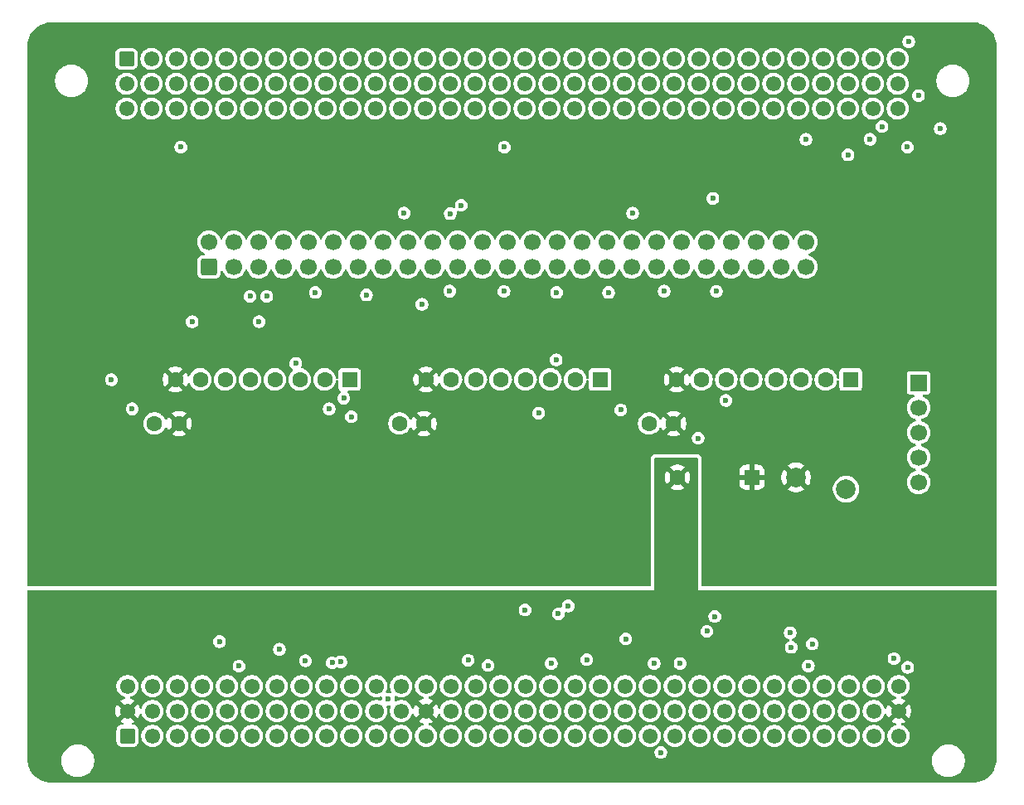
<source format=gbr>
%TF.GenerationSoftware,KiCad,Pcbnew,9.0.6*%
%TF.CreationDate,2025-12-23T22:05:24+01:00*%
%TF.ProjectId,MVME712M_P2_Adapter,4d564d45-3731-4324-9d5f-50325f416461,rev?*%
%TF.SameCoordinates,Original*%
%TF.FileFunction,Copper,L2,Inr*%
%TF.FilePolarity,Positive*%
%FSLAX46Y46*%
G04 Gerber Fmt 4.6, Leading zero omitted, Abs format (unit mm)*
G04 Created by KiCad (PCBNEW 9.0.6) date 2025-12-23 22:05:24*
%MOMM*%
%LPD*%
G01*
G04 APERTURE LIST*
G04 Aperture macros list*
%AMRoundRect*
0 Rectangle with rounded corners*
0 $1 Rounding radius*
0 $2 $3 $4 $5 $6 $7 $8 $9 X,Y pos of 4 corners*
0 Add a 4 corners polygon primitive as box body*
4,1,4,$2,$3,$4,$5,$6,$7,$8,$9,$2,$3,0*
0 Add four circle primitives for the rounded corners*
1,1,$1+$1,$2,$3*
1,1,$1+$1,$4,$5*
1,1,$1+$1,$6,$7*
1,1,$1+$1,$8,$9*
0 Add four rect primitives between the rounded corners*
20,1,$1+$1,$2,$3,$4,$5,0*
20,1,$1+$1,$4,$5,$6,$7,0*
20,1,$1+$1,$6,$7,$8,$9,0*
20,1,$1+$1,$8,$9,$2,$3,0*%
G04 Aperture macros list end*
%TA.AperFunction,ComponentPad*%
%ADD10RoundRect,0.250000X0.600000X-0.600000X0.600000X0.600000X-0.600000X0.600000X-0.600000X-0.600000X0*%
%TD*%
%TA.AperFunction,ComponentPad*%
%ADD11C,1.700000*%
%TD*%
%TA.AperFunction,ComponentPad*%
%ADD12C,2.010000*%
%TD*%
%TA.AperFunction,ComponentPad*%
%ADD13C,1.600000*%
%TD*%
%TA.AperFunction,ComponentPad*%
%ADD14R,1.600000X1.600000*%
%TD*%
%TA.AperFunction,ComponentPad*%
%ADD15R,1.700000X1.700000*%
%TD*%
%TA.AperFunction,ComponentPad*%
%ADD16RoundRect,0.250000X0.550000X0.550000X-0.550000X0.550000X-0.550000X-0.550000X0.550000X-0.550000X0*%
%TD*%
%TA.AperFunction,ComponentPad*%
%ADD17RoundRect,0.249999X-0.525001X-0.525001X0.525001X-0.525001X0.525001X0.525001X-0.525001X0.525001X0*%
%TD*%
%TA.AperFunction,ComponentPad*%
%ADD18C,1.550000*%
%TD*%
%TA.AperFunction,ComponentPad*%
%ADD19RoundRect,0.249999X-0.525001X0.525001X-0.525001X-0.525001X0.525001X-0.525001X0.525001X0.525001X0*%
%TD*%
%TA.AperFunction,ViaPad*%
%ADD20C,0.600000*%
%TD*%
G04 APERTURE END LIST*
D10*
%TO.N,GND*%
%TO.C,J3*%
X54040000Y-60500000D03*
D11*
%TO.N,DB0*%
X54040000Y-57960000D03*
%TO.N,GND*%
X56580000Y-60500000D03*
%TO.N,DB1*%
X56580000Y-57960000D03*
%TO.N,GND*%
X59120000Y-60500000D03*
%TO.N,DB2*%
X59120000Y-57960000D03*
%TO.N,GND*%
X61660000Y-60500000D03*
%TO.N,DB3*%
X61660000Y-57960000D03*
%TO.N,GND*%
X64200000Y-60500000D03*
%TO.N,DB4*%
X64200000Y-57960000D03*
%TO.N,GND*%
X66740000Y-60500000D03*
%TO.N,DB5*%
X66740000Y-57960000D03*
%TO.N,GND*%
X69280000Y-60500000D03*
%TO.N,DB6*%
X69280000Y-57960000D03*
%TO.N,GND*%
X71820000Y-60500000D03*
%TO.N,DB7*%
X71820000Y-57960000D03*
%TO.N,GND*%
X74360000Y-60500000D03*
%TO.N,DBP*%
X74360000Y-57960000D03*
%TO.N,GND*%
X76900000Y-60500000D03*
X76900000Y-57960000D03*
X79440000Y-60500000D03*
X79440000Y-57960000D03*
X81980000Y-60500000D03*
X81980000Y-57960000D03*
%TO.N,unconnected-(J3-Pin_25-Pad25)*%
X84520000Y-60500000D03*
%TO.N,TERMPWR*%
X84520000Y-57960000D03*
%TO.N,GND*%
X87060000Y-60500000D03*
X87060000Y-57960000D03*
X89600000Y-60500000D03*
X89600000Y-57960000D03*
X92140000Y-60500000D03*
%TO.N,ATN*%
X92140000Y-57960000D03*
%TO.N,GND*%
X94680000Y-60500000D03*
X94680000Y-57960000D03*
X97220000Y-60500000D03*
%TO.N,BSY*%
X97220000Y-57960000D03*
%TO.N,GND*%
X99760000Y-60500000D03*
%TO.N,ACK*%
X99760000Y-57960000D03*
%TO.N,GND*%
X102300000Y-60500000D03*
%TO.N,RST*%
X102300000Y-57960000D03*
%TO.N,GND*%
X104840000Y-60500000D03*
%TO.N,MSG*%
X104840000Y-57960000D03*
%TO.N,GND*%
X107380000Y-60500000D03*
%TO.N,SEL*%
X107380000Y-57960000D03*
%TO.N,GND*%
X109920000Y-60500000D03*
%TO.N,D{slash}C*%
X109920000Y-57960000D03*
%TO.N,GND*%
X112460000Y-60500000D03*
%TO.N,REQ*%
X112460000Y-57960000D03*
%TO.N,GND*%
X115000000Y-60500000D03*
%TO.N,O{slash}I*%
X115000000Y-57960000D03*
%TD*%
D12*
%TO.N,DPWR*%
%TO.C,F1*%
X114000000Y-82000000D03*
%TO.N,TERMPWR*%
X119100000Y-83200000D03*
%TD*%
D13*
%TO.N,DPWR*%
%TO.C,C2*%
X76000000Y-76500000D03*
%TO.N,GND*%
X73500000Y-76500000D03*
%TD*%
D14*
%TO.N,GND*%
%TO.C,RN2*%
X93987000Y-72000000D03*
D13*
%TO.N,ACK*%
X91447000Y-72000000D03*
%TO.N,BSY*%
X88907000Y-72000000D03*
%TO.N,ATN*%
X86367000Y-72000000D03*
%TO.N,DBP*%
X83827000Y-72000000D03*
%TO.N,DB7*%
X81287000Y-72000000D03*
%TO.N,DB6*%
X78747000Y-72000000D03*
%TO.N,DPWR*%
X76207000Y-72000000D03*
%TD*%
%TO.N,DPWR*%
%TO.C,C1*%
X51000000Y-76500000D03*
%TO.N,GND*%
X48500000Y-76500000D03*
%TD*%
%TO.N,DPWR*%
%TO.C,C3*%
X101500000Y-76500000D03*
%TO.N,GND*%
X99000000Y-76500000D03*
%TD*%
D15*
%TO.N,GND*%
%TO.C,J1*%
X126500000Y-72340000D03*
D11*
%TO.N,TXD1*%
X126500000Y-74880000D03*
%TO.N,RXD1*%
X126500000Y-77420000D03*
%TO.N,CTS1*%
X126500000Y-79960000D03*
%TO.N,RTS1*%
X126500000Y-82500000D03*
%TD*%
D14*
%TO.N,GND*%
%TO.C,RN1*%
X119577000Y-72000000D03*
D13*
%TO.N,O{slash}I*%
X117037000Y-72000000D03*
%TO.N,REQ*%
X114497000Y-72000000D03*
%TO.N,D{slash}C*%
X111957000Y-72000000D03*
%TO.N,SEL*%
X109417000Y-72000000D03*
%TO.N,MSG*%
X106877000Y-72000000D03*
%TO.N,RST*%
X104337000Y-72000000D03*
%TO.N,DPWR*%
X101797000Y-72000000D03*
%TD*%
D14*
%TO.N,GND*%
%TO.C,RN3*%
X68397000Y-72000000D03*
D13*
%TO.N,DB5*%
X65857000Y-72000000D03*
%TO.N,DB4*%
X63317000Y-72000000D03*
%TO.N,DB3*%
X60777000Y-72000000D03*
%TO.N,DB2*%
X58237000Y-72000000D03*
%TO.N,DB1*%
X55697000Y-72000000D03*
%TO.N,DB0*%
X53157000Y-72000000D03*
%TO.N,DPWR*%
X50617000Y-72000000D03*
%TD*%
D16*
%TO.N,DPWR*%
%TO.C,D1*%
X109500000Y-82000000D03*
D13*
%TO.N,VCC*%
X101880000Y-82000000D03*
%TD*%
D17*
%TO.N,DB0*%
%TO.C,P2*%
X45727000Y-108396000D03*
D18*
%TO.N,DB1*%
X48267000Y-108396000D03*
%TO.N,DB2*%
X50807000Y-108396000D03*
%TO.N,DB3*%
X53347000Y-108396000D03*
%TO.N,DB4*%
X55887000Y-108396000D03*
%TO.N,DB5*%
X58427000Y-108396000D03*
%TO.N,DB6*%
X60967000Y-108396000D03*
%TO.N,DB7*%
X63507000Y-108396000D03*
%TO.N,DBP*%
X66047000Y-108396000D03*
%TO.N,ATN*%
X68587000Y-108396000D03*
%TO.N,BSY*%
X71127000Y-108396000D03*
%TO.N,ACK*%
X73667000Y-108396000D03*
%TO.N,RST*%
X76207000Y-108396000D03*
%TO.N,MSG*%
X78747000Y-108396000D03*
%TO.N,SEL*%
X81287000Y-108396000D03*
%TO.N,D{slash}C*%
X83827000Y-108396000D03*
%TO.N,REQ*%
X86367000Y-108396000D03*
%TO.N,O{slash}I*%
X88907000Y-108396000D03*
%TO.N,TXD3*%
X91447000Y-108396000D03*
%TO.N,RXD3*%
X93987000Y-108396000D03*
%TO.N,RTS3*%
X96527000Y-108396000D03*
%TO.N,CTS3*%
X99067000Y-108396000D03*
%TO.N,DTR3*%
X101607000Y-108396000D03*
%TO.N,DCD3*%
X104147000Y-108396000D03*
%TO.N,TXD4*%
X106687000Y-108396000D03*
%TO.N,RXD4*%
X109227000Y-108396000D03*
%TO.N,RTS4*%
X111767000Y-108396000D03*
%TO.N,TRXC4*%
X114307000Y-108396000D03*
%TO.N,CTS4*%
X116847000Y-108396000D03*
%TO.N,DTR4*%
X119387000Y-108396000D03*
%TO.N,DCD4*%
X121927000Y-108396000D03*
%TO.N,RTXC4*%
X124467000Y-108396000D03*
%TO.N,VCC*%
X45727000Y-105856000D03*
%TO.N,GND*%
X48267000Y-105856000D03*
%TO.N,unconnected-(P2B-Pin_b3-Padb3)*%
X50807000Y-105856000D03*
%TO.N,unconnected-(P2B-Pin_b4-Padb4)*%
X53347000Y-105856000D03*
%TO.N,unconnected-(P2B-Pin_b5-Padb5)*%
X55887000Y-105856000D03*
%TO.N,unconnected-(P2B-Pin_b6-Padb6)*%
X58427000Y-105856000D03*
%TO.N,unconnected-(P2B-Pin_b7-Padb7)*%
X60967000Y-105856000D03*
%TO.N,unconnected-(P2B-Pin_b8-Padb8)*%
X63507000Y-105856000D03*
%TO.N,unconnected-(P2B-Pin_b9-Padb9)*%
X66047000Y-105856000D03*
%TO.N,unconnected-(P2B-Pin_b10-Padb10)*%
X68587000Y-105856000D03*
%TO.N,unconnected-(P2B-Pin_b11-Padb11)*%
X71127000Y-105856000D03*
%TO.N,GND*%
X73667000Y-105856000D03*
%TO.N,VCC*%
X76207000Y-105856000D03*
%TO.N,unconnected-(P2B-Pin_b14-Padb14)*%
X78747000Y-105856000D03*
%TO.N,unconnected-(P2B-Pin_b15-Padb15)*%
X81287000Y-105856000D03*
%TO.N,unconnected-(P2B-Pin_b16-Padb16)*%
X83827000Y-105856000D03*
%TO.N,unconnected-(P2B-Pin_b17-Padb17)*%
X86367000Y-105856000D03*
%TO.N,unconnected-(P2B-Pin_b18-Padb18)*%
X88907000Y-105856000D03*
%TO.N,unconnected-(P2B-Pin_b19-Padb19)*%
X91447000Y-105856000D03*
%TO.N,unconnected-(P2B-Pin_b20-Padb20)*%
X93987000Y-105856000D03*
%TO.N,unconnected-(P2B-Pin_b21-Padb21)*%
X96527000Y-105856000D03*
%TO.N,GND*%
X99067000Y-105856000D03*
%TO.N,unconnected-(P2B-Pin_b23-Padb23)*%
X101607000Y-105856000D03*
%TO.N,unconnected-(P2B-Pin_b24-Padb24)*%
X104147000Y-105856000D03*
%TO.N,unconnected-(P2B-Pin_b25-Padb25)*%
X106687000Y-105856000D03*
%TO.N,unconnected-(P2B-Pin_b26-Padb26)*%
X109227000Y-105856000D03*
%TO.N,unconnected-(P2B-Pin_b27-Padb27)*%
X111767000Y-105856000D03*
%TO.N,unconnected-(P2B-Pin_b28-Padb28)*%
X114307000Y-105856000D03*
%TO.N,unconnected-(P2B-Pin_b29-Padb29)*%
X116847000Y-105856000D03*
%TO.N,unconnected-(P2B-Pin_b30-Padb30)*%
X119387000Y-105856000D03*
%TO.N,GND*%
X121927000Y-105856000D03*
%TO.N,VCC*%
X124467000Y-105856000D03*
%TO.N,C-*%
X45727000Y-103316000D03*
%TO.N,C+*%
X48267000Y-103316000D03*
%TO.N,T-*%
X50807000Y-103316000D03*
%TO.N,T+*%
X53347000Y-103316000D03*
%TO.N,R-*%
X55887000Y-103316000D03*
%TO.N,R+*%
X58427000Y-103316000D03*
%TO.N,+12VF*%
X60967000Y-103316000D03*
%TO.N,PRSTB*%
X63507000Y-103316000D03*
%TO.N,PRD0*%
X66047000Y-103316000D03*
%TO.N,PRD1*%
X68587000Y-103316000D03*
%TO.N,PRD2*%
X71127000Y-103316000D03*
%TO.N,PRD3*%
X73667000Y-103316000D03*
%TO.N,PRD4*%
X76207000Y-103316000D03*
%TO.N,PRD5*%
X78747000Y-103316000D03*
%TO.N,PRD6*%
X81287000Y-103316000D03*
%TO.N,PRD7*%
X83827000Y-103316000D03*
%TO.N,PRACK*%
X86367000Y-103316000D03*
%TO.N,PRBSY*%
X88907000Y-103316000D03*
%TO.N,PRPE*%
X91447000Y-103316000D03*
%TO.N,PRSEL*%
X93987000Y-103316000D03*
%TO.N,INPRIME*%
X96527000Y-103316000D03*
%TO.N,PRFAULT*%
X99067000Y-103316000D03*
%TO.N,TXD1*%
X101607000Y-103316000D03*
%TO.N,RXD1*%
X104147000Y-103316000D03*
%TO.N,RTS1*%
X106687000Y-103316000D03*
%TO.N,CTS1*%
X109227000Y-103316000D03*
%TO.N,TXD2*%
X111767000Y-103316000D03*
%TO.N,RXD2*%
X114307000Y-103316000D03*
%TO.N,RTS2*%
X116847000Y-103316000D03*
%TO.N,CTS2*%
X119387000Y-103316000D03*
%TO.N,DTR2*%
X121927000Y-103316000D03*
%TO.N,DCD2*%
X124467000Y-103316000D03*
%TD*%
D19*
%TO.N,C-*%
%TO.C,J2*%
X45630000Y-39260000D03*
D18*
%TO.N,T-*%
X48170000Y-39260000D03*
%TO.N,R-*%
X50710000Y-39260000D03*
%TO.N,+12VF*%
X53250000Y-39260000D03*
%TO.N,GND*%
X55790000Y-39260000D03*
%TO.N,PRD1*%
X58330000Y-39260000D03*
%TO.N,PRD3*%
X60870000Y-39260000D03*
%TO.N,PRD5*%
X63410000Y-39260000D03*
%TO.N,PRD7*%
X65950000Y-39260000D03*
%TO.N,PRACK*%
X68490000Y-39260000D03*
%TO.N,PRBSY*%
X71030000Y-39260000D03*
%TO.N,PRSEL*%
X73570000Y-39260000D03*
%TO.N,PRFAULT*%
X76110000Y-39260000D03*
%TO.N,TXD3*%
X78650000Y-39260000D03*
%TO.N,RXD3*%
X81190000Y-39260000D03*
%TO.N,RTS3*%
X83730000Y-39260000D03*
%TO.N,DTR3*%
X86270000Y-39260000D03*
%TO.N,GND*%
X88810000Y-39260000D03*
X91350000Y-39260000D03*
X93890000Y-39260000D03*
%TO.N,CTS1*%
X96430000Y-39260000D03*
%TO.N,TXD4*%
X98970000Y-39260000D03*
%TO.N,RXD4*%
X101510000Y-39260000D03*
%TO.N,RTS4*%
X104050000Y-39260000D03*
%TO.N,TRXC4*%
X106590000Y-39260000D03*
%TO.N,CTS4*%
X109130000Y-39260000D03*
%TO.N,DCD4*%
X111670000Y-39260000D03*
%TO.N,RTXC4*%
X114210000Y-39260000D03*
%TO.N,TXD2*%
X116750000Y-39260000D03*
%TO.N,RXD2*%
X119290000Y-39260000D03*
%TO.N,RTS2*%
X121830000Y-39260000D03*
%TO.N,DTR2*%
X124370000Y-39260000D03*
%TO.N,unconnected-(J2B-Pin_b1-Padb1)*%
X45630000Y-41800000D03*
%TO.N,unconnected-(J2B-Pin_b2-Padb2)*%
X48170000Y-41800000D03*
%TO.N,unconnected-(J2B-Pin_b3-Padb3)*%
X50710000Y-41800000D03*
%TO.N,unconnected-(J2B-Pin_b4-Padb4)*%
X53250000Y-41800000D03*
%TO.N,unconnected-(J2B-Pin_b5-Padb5)*%
X55790000Y-41800000D03*
%TO.N,unconnected-(J2B-Pin_b6-Padb6)*%
X58330000Y-41800000D03*
%TO.N,unconnected-(J2B-Pin_b7-Padb7)*%
X60870000Y-41800000D03*
%TO.N,unconnected-(J2B-Pin_b8-Padb8)*%
X63410000Y-41800000D03*
%TO.N,unconnected-(J2B-Pin_b9-Padb9)*%
X65950000Y-41800000D03*
%TO.N,unconnected-(J2B-Pin_b10-Padb10)*%
X68490000Y-41800000D03*
%TO.N,unconnected-(J2B-Pin_b11-Padb11)*%
X71030000Y-41800000D03*
%TO.N,unconnected-(J2B-Pin_b12-Padb12)*%
X73570000Y-41800000D03*
%TO.N,unconnected-(J2B-Pin_b13-Padb13)*%
X76110000Y-41800000D03*
%TO.N,unconnected-(J2B-Pin_b14-Padb14)*%
X78650000Y-41800000D03*
%TO.N,unconnected-(J2B-Pin_b15-Padb15)*%
X81190000Y-41800000D03*
%TO.N,unconnected-(J2B-Pin_b16-Padb16)*%
X83730000Y-41800000D03*
%TO.N,unconnected-(J2B-Pin_b17-Padb17)*%
X86270000Y-41800000D03*
%TO.N,unconnected-(J2B-Pin_b18-Padb18)*%
X88810000Y-41800000D03*
%TO.N,unconnected-(J2B-Pin_b19-Padb19)*%
X91350000Y-41800000D03*
%TO.N,unconnected-(J2B-Pin_b20-Padb20)*%
X93890000Y-41800000D03*
%TO.N,unconnected-(J2B-Pin_b21-Padb21)*%
X96430000Y-41800000D03*
%TO.N,unconnected-(J2B-Pin_b22-Padb22)*%
X98970000Y-41800000D03*
%TO.N,unconnected-(J2B-Pin_b23-Padb23)*%
X101510000Y-41800000D03*
%TO.N,unconnected-(J2B-Pin_b24-Padb24)*%
X104050000Y-41800000D03*
%TO.N,unconnected-(J2B-Pin_b25-Padb25)*%
X106590000Y-41800000D03*
%TO.N,unconnected-(J2B-Pin_b26-Padb26)*%
X109130000Y-41800000D03*
%TO.N,unconnected-(J2B-Pin_b27-Padb27)*%
X111670000Y-41800000D03*
%TO.N,unconnected-(J2B-Pin_b28-Padb28)*%
X114210000Y-41800000D03*
%TO.N,unconnected-(J2B-Pin_b29-Padb29)*%
X116750000Y-41800000D03*
%TO.N,unconnected-(J2B-Pin_b30-Padb30)*%
X119290000Y-41800000D03*
%TO.N,unconnected-(J2B-Pin_b31-Padb31)*%
X121830000Y-41800000D03*
%TO.N,unconnected-(J2B-Pin_b32-Padb32)*%
X124370000Y-41800000D03*
%TO.N,C+*%
X45630000Y-44340000D03*
%TO.N,T+*%
X48170000Y-44340000D03*
%TO.N,R+*%
X50710000Y-44340000D03*
%TO.N,PRSTB*%
X53250000Y-44340000D03*
%TO.N,PRD0*%
X55790000Y-44340000D03*
%TO.N,PRD2*%
X58330000Y-44340000D03*
%TO.N,PRD4*%
X60870000Y-44340000D03*
%TO.N,PRD6*%
X63410000Y-44340000D03*
%TO.N,GND*%
X65950000Y-44340000D03*
X68490000Y-44340000D03*
%TO.N,PRPE*%
X71030000Y-44340000D03*
%TO.N,INPRIME*%
X73570000Y-44340000D03*
%TO.N,GND*%
X76110000Y-44340000D03*
X78650000Y-44340000D03*
X81190000Y-44340000D03*
%TO.N,CTS3*%
X83730000Y-44340000D03*
%TO.N,DCD3*%
X86270000Y-44340000D03*
%TO.N,TXD1*%
X88810000Y-44340000D03*
%TO.N,RXD1*%
X91350000Y-44340000D03*
%TO.N,RTS1*%
X93890000Y-44340000D03*
%TO.N,GND*%
X96430000Y-44340000D03*
X98970000Y-44340000D03*
X101510000Y-44340000D03*
X104050000Y-44340000D03*
X106590000Y-44340000D03*
%TO.N,DTR4*%
X109130000Y-44340000D03*
%TO.N,GND*%
X111670000Y-44340000D03*
X114210000Y-44340000D03*
X116750000Y-44340000D03*
X119290000Y-44340000D03*
%TO.N,CTS2*%
X121830000Y-44340000D03*
%TO.N,DCD2*%
X124370000Y-44340000D03*
%TD*%
D20*
%TO.N,TERMPWR*%
X89500000Y-70000000D03*
X84175400Y-63000000D03*
%TO.N,INPRIME*%
X84211100Y-48266000D03*
%TO.N,CTS3*%
X100179800Y-110092500D03*
X119306200Y-49058600D03*
%TO.N,DCD4*%
X126500000Y-43000000D03*
%TO.N,TXD2*%
X115250000Y-101250000D03*
%TO.N,RXD1*%
X125373500Y-48266000D03*
X124000000Y-100500000D03*
%TO.N,CTS1*%
X125500000Y-37500000D03*
X125397700Y-101394500D03*
%TO.N,RTS1*%
X104000000Y-78000000D03*
X100522500Y-62979700D03*
X97305000Y-55000000D03*
%TO.N,PRD5*%
X70130200Y-63369800D03*
%TO.N,DCD3*%
X99500000Y-101000000D03*
%TO.N,CTS4*%
X122770000Y-46164900D03*
%TO.N,RTXC4*%
X128719500Y-46365600D03*
%TO.N,PRFAULT*%
X79805200Y-54206800D03*
X102155300Y-101000000D03*
X94846000Y-63118000D03*
%TO.N,PRPE*%
X73974700Y-55000000D03*
X89000000Y-101000000D03*
X78629100Y-62974700D03*
%TO.N,DTR4*%
X115000000Y-47473400D03*
X121557400Y-47473400D03*
%TO.N,PRSEL*%
X96603100Y-98490200D03*
X78690200Y-55067700D03*
X92621900Y-100608300D03*
X89545600Y-63118000D03*
%TO.N,TXD1*%
X96092200Y-75108600D03*
%TO.N,PRD2*%
X55123400Y-98762800D03*
X51179000Y-48266000D03*
%TO.N,PRSTB*%
X61245500Y-99555400D03*
X59162700Y-66088400D03*
X52331300Y-66088400D03*
%TO.N,RTS4*%
X106830100Y-74147200D03*
X105500000Y-53500000D03*
%TO.N,DB3*%
X59948600Y-63500000D03*
%TO.N,ACK*%
X90729900Y-95126200D03*
X72357100Y-104642900D03*
%TO.N,MSG*%
X80509500Y-100673500D03*
X105862600Y-63000000D03*
X105702800Y-96208300D03*
%TO.N,DB7*%
X66323500Y-74999600D03*
X67514600Y-100835400D03*
%TO.N,ATN*%
X68582500Y-75792200D03*
%TO.N,DB1*%
X57110000Y-101272600D03*
%TO.N,DB2*%
X58237000Y-63500000D03*
X44086400Y-72029200D03*
%TO.N,O{slash}I*%
X115650000Y-99000000D03*
%TO.N,BSY*%
X89726400Y-95936800D03*
%TO.N,REQ*%
X113504900Y-99349500D03*
%TO.N,DBP*%
X86327100Y-95531500D03*
%TO.N,D{slash}C*%
X87706700Y-75435200D03*
%TO.N,DB5*%
X64910800Y-63118000D03*
X66644700Y-100921400D03*
%TO.N,DB6*%
X75790300Y-64318700D03*
X67811100Y-73900300D03*
%TO.N,DB0*%
X46209200Y-74999600D03*
%TO.N,RST*%
X104896700Y-97711700D03*
%TO.N,DB4*%
X62907300Y-70355100D03*
X63902000Y-100717000D03*
%TO.N,SEL*%
X113389100Y-97870200D03*
X82542838Y-101205051D03*
%TD*%
%TA.AperFunction,Conductor*%
%TO.N,DPWR*%
G36*
X132003736Y-35500726D02*
G01*
X132293796Y-35518271D01*
X132308659Y-35520076D01*
X132590798Y-35571780D01*
X132605335Y-35575363D01*
X132879172Y-35660695D01*
X132893163Y-35666000D01*
X133154743Y-35783727D01*
X133167989Y-35790680D01*
X133413465Y-35939075D01*
X133425776Y-35947573D01*
X133651573Y-36124473D01*
X133662781Y-36134403D01*
X133865596Y-36337218D01*
X133875526Y-36348426D01*
X133995481Y-36501538D01*
X134052422Y-36574217D01*
X134060928Y-36586540D01*
X134209316Y-36832004D01*
X134216275Y-36845263D01*
X134333997Y-37106831D01*
X134339306Y-37120832D01*
X134424635Y-37394663D01*
X134428219Y-37409201D01*
X134479923Y-37691340D01*
X134481728Y-37706205D01*
X134499274Y-37996263D01*
X134499500Y-38003750D01*
X134499500Y-93020500D01*
X134479815Y-93087539D01*
X134427011Y-93133294D01*
X134375500Y-93144500D01*
X104479500Y-93144500D01*
X104412461Y-93124815D01*
X104366706Y-93072011D01*
X104355500Y-93020500D01*
X104355500Y-81400013D01*
X108200000Y-81400013D01*
X108200000Y-81750000D01*
X109184314Y-81750000D01*
X109179920Y-81754394D01*
X109127259Y-81845606D01*
X109100000Y-81947339D01*
X109100000Y-82052661D01*
X109127259Y-82154394D01*
X109179920Y-82245606D01*
X109184314Y-82250000D01*
X108200001Y-82250000D01*
X108200001Y-82599986D01*
X108210494Y-82702697D01*
X108265641Y-82869119D01*
X108265643Y-82869124D01*
X108357684Y-83018345D01*
X108481654Y-83142315D01*
X108630875Y-83234356D01*
X108630880Y-83234358D01*
X108797302Y-83289505D01*
X108797309Y-83289506D01*
X108900019Y-83299999D01*
X109249999Y-83299999D01*
X109250000Y-83299998D01*
X109250000Y-82315686D01*
X109254394Y-82320080D01*
X109345606Y-82372741D01*
X109447339Y-82400000D01*
X109552661Y-82400000D01*
X109654394Y-82372741D01*
X109745606Y-82320080D01*
X109750000Y-82315686D01*
X109750000Y-83299999D01*
X110099972Y-83299999D01*
X110099986Y-83299998D01*
X110202697Y-83289505D01*
X110369119Y-83234358D01*
X110369124Y-83234356D01*
X110518345Y-83142315D01*
X110569363Y-83091298D01*
X110642315Y-83018345D01*
X110734356Y-82869124D01*
X110734358Y-82869119D01*
X110789505Y-82702697D01*
X110789506Y-82702690D01*
X110799999Y-82599986D01*
X110800000Y-82599973D01*
X110800000Y-82250000D01*
X109815686Y-82250000D01*
X109820080Y-82245606D01*
X109872741Y-82154394D01*
X109900000Y-82052661D01*
X109900000Y-81947339D01*
X109882372Y-81881548D01*
X112495000Y-81881548D01*
X112495000Y-82118451D01*
X112532057Y-82352422D01*
X112605263Y-82577724D01*
X112712810Y-82788795D01*
X112773759Y-82872685D01*
X112773761Y-82872685D01*
X113512954Y-82133491D01*
X113529415Y-82194923D01*
X113595899Y-82310078D01*
X113689922Y-82404101D01*
X113805077Y-82470585D01*
X113866507Y-82487045D01*
X113127312Y-83226238D01*
X113127313Y-83226239D01*
X113211203Y-83287189D01*
X113422275Y-83394736D01*
X113647577Y-83467942D01*
X113881549Y-83505000D01*
X114118451Y-83505000D01*
X114352422Y-83467942D01*
X114577724Y-83394736D01*
X114788792Y-83287191D01*
X114872685Y-83226238D01*
X114872686Y-83226238D01*
X114822577Y-83176129D01*
X114739768Y-83093320D01*
X117744500Y-83093320D01*
X117744500Y-83306680D01*
X117770041Y-83467942D01*
X117777877Y-83517414D01*
X117843810Y-83720335D01*
X117940673Y-83910437D01*
X118066083Y-84083049D01*
X118216951Y-84233917D01*
X118389563Y-84359327D01*
X118479379Y-84405090D01*
X118579664Y-84456189D01*
X118579666Y-84456189D01*
X118579669Y-84456191D01*
X118782586Y-84522123D01*
X118993320Y-84555500D01*
X118993321Y-84555500D01*
X119206679Y-84555500D01*
X119206680Y-84555500D01*
X119417414Y-84522123D01*
X119620331Y-84456191D01*
X119810437Y-84359327D01*
X119983049Y-84233917D01*
X120133917Y-84083049D01*
X120259327Y-83910437D01*
X120356191Y-83720331D01*
X120422123Y-83517414D01*
X120455500Y-83306680D01*
X120455500Y-83093320D01*
X120422123Y-82882586D01*
X120356191Y-82679669D01*
X120356189Y-82679666D01*
X120356189Y-82679664D01*
X120304247Y-82577724D01*
X120259327Y-82489563D01*
X120133917Y-82316951D01*
X119983049Y-82166083D01*
X119810437Y-82040673D01*
X119807473Y-82039163D01*
X119620335Y-81943810D01*
X119417414Y-81877877D01*
X119372738Y-81870801D01*
X119206680Y-81844500D01*
X118993320Y-81844500D01*
X118887953Y-81861188D01*
X118782585Y-81877877D01*
X118579664Y-81943810D01*
X118389562Y-82040673D01*
X118291081Y-82112224D01*
X118216951Y-82166083D01*
X118216949Y-82166085D01*
X118216948Y-82166085D01*
X118066085Y-82316948D01*
X118066085Y-82316949D01*
X118066083Y-82316951D01*
X118063810Y-82320080D01*
X117940673Y-82489562D01*
X117843810Y-82679664D01*
X117777877Y-82882585D01*
X117777877Y-82882586D01*
X117744500Y-83093320D01*
X114739768Y-83093320D01*
X114133492Y-82487045D01*
X114194923Y-82470585D01*
X114310078Y-82404101D01*
X114404101Y-82310078D01*
X114470585Y-82194923D01*
X114487045Y-82133493D01*
X115226238Y-82872686D01*
X115226238Y-82872685D01*
X115287191Y-82788792D01*
X115394736Y-82577724D01*
X115467942Y-82352422D01*
X115505000Y-82118451D01*
X115505000Y-81881548D01*
X115467942Y-81647577D01*
X115394736Y-81422275D01*
X115287189Y-81211203D01*
X115226239Y-81127313D01*
X115226238Y-81127312D01*
X114487045Y-81866506D01*
X114470585Y-81805077D01*
X114404101Y-81689922D01*
X114310078Y-81595899D01*
X114194923Y-81529415D01*
X114133491Y-81512954D01*
X114872685Y-80773761D01*
X114872685Y-80773759D01*
X114788795Y-80712810D01*
X114577724Y-80605263D01*
X114352422Y-80532057D01*
X114118451Y-80495000D01*
X113881549Y-80495000D01*
X113647577Y-80532057D01*
X113422275Y-80605263D01*
X113211209Y-80712807D01*
X113127313Y-80773760D01*
X113866508Y-81512954D01*
X113805077Y-81529415D01*
X113689922Y-81595899D01*
X113595899Y-81689922D01*
X113529415Y-81805077D01*
X113512954Y-81866507D01*
X112773760Y-81127313D01*
X112712807Y-81211209D01*
X112605263Y-81422275D01*
X112532057Y-81647577D01*
X112495000Y-81881548D01*
X109882372Y-81881548D01*
X109872741Y-81845606D01*
X109820080Y-81754394D01*
X109815686Y-81750000D01*
X110799999Y-81750000D01*
X110799999Y-81400028D01*
X110799998Y-81400013D01*
X110789505Y-81297302D01*
X110734358Y-81130880D01*
X110734356Y-81130875D01*
X110642315Y-80981654D01*
X110518345Y-80857684D01*
X110369124Y-80765643D01*
X110369119Y-80765641D01*
X110202697Y-80710494D01*
X110202690Y-80710493D01*
X110099986Y-80700000D01*
X109750000Y-80700000D01*
X109750000Y-81684314D01*
X109745606Y-81679920D01*
X109654394Y-81627259D01*
X109552661Y-81600000D01*
X109447339Y-81600000D01*
X109345606Y-81627259D01*
X109254394Y-81679920D01*
X109250000Y-81684314D01*
X109250000Y-80700000D01*
X108900028Y-80700000D01*
X108900012Y-80700001D01*
X108797302Y-80710494D01*
X108630880Y-80765641D01*
X108630875Y-80765643D01*
X108481654Y-80857684D01*
X108357684Y-80981654D01*
X108265643Y-81130875D01*
X108265641Y-81130880D01*
X108210494Y-81297302D01*
X108210493Y-81297309D01*
X108200000Y-81400013D01*
X104355500Y-81400013D01*
X104355500Y-80124008D01*
X104355499Y-80123991D01*
X104347375Y-80048430D01*
X104336169Y-79996919D01*
X104318497Y-79939536D01*
X104257463Y-79839686D01*
X104253587Y-79835213D01*
X104211720Y-79786895D01*
X104211714Y-79786889D01*
X104211708Y-79786882D01*
X104148525Y-79729589D01*
X104148521Y-79729587D01*
X104148518Y-79729585D01*
X104043198Y-79678586D01*
X104043195Y-79678585D01*
X103976160Y-79658901D01*
X103976154Y-79658899D01*
X103886105Y-79645952D01*
X103876000Y-79644500D01*
X99624000Y-79644500D01*
X99623991Y-79644500D01*
X99548429Y-79652625D01*
X99496917Y-79663831D01*
X99439536Y-79681502D01*
X99439534Y-79681503D01*
X99360865Y-79729591D01*
X99339686Y-79742537D01*
X99339683Y-79742539D01*
X99339678Y-79742543D01*
X99286895Y-79788279D01*
X99286879Y-79788295D01*
X99229591Y-79851472D01*
X99229585Y-79851481D01*
X99178586Y-79956801D01*
X99178585Y-79956804D01*
X99158901Y-80023839D01*
X99158899Y-80023845D01*
X99144500Y-80124000D01*
X99144500Y-93020500D01*
X99124815Y-93087539D01*
X99072011Y-93133294D01*
X99020500Y-93144500D01*
X35624500Y-93144500D01*
X35557461Y-93124815D01*
X35511706Y-93072011D01*
X35500500Y-93020500D01*
X35500500Y-78064071D01*
X103349499Y-78064071D01*
X103374497Y-78189738D01*
X103374499Y-78189744D01*
X103423533Y-78308124D01*
X103423538Y-78308133D01*
X103494723Y-78414668D01*
X103494726Y-78414672D01*
X103585327Y-78505273D01*
X103585331Y-78505276D01*
X103691866Y-78576461D01*
X103691872Y-78576464D01*
X103691873Y-78576465D01*
X103810256Y-78625501D01*
X103810260Y-78625501D01*
X103810261Y-78625502D01*
X103935928Y-78650500D01*
X103935931Y-78650500D01*
X104064071Y-78650500D01*
X104148615Y-78633682D01*
X104189744Y-78625501D01*
X104308127Y-78576465D01*
X104414669Y-78505276D01*
X104505276Y-78414669D01*
X104576465Y-78308127D01*
X104625501Y-78189744D01*
X104650500Y-78064069D01*
X104650500Y-77935931D01*
X104650500Y-77935928D01*
X104625502Y-77810261D01*
X104625501Y-77810260D01*
X104625501Y-77810256D01*
X104581801Y-77704755D01*
X104576466Y-77691875D01*
X104576461Y-77691866D01*
X104505276Y-77585331D01*
X104505273Y-77585327D01*
X104414672Y-77494726D01*
X104414668Y-77494723D01*
X104308133Y-77423538D01*
X104308124Y-77423533D01*
X104189744Y-77374499D01*
X104189738Y-77374497D01*
X104064071Y-77349500D01*
X104064069Y-77349500D01*
X103935931Y-77349500D01*
X103935929Y-77349500D01*
X103810261Y-77374497D01*
X103810255Y-77374499D01*
X103691875Y-77423533D01*
X103691866Y-77423538D01*
X103585331Y-77494723D01*
X103585327Y-77494726D01*
X103494726Y-77585327D01*
X103494723Y-77585331D01*
X103423538Y-77691866D01*
X103423533Y-77691875D01*
X103374499Y-77810255D01*
X103374497Y-77810261D01*
X103349500Y-77935928D01*
X103349500Y-77935931D01*
X103349500Y-78064069D01*
X103349500Y-78064071D01*
X103349499Y-78064071D01*
X35500500Y-78064071D01*
X35500500Y-76409448D01*
X47349500Y-76409448D01*
X47349500Y-76590551D01*
X47377829Y-76769410D01*
X47433787Y-76941636D01*
X47433788Y-76941639D01*
X47516006Y-77102997D01*
X47622441Y-77249494D01*
X47622445Y-77249499D01*
X47750500Y-77377554D01*
X47750505Y-77377558D01*
X47825296Y-77431896D01*
X47897006Y-77483996D01*
X47956846Y-77514486D01*
X48058360Y-77566211D01*
X48058363Y-77566212D01*
X48117195Y-77585327D01*
X48230591Y-77622171D01*
X48313429Y-77635291D01*
X48409449Y-77650500D01*
X48409454Y-77650500D01*
X48590551Y-77650500D01*
X48677259Y-77636765D01*
X48769409Y-77622171D01*
X48941639Y-77566211D01*
X49102994Y-77483996D01*
X49174704Y-77431896D01*
X49174706Y-77431895D01*
X49249494Y-77377558D01*
X49249492Y-77377558D01*
X49249501Y-77377553D01*
X49377553Y-77249501D01*
X49483996Y-77102994D01*
X49558768Y-76956245D01*
X49606743Y-76905450D01*
X49674564Y-76888655D01*
X49740699Y-76911192D01*
X49784150Y-76965908D01*
X49787184Y-76974223D01*
X49795244Y-76999029D01*
X49888141Y-77181350D01*
X49888147Y-77181359D01*
X49920523Y-77225921D01*
X49920524Y-77225922D01*
X50600000Y-76546446D01*
X50600000Y-76552661D01*
X50627259Y-76654394D01*
X50679920Y-76745606D01*
X50754394Y-76820080D01*
X50845606Y-76872741D01*
X50947339Y-76900000D01*
X50953553Y-76900000D01*
X50274076Y-77579474D01*
X50318650Y-77611859D01*
X50500968Y-77704755D01*
X50695582Y-77767990D01*
X50897683Y-77800000D01*
X51102317Y-77800000D01*
X51304417Y-77767990D01*
X51499031Y-77704755D01*
X51681349Y-77611859D01*
X51725921Y-77579474D01*
X51046447Y-76900000D01*
X51052661Y-76900000D01*
X51154394Y-76872741D01*
X51245606Y-76820080D01*
X51320080Y-76745606D01*
X51372741Y-76654394D01*
X51400000Y-76552661D01*
X51400000Y-76546448D01*
X52079474Y-77225922D01*
X52079474Y-77225921D01*
X52111859Y-77181349D01*
X52204755Y-76999031D01*
X52267990Y-76804417D01*
X52300000Y-76602317D01*
X52300000Y-76397682D01*
X52267990Y-76195582D01*
X52204755Y-76000968D01*
X52131028Y-75856271D01*
X67931999Y-75856271D01*
X67956997Y-75981938D01*
X67956999Y-75981944D01*
X68006033Y-76100324D01*
X68006038Y-76100333D01*
X68077223Y-76206868D01*
X68077226Y-76206872D01*
X68167827Y-76297473D01*
X68167831Y-76297476D01*
X68274366Y-76368661D01*
X68274372Y-76368664D01*
X68274373Y-76368665D01*
X68392756Y-76417701D01*
X68392760Y-76417701D01*
X68392761Y-76417702D01*
X68518428Y-76442700D01*
X68518431Y-76442700D01*
X68646571Y-76442700D01*
X68731115Y-76425882D01*
X68772244Y-76417701D01*
X68792168Y-76409448D01*
X72349500Y-76409448D01*
X72349500Y-76590551D01*
X72377829Y-76769410D01*
X72433787Y-76941636D01*
X72433788Y-76941639D01*
X72516006Y-77102997D01*
X72622441Y-77249494D01*
X72622445Y-77249499D01*
X72750500Y-77377554D01*
X72750505Y-77377558D01*
X72825296Y-77431896D01*
X72897006Y-77483996D01*
X72956846Y-77514486D01*
X73058360Y-77566211D01*
X73058363Y-77566212D01*
X73117195Y-77585327D01*
X73230591Y-77622171D01*
X73313429Y-77635291D01*
X73409449Y-77650500D01*
X73409454Y-77650500D01*
X73590551Y-77650500D01*
X73677259Y-77636765D01*
X73769409Y-77622171D01*
X73941639Y-77566211D01*
X74102994Y-77483996D01*
X74174704Y-77431896D01*
X74174706Y-77431895D01*
X74249494Y-77377558D01*
X74249492Y-77377558D01*
X74249501Y-77377553D01*
X74377553Y-77249501D01*
X74483996Y-77102994D01*
X74558768Y-76956245D01*
X74606743Y-76905450D01*
X74674564Y-76888655D01*
X74740699Y-76911192D01*
X74784150Y-76965908D01*
X74787184Y-76974223D01*
X74795244Y-76999029D01*
X74888141Y-77181350D01*
X74888147Y-77181359D01*
X74920523Y-77225921D01*
X74920524Y-77225922D01*
X75600000Y-76546446D01*
X75600000Y-76552661D01*
X75627259Y-76654394D01*
X75679920Y-76745606D01*
X75754394Y-76820080D01*
X75845606Y-76872741D01*
X75947339Y-76900000D01*
X75953553Y-76900000D01*
X75274076Y-77579474D01*
X75318650Y-77611859D01*
X75500968Y-77704755D01*
X75695582Y-77767990D01*
X75897683Y-77800000D01*
X76102317Y-77800000D01*
X76304417Y-77767990D01*
X76499031Y-77704755D01*
X76681349Y-77611859D01*
X76725921Y-77579474D01*
X76046447Y-76900000D01*
X76052661Y-76900000D01*
X76154394Y-76872741D01*
X76245606Y-76820080D01*
X76320080Y-76745606D01*
X76372741Y-76654394D01*
X76400000Y-76552661D01*
X76400000Y-76546447D01*
X77079474Y-77225921D01*
X77111859Y-77181349D01*
X77204755Y-76999031D01*
X77267990Y-76804417D01*
X77300000Y-76602317D01*
X77300000Y-76409448D01*
X97849500Y-76409448D01*
X97849500Y-76590551D01*
X97877829Y-76769410D01*
X97933787Y-76941636D01*
X97933788Y-76941639D01*
X98016006Y-77102997D01*
X98122441Y-77249494D01*
X98122445Y-77249499D01*
X98250500Y-77377554D01*
X98250505Y-77377558D01*
X98325296Y-77431896D01*
X98397006Y-77483996D01*
X98456846Y-77514486D01*
X98558360Y-77566211D01*
X98558363Y-77566212D01*
X98617195Y-77585327D01*
X98730591Y-77622171D01*
X98813429Y-77635291D01*
X98909449Y-77650500D01*
X98909454Y-77650500D01*
X99090551Y-77650500D01*
X99177259Y-77636765D01*
X99269409Y-77622171D01*
X99441639Y-77566211D01*
X99602994Y-77483996D01*
X99674704Y-77431896D01*
X99674706Y-77431895D01*
X99749494Y-77377558D01*
X99749492Y-77377558D01*
X99749501Y-77377553D01*
X99877553Y-77249501D01*
X99983996Y-77102994D01*
X100058768Y-76956245D01*
X100106743Y-76905450D01*
X100174564Y-76888655D01*
X100240699Y-76911192D01*
X100284150Y-76965908D01*
X100287184Y-76974223D01*
X100295244Y-76999029D01*
X100388141Y-77181350D01*
X100388147Y-77181359D01*
X100420523Y-77225921D01*
X100420524Y-77225922D01*
X101100000Y-76546446D01*
X101100000Y-76552661D01*
X101127259Y-76654394D01*
X101179920Y-76745606D01*
X101254394Y-76820080D01*
X101345606Y-76872741D01*
X101447339Y-76900000D01*
X101453553Y-76900000D01*
X100774076Y-77579474D01*
X100818650Y-77611859D01*
X101000968Y-77704755D01*
X101195582Y-77767990D01*
X101397683Y-77800000D01*
X101602317Y-77800000D01*
X101804417Y-77767990D01*
X101999031Y-77704755D01*
X102181349Y-77611859D01*
X102225921Y-77579474D01*
X101546447Y-76900000D01*
X101552661Y-76900000D01*
X101654394Y-76872741D01*
X101745606Y-76820080D01*
X101820080Y-76745606D01*
X101872741Y-76654394D01*
X101900000Y-76552661D01*
X101900000Y-76546447D01*
X102579474Y-77225921D01*
X102611859Y-77181349D01*
X102704755Y-76999031D01*
X102767990Y-76804417D01*
X102800000Y-76602317D01*
X102800000Y-76397682D01*
X102767990Y-76195582D01*
X102704755Y-76000968D01*
X102611859Y-75818650D01*
X102579474Y-75774077D01*
X102579474Y-75774076D01*
X101900000Y-76453551D01*
X101900000Y-76447339D01*
X101872741Y-76345606D01*
X101820080Y-76254394D01*
X101745606Y-76179920D01*
X101654394Y-76127259D01*
X101552661Y-76100000D01*
X101546446Y-76100000D01*
X102225922Y-75420524D01*
X102225921Y-75420523D01*
X102181359Y-75388147D01*
X102181350Y-75388141D01*
X101999031Y-75295244D01*
X101804417Y-75232009D01*
X101602317Y-75200000D01*
X101397683Y-75200000D01*
X101195582Y-75232009D01*
X101000968Y-75295244D01*
X100818644Y-75388143D01*
X100774077Y-75420523D01*
X100774077Y-75420524D01*
X101453554Y-76100000D01*
X101447339Y-76100000D01*
X101345606Y-76127259D01*
X101254394Y-76179920D01*
X101179920Y-76254394D01*
X101127259Y-76345606D01*
X101100000Y-76447339D01*
X101100000Y-76453553D01*
X100420524Y-75774077D01*
X100420523Y-75774077D01*
X100388143Y-75818644D01*
X100295244Y-76000968D01*
X100287184Y-76025777D01*
X100247746Y-76083452D01*
X100183387Y-76110650D01*
X100114540Y-76098735D01*
X100063065Y-76051490D01*
X100058768Y-76043753D01*
X100042416Y-76011661D01*
X99983996Y-75897006D01*
X99970396Y-75878287D01*
X99877558Y-75750505D01*
X99877554Y-75750500D01*
X99749499Y-75622445D01*
X99749494Y-75622441D01*
X99674701Y-75568101D01*
X99602997Y-75516006D01*
X99602996Y-75516005D01*
X99602994Y-75516004D01*
X99540313Y-75484066D01*
X99441639Y-75433788D01*
X99441636Y-75433787D01*
X99269410Y-75377829D01*
X99090551Y-75349500D01*
X99090546Y-75349500D01*
X98909454Y-75349500D01*
X98909449Y-75349500D01*
X98730589Y-75377829D01*
X98558363Y-75433787D01*
X98558360Y-75433788D01*
X98397002Y-75516006D01*
X98250505Y-75622441D01*
X98250500Y-75622445D01*
X98122445Y-75750500D01*
X98122441Y-75750505D01*
X98016006Y-75897002D01*
X97933788Y-76058360D01*
X97933787Y-76058363D01*
X97877829Y-76230589D01*
X97849500Y-76409448D01*
X77300000Y-76409448D01*
X77300000Y-76397682D01*
X77267990Y-76195582D01*
X77204755Y-76000968D01*
X77111859Y-75818650D01*
X77079474Y-75774077D01*
X77079474Y-75774076D01*
X76400000Y-76453551D01*
X76400000Y-76447339D01*
X76372741Y-76345606D01*
X76320080Y-76254394D01*
X76245606Y-76179920D01*
X76154394Y-76127259D01*
X76052661Y-76100000D01*
X76046446Y-76100000D01*
X76647175Y-75499271D01*
X87056199Y-75499271D01*
X87081197Y-75624938D01*
X87081199Y-75624944D01*
X87130233Y-75743324D01*
X87130238Y-75743333D01*
X87201423Y-75849868D01*
X87201426Y-75849872D01*
X87292027Y-75940473D01*
X87292031Y-75940476D01*
X87398566Y-76011661D01*
X87398572Y-76011664D01*
X87398573Y-76011665D01*
X87516956Y-76060701D01*
X87516960Y-76060701D01*
X87516961Y-76060702D01*
X87642628Y-76085700D01*
X87642631Y-76085700D01*
X87770771Y-76085700D01*
X87855315Y-76068882D01*
X87896444Y-76060701D01*
X88014827Y-76011665D01*
X88121369Y-75940476D01*
X88211976Y-75849869D01*
X88283165Y-75743327D01*
X88332201Y-75624944D01*
X88343508Y-75568101D01*
X88357200Y-75499271D01*
X88357200Y-75371128D01*
X88332202Y-75245461D01*
X88332201Y-75245460D01*
X88332201Y-75245456D01*
X88302052Y-75172671D01*
X95441699Y-75172671D01*
X95466697Y-75298338D01*
X95466699Y-75298344D01*
X95515733Y-75416724D01*
X95515738Y-75416733D01*
X95586923Y-75523268D01*
X95586926Y-75523272D01*
X95677527Y-75613873D01*
X95677531Y-75613876D01*
X95784066Y-75685061D01*
X95784072Y-75685064D01*
X95784073Y-75685065D01*
X95902456Y-75734101D01*
X95902460Y-75734101D01*
X95902461Y-75734102D01*
X96028128Y-75759100D01*
X96028131Y-75759100D01*
X96156271Y-75759100D01*
X96240815Y-75742282D01*
X96281944Y-75734101D01*
X96400327Y-75685065D01*
X96506869Y-75613876D01*
X96597476Y-75523269D01*
X96668665Y-75416727D01*
X96717701Y-75298344D01*
X96734133Y-75215738D01*
X96742700Y-75172671D01*
X96742700Y-75044528D01*
X96717702Y-74918861D01*
X96717701Y-74918860D01*
X96717701Y-74918856D01*
X96668665Y-74800473D01*
X96668664Y-74800472D01*
X96668661Y-74800466D01*
X96597476Y-74693931D01*
X96597473Y-74693927D01*
X96506872Y-74603326D01*
X96506868Y-74603323D01*
X96400333Y-74532138D01*
X96400324Y-74532133D01*
X96281944Y-74483099D01*
X96281938Y-74483097D01*
X96156271Y-74458100D01*
X96156269Y-74458100D01*
X96028131Y-74458100D01*
X96028129Y-74458100D01*
X95902461Y-74483097D01*
X95902455Y-74483099D01*
X95784075Y-74532133D01*
X95784066Y-74532138D01*
X95677531Y-74603323D01*
X95677527Y-74603326D01*
X95586926Y-74693927D01*
X95586923Y-74693931D01*
X95515738Y-74800466D01*
X95515733Y-74800475D01*
X95466699Y-74918855D01*
X95466697Y-74918861D01*
X95441700Y-75044528D01*
X95441700Y-75044531D01*
X95441700Y-75172669D01*
X95441700Y-75172671D01*
X95441699Y-75172671D01*
X88302052Y-75172671D01*
X88283165Y-75127073D01*
X88283162Y-75127068D01*
X88269973Y-75107329D01*
X88269972Y-75107328D01*
X88211976Y-75020531D01*
X88211973Y-75020527D01*
X88121372Y-74929926D01*
X88121368Y-74929923D01*
X88014833Y-74858738D01*
X88014824Y-74858733D01*
X87896444Y-74809699D01*
X87896438Y-74809697D01*
X87770771Y-74784700D01*
X87770769Y-74784700D01*
X87642631Y-74784700D01*
X87642629Y-74784700D01*
X87516961Y-74809697D01*
X87516955Y-74809699D01*
X87398575Y-74858733D01*
X87398566Y-74858738D01*
X87292031Y-74929923D01*
X87292027Y-74929926D01*
X87201426Y-75020527D01*
X87201423Y-75020531D01*
X87130238Y-75127066D01*
X87130233Y-75127075D01*
X87081199Y-75245455D01*
X87081197Y-75245461D01*
X87056200Y-75371128D01*
X87056200Y-75371131D01*
X87056200Y-75499269D01*
X87056200Y-75499271D01*
X87056199Y-75499271D01*
X76647175Y-75499271D01*
X76725922Y-75420524D01*
X76725921Y-75420523D01*
X76681359Y-75388147D01*
X76681350Y-75388141D01*
X76499031Y-75295244D01*
X76304417Y-75232009D01*
X76102317Y-75200000D01*
X75897683Y-75200000D01*
X75695582Y-75232009D01*
X75500968Y-75295244D01*
X75318644Y-75388143D01*
X75274077Y-75420523D01*
X75274077Y-75420524D01*
X75953554Y-76100000D01*
X75947339Y-76100000D01*
X75845606Y-76127259D01*
X75754394Y-76179920D01*
X75679920Y-76254394D01*
X75627259Y-76345606D01*
X75600000Y-76447339D01*
X75600000Y-76453553D01*
X74920524Y-75774077D01*
X74920523Y-75774077D01*
X74888143Y-75818644D01*
X74795244Y-76000968D01*
X74787184Y-76025777D01*
X74747746Y-76083452D01*
X74683387Y-76110650D01*
X74614540Y-76098735D01*
X74563065Y-76051490D01*
X74558768Y-76043753D01*
X74542416Y-76011661D01*
X74483996Y-75897006D01*
X74470396Y-75878287D01*
X74377558Y-75750505D01*
X74377554Y-75750500D01*
X74249499Y-75622445D01*
X74249494Y-75622441D01*
X74174701Y-75568101D01*
X74102997Y-75516006D01*
X74102996Y-75516005D01*
X74102994Y-75516004D01*
X74040313Y-75484066D01*
X73941639Y-75433788D01*
X73941636Y-75433787D01*
X73769410Y-75377829D01*
X73590551Y-75349500D01*
X73590546Y-75349500D01*
X73409454Y-75349500D01*
X73409449Y-75349500D01*
X73230589Y-75377829D01*
X73058363Y-75433787D01*
X73058360Y-75433788D01*
X72897002Y-75516006D01*
X72750505Y-75622441D01*
X72750500Y-75622445D01*
X72622445Y-75750500D01*
X72622441Y-75750505D01*
X72516006Y-75897002D01*
X72433788Y-76058360D01*
X72433787Y-76058363D01*
X72377829Y-76230589D01*
X72349500Y-76409448D01*
X68792168Y-76409448D01*
X68890627Y-76368665D01*
X68982236Y-76307454D01*
X68991177Y-76301480D01*
X68991178Y-76301479D01*
X68997169Y-76297476D01*
X69087776Y-76206869D01*
X69158965Y-76100327D01*
X69208001Y-75981944D01*
X69216250Y-75940473D01*
X69233000Y-75856271D01*
X69233000Y-75728128D01*
X69208002Y-75602461D01*
X69208001Y-75602460D01*
X69208001Y-75602456D01*
X69158965Y-75484073D01*
X69158964Y-75484072D01*
X69158961Y-75484066D01*
X69087776Y-75377531D01*
X69087773Y-75377527D01*
X68997172Y-75286926D01*
X68997168Y-75286923D01*
X68890633Y-75215738D01*
X68890624Y-75215733D01*
X68772244Y-75166699D01*
X68772238Y-75166697D01*
X68646571Y-75141700D01*
X68646569Y-75141700D01*
X68518431Y-75141700D01*
X68518429Y-75141700D01*
X68392761Y-75166697D01*
X68392755Y-75166699D01*
X68274375Y-75215733D01*
X68274366Y-75215738D01*
X68167831Y-75286923D01*
X68167827Y-75286926D01*
X68077226Y-75377527D01*
X68077223Y-75377531D01*
X68006038Y-75484066D01*
X68006033Y-75484075D01*
X67956999Y-75602455D01*
X67956997Y-75602461D01*
X67932000Y-75728128D01*
X67932000Y-75728131D01*
X67932000Y-75856269D01*
X67932000Y-75856271D01*
X67931999Y-75856271D01*
X52131028Y-75856271D01*
X52111859Y-75818650D01*
X52079474Y-75774077D01*
X52079474Y-75774076D01*
X51400000Y-76453551D01*
X51400000Y-76447339D01*
X51372741Y-76345606D01*
X51320080Y-76254394D01*
X51245606Y-76179920D01*
X51154394Y-76127259D01*
X51052661Y-76100000D01*
X51046446Y-76100000D01*
X51725922Y-75420524D01*
X51725921Y-75420523D01*
X51681359Y-75388147D01*
X51681350Y-75388141D01*
X51499031Y-75295244D01*
X51304417Y-75232009D01*
X51102317Y-75200000D01*
X50897683Y-75200000D01*
X50695582Y-75232009D01*
X50500968Y-75295244D01*
X50318644Y-75388143D01*
X50274077Y-75420523D01*
X50274077Y-75420524D01*
X50953554Y-76100000D01*
X50947339Y-76100000D01*
X50845606Y-76127259D01*
X50754394Y-76179920D01*
X50679920Y-76254394D01*
X50627259Y-76345606D01*
X50600000Y-76447339D01*
X50600000Y-76453553D01*
X49920524Y-75774077D01*
X49920523Y-75774077D01*
X49888143Y-75818644D01*
X49795244Y-76000968D01*
X49787184Y-76025777D01*
X49747746Y-76083452D01*
X49683387Y-76110650D01*
X49614540Y-76098735D01*
X49563065Y-76051490D01*
X49558768Y-76043753D01*
X49542416Y-76011661D01*
X49483996Y-75897006D01*
X49470396Y-75878287D01*
X49377558Y-75750505D01*
X49377554Y-75750500D01*
X49249499Y-75622445D01*
X49249494Y-75622441D01*
X49174701Y-75568101D01*
X49102997Y-75516006D01*
X49102996Y-75516005D01*
X49102994Y-75516004D01*
X49040313Y-75484066D01*
X48941639Y-75433788D01*
X48941636Y-75433787D01*
X48769410Y-75377829D01*
X48590551Y-75349500D01*
X48590546Y-75349500D01*
X48409454Y-75349500D01*
X48409449Y-75349500D01*
X48230589Y-75377829D01*
X48058363Y-75433787D01*
X48058360Y-75433788D01*
X47897002Y-75516006D01*
X47750505Y-75622441D01*
X47750500Y-75622445D01*
X47622445Y-75750500D01*
X47622441Y-75750505D01*
X47516006Y-75897002D01*
X47433788Y-76058360D01*
X47433787Y-76058363D01*
X47377829Y-76230589D01*
X47349500Y-76409448D01*
X35500500Y-76409448D01*
X35500500Y-75063671D01*
X45558699Y-75063671D01*
X45583697Y-75189338D01*
X45583699Y-75189344D01*
X45632733Y-75307724D01*
X45632738Y-75307733D01*
X45703923Y-75414268D01*
X45703926Y-75414272D01*
X45794527Y-75504873D01*
X45794531Y-75504876D01*
X45901066Y-75576061D01*
X45901072Y-75576064D01*
X45901073Y-75576065D01*
X46019456Y-75625101D01*
X46019460Y-75625101D01*
X46019461Y-75625102D01*
X46145128Y-75650100D01*
X46145131Y-75650100D01*
X46273271Y-75650100D01*
X46357815Y-75633282D01*
X46398944Y-75625101D01*
X46517327Y-75576065D01*
X46623869Y-75504876D01*
X46714476Y-75414269D01*
X46785665Y-75307727D01*
X46834701Y-75189344D01*
X46844178Y-75141700D01*
X46859700Y-75063671D01*
X65672999Y-75063671D01*
X65697997Y-75189338D01*
X65697999Y-75189344D01*
X65747033Y-75307724D01*
X65747038Y-75307733D01*
X65818223Y-75414268D01*
X65818226Y-75414272D01*
X65908827Y-75504873D01*
X65908831Y-75504876D01*
X66015366Y-75576061D01*
X66015372Y-75576064D01*
X66015373Y-75576065D01*
X66133756Y-75625101D01*
X66133760Y-75625101D01*
X66133761Y-75625102D01*
X66259428Y-75650100D01*
X66259431Y-75650100D01*
X66387571Y-75650100D01*
X66472115Y-75633282D01*
X66513244Y-75625101D01*
X66631627Y-75576065D01*
X66738169Y-75504876D01*
X66828776Y-75414269D01*
X66899965Y-75307727D01*
X66949001Y-75189344D01*
X66958478Y-75141700D01*
X66974000Y-75063671D01*
X66974000Y-74935528D01*
X66949002Y-74809861D01*
X66949001Y-74809860D01*
X66949001Y-74809856D01*
X66900983Y-74693931D01*
X66899966Y-74691475D01*
X66899961Y-74691466D01*
X66828776Y-74584931D01*
X66828773Y-74584927D01*
X66738172Y-74494326D01*
X66738168Y-74494323D01*
X66631633Y-74423138D01*
X66631624Y-74423133D01*
X66513244Y-74374099D01*
X66513238Y-74374097D01*
X66387571Y-74349100D01*
X66387569Y-74349100D01*
X66259431Y-74349100D01*
X66259429Y-74349100D01*
X66133761Y-74374097D01*
X66133755Y-74374099D01*
X66015375Y-74423133D01*
X66015366Y-74423138D01*
X65908831Y-74494323D01*
X65908827Y-74494326D01*
X65818226Y-74584927D01*
X65818223Y-74584931D01*
X65747038Y-74691466D01*
X65747033Y-74691475D01*
X65697999Y-74809855D01*
X65697997Y-74809861D01*
X65673000Y-74935528D01*
X65673000Y-74935531D01*
X65673000Y-75063669D01*
X65673000Y-75063671D01*
X65672999Y-75063671D01*
X46859700Y-75063671D01*
X46859700Y-74935528D01*
X46834702Y-74809861D01*
X46834701Y-74809860D01*
X46834701Y-74809856D01*
X46786683Y-74693931D01*
X46785666Y-74691475D01*
X46785661Y-74691466D01*
X46714476Y-74584931D01*
X46714473Y-74584927D01*
X46623872Y-74494326D01*
X46623868Y-74494323D01*
X46517333Y-74423138D01*
X46517324Y-74423133D01*
X46398944Y-74374099D01*
X46398938Y-74374097D01*
X46273271Y-74349100D01*
X46273269Y-74349100D01*
X46145131Y-74349100D01*
X46145129Y-74349100D01*
X46019461Y-74374097D01*
X46019455Y-74374099D01*
X45901075Y-74423133D01*
X45901066Y-74423138D01*
X45794531Y-74494323D01*
X45794527Y-74494326D01*
X45703926Y-74584927D01*
X45703923Y-74584931D01*
X45632738Y-74691466D01*
X45632733Y-74691475D01*
X45583699Y-74809855D01*
X45583697Y-74809861D01*
X45558700Y-74935528D01*
X45558700Y-74935531D01*
X45558700Y-75063669D01*
X45558700Y-75063671D01*
X45558699Y-75063671D01*
X35500500Y-75063671D01*
X35500500Y-72093271D01*
X43435899Y-72093271D01*
X43460897Y-72218938D01*
X43460899Y-72218944D01*
X43509933Y-72337324D01*
X43509938Y-72337333D01*
X43581123Y-72443868D01*
X43581126Y-72443872D01*
X43671727Y-72534473D01*
X43671731Y-72534476D01*
X43778266Y-72605661D01*
X43778272Y-72605664D01*
X43778273Y-72605665D01*
X43896656Y-72654701D01*
X43896660Y-72654701D01*
X43896661Y-72654702D01*
X44022328Y-72679700D01*
X44022331Y-72679700D01*
X44150471Y-72679700D01*
X44235015Y-72662882D01*
X44276144Y-72654701D01*
X44394527Y-72605665D01*
X44501069Y-72534476D01*
X44591676Y-72443869D01*
X44662865Y-72337327D01*
X44711901Y-72218944D01*
X44727358Y-72141239D01*
X44736900Y-72093271D01*
X44736900Y-71965128D01*
X44727328Y-71917008D01*
X44723484Y-71897682D01*
X49317000Y-71897682D01*
X49317000Y-72102317D01*
X49349009Y-72304417D01*
X49412244Y-72499031D01*
X49505141Y-72681350D01*
X49505147Y-72681359D01*
X49537523Y-72725921D01*
X49537524Y-72725922D01*
X50217000Y-72046446D01*
X50217000Y-72052661D01*
X50244259Y-72154394D01*
X50296920Y-72245606D01*
X50371394Y-72320080D01*
X50462606Y-72372741D01*
X50564339Y-72400000D01*
X50570553Y-72400000D01*
X49891076Y-73079474D01*
X49935650Y-73111859D01*
X50117968Y-73204755D01*
X50312582Y-73267990D01*
X50514683Y-73300000D01*
X50719317Y-73300000D01*
X50921417Y-73267990D01*
X51116031Y-73204755D01*
X51298349Y-73111859D01*
X51342921Y-73079474D01*
X50663447Y-72400000D01*
X50669661Y-72400000D01*
X50771394Y-72372741D01*
X50862606Y-72320080D01*
X50937080Y-72245606D01*
X50989741Y-72154394D01*
X51017000Y-72052661D01*
X51017000Y-72046447D01*
X51696474Y-72725921D01*
X51728859Y-72681349D01*
X51821755Y-72499029D01*
X51847665Y-72419290D01*
X51887103Y-72361614D01*
X51951461Y-72334416D01*
X52020308Y-72346331D01*
X52071783Y-72393575D01*
X52083527Y-72419290D01*
X52090787Y-72441636D01*
X52090788Y-72441639D01*
X52173006Y-72602997D01*
X52279441Y-72749494D01*
X52279445Y-72749499D01*
X52407500Y-72877554D01*
X52407505Y-72877558D01*
X52535287Y-72970396D01*
X52554006Y-72983996D01*
X52659484Y-73037740D01*
X52715360Y-73066211D01*
X52715363Y-73066212D01*
X52786103Y-73089196D01*
X52887591Y-73122171D01*
X52970429Y-73135291D01*
X53066449Y-73150500D01*
X53066454Y-73150500D01*
X53247551Y-73150500D01*
X53334259Y-73136765D01*
X53426409Y-73122171D01*
X53598639Y-73066211D01*
X53759994Y-72983996D01*
X53906501Y-72877553D01*
X54034553Y-72749501D01*
X54140996Y-72602994D01*
X54223211Y-72441639D01*
X54279171Y-72269409D01*
X54299471Y-72141239D01*
X54304527Y-72109321D01*
X54334456Y-72046186D01*
X54393768Y-72009255D01*
X54463630Y-72010253D01*
X54521863Y-72048863D01*
X54549473Y-72109321D01*
X54574829Y-72269410D01*
X54630787Y-72441636D01*
X54630788Y-72441639D01*
X54713006Y-72602997D01*
X54819441Y-72749494D01*
X54819445Y-72749499D01*
X54947500Y-72877554D01*
X54947505Y-72877558D01*
X55075287Y-72970396D01*
X55094006Y-72983996D01*
X55199484Y-73037740D01*
X55255360Y-73066211D01*
X55255363Y-73066212D01*
X55326103Y-73089196D01*
X55427591Y-73122171D01*
X55510429Y-73135291D01*
X55606449Y-73150500D01*
X55606454Y-73150500D01*
X55787551Y-73150500D01*
X55874259Y-73136765D01*
X55966409Y-73122171D01*
X56138639Y-73066211D01*
X56299994Y-72983996D01*
X56446501Y-72877553D01*
X56574553Y-72749501D01*
X56680996Y-72602994D01*
X56763211Y-72441639D01*
X56819171Y-72269409D01*
X56839471Y-72141239D01*
X56844527Y-72109321D01*
X56874456Y-72046186D01*
X56933768Y-72009255D01*
X57003630Y-72010253D01*
X57061863Y-72048863D01*
X57089473Y-72109321D01*
X57114829Y-72269410D01*
X57170787Y-72441636D01*
X57170788Y-72441639D01*
X57253006Y-72602997D01*
X57359441Y-72749494D01*
X57359445Y-72749499D01*
X57487500Y-72877554D01*
X57487505Y-72877558D01*
X57615287Y-72970396D01*
X57634006Y-72983996D01*
X57739484Y-73037740D01*
X57795360Y-73066211D01*
X57795363Y-73066212D01*
X57866103Y-73089196D01*
X57967591Y-73122171D01*
X58050429Y-73135291D01*
X58146449Y-73150500D01*
X58146454Y-73150500D01*
X58327551Y-73150500D01*
X58414259Y-73136765D01*
X58506409Y-73122171D01*
X58678639Y-73066211D01*
X58839994Y-72983996D01*
X58986501Y-72877553D01*
X59114553Y-72749501D01*
X59220996Y-72602994D01*
X59303211Y-72441639D01*
X59359171Y-72269409D01*
X59379471Y-72141239D01*
X59384527Y-72109321D01*
X59414456Y-72046186D01*
X59473768Y-72009255D01*
X59543630Y-72010253D01*
X59601863Y-72048863D01*
X59629473Y-72109321D01*
X59654829Y-72269410D01*
X59710787Y-72441636D01*
X59710788Y-72441639D01*
X59793006Y-72602997D01*
X59899441Y-72749494D01*
X59899445Y-72749499D01*
X60027500Y-72877554D01*
X60027505Y-72877558D01*
X60155287Y-72970396D01*
X60174006Y-72983996D01*
X60279484Y-73037740D01*
X60335360Y-73066211D01*
X60335363Y-73066212D01*
X60406103Y-73089196D01*
X60507591Y-73122171D01*
X60590429Y-73135291D01*
X60686449Y-73150500D01*
X60686454Y-73150500D01*
X60867551Y-73150500D01*
X60954259Y-73136765D01*
X61046409Y-73122171D01*
X61218639Y-73066211D01*
X61379994Y-72983996D01*
X61526501Y-72877553D01*
X61654553Y-72749501D01*
X61760996Y-72602994D01*
X61843211Y-72441639D01*
X61899171Y-72269409D01*
X61919471Y-72141239D01*
X61924527Y-72109321D01*
X61954456Y-72046186D01*
X62013768Y-72009255D01*
X62083630Y-72010253D01*
X62141863Y-72048863D01*
X62169473Y-72109321D01*
X62194829Y-72269410D01*
X62250787Y-72441636D01*
X62250788Y-72441639D01*
X62333006Y-72602997D01*
X62439441Y-72749494D01*
X62439445Y-72749499D01*
X62567500Y-72877554D01*
X62567505Y-72877558D01*
X62695287Y-72970396D01*
X62714006Y-72983996D01*
X62819484Y-73037740D01*
X62875360Y-73066211D01*
X62875363Y-73066212D01*
X62946103Y-73089196D01*
X63047591Y-73122171D01*
X63130429Y-73135291D01*
X63226449Y-73150500D01*
X63226454Y-73150500D01*
X63407551Y-73150500D01*
X63494259Y-73136765D01*
X63586409Y-73122171D01*
X63758639Y-73066211D01*
X63919994Y-72983996D01*
X64066501Y-72877553D01*
X64194553Y-72749501D01*
X64300996Y-72602994D01*
X64383211Y-72441639D01*
X64439171Y-72269409D01*
X64459471Y-72141239D01*
X64464527Y-72109321D01*
X64494456Y-72046186D01*
X64553768Y-72009255D01*
X64623630Y-72010253D01*
X64681863Y-72048863D01*
X64709473Y-72109321D01*
X64734829Y-72269410D01*
X64790787Y-72441636D01*
X64790788Y-72441639D01*
X64873006Y-72602997D01*
X64979441Y-72749494D01*
X64979445Y-72749499D01*
X65107500Y-72877554D01*
X65107505Y-72877558D01*
X65235287Y-72970396D01*
X65254006Y-72983996D01*
X65359484Y-73037740D01*
X65415360Y-73066211D01*
X65415363Y-73066212D01*
X65486103Y-73089196D01*
X65587591Y-73122171D01*
X65670429Y-73135291D01*
X65766449Y-73150500D01*
X65766454Y-73150500D01*
X65947551Y-73150500D01*
X66034259Y-73136765D01*
X66126409Y-73122171D01*
X66298639Y-73066211D01*
X66459994Y-72983996D01*
X66606501Y-72877553D01*
X66734553Y-72749501D01*
X66840996Y-72602994D01*
X66923211Y-72441639D01*
X66979171Y-72269409D01*
X66997388Y-72154394D01*
X67000027Y-72137733D01*
X67029956Y-72074598D01*
X67089268Y-72037667D01*
X67159131Y-72038665D01*
X67217363Y-72077275D01*
X67245477Y-72141239D01*
X67246500Y-72157131D01*
X67246500Y-72833260D01*
X67256426Y-72901391D01*
X67307803Y-73006485D01*
X67390514Y-73089196D01*
X67390515Y-73089196D01*
X67390517Y-73089198D01*
X67464527Y-73125379D01*
X67516108Y-73172506D01*
X67534023Y-73240040D01*
X67512582Y-73306538D01*
X67478957Y-73339881D01*
X67396431Y-73395023D01*
X67396427Y-73395026D01*
X67305826Y-73485627D01*
X67305823Y-73485631D01*
X67234638Y-73592166D01*
X67234633Y-73592175D01*
X67185599Y-73710555D01*
X67185597Y-73710561D01*
X67160600Y-73836228D01*
X67160600Y-73836231D01*
X67160600Y-73964369D01*
X67160600Y-73964371D01*
X67160599Y-73964371D01*
X67185597Y-74090038D01*
X67185599Y-74090044D01*
X67234633Y-74208424D01*
X67234638Y-74208433D01*
X67305823Y-74314968D01*
X67305826Y-74314972D01*
X67396427Y-74405573D01*
X67396431Y-74405576D01*
X67502966Y-74476761D01*
X67502975Y-74476766D01*
X67529792Y-74487874D01*
X67621356Y-74525801D01*
X67621360Y-74525801D01*
X67621361Y-74525802D01*
X67747028Y-74550800D01*
X67747031Y-74550800D01*
X67875171Y-74550800D01*
X67959715Y-74533982D01*
X68000844Y-74525801D01*
X68119227Y-74476765D01*
X68225769Y-74405576D01*
X68316376Y-74314969D01*
X68385665Y-74211271D01*
X106179599Y-74211271D01*
X106204597Y-74336938D01*
X106204599Y-74336944D01*
X106253633Y-74455324D01*
X106253638Y-74455333D01*
X106324823Y-74561868D01*
X106324826Y-74561872D01*
X106415427Y-74652473D01*
X106415431Y-74652476D01*
X106521966Y-74723661D01*
X106521972Y-74723664D01*
X106521973Y-74723665D01*
X106640356Y-74772701D01*
X106640360Y-74772701D01*
X106640361Y-74772702D01*
X106766028Y-74797700D01*
X106766031Y-74797700D01*
X106894171Y-74797700D01*
X106978715Y-74780882D01*
X107019844Y-74772701D01*
X107138227Y-74723665D01*
X107244769Y-74652476D01*
X107335376Y-74561869D01*
X107406565Y-74455327D01*
X107455601Y-74336944D01*
X107463782Y-74295815D01*
X107480600Y-74211271D01*
X107480600Y-74083128D01*
X107455602Y-73957461D01*
X107455601Y-73957460D01*
X107455601Y-73957456D01*
X107406565Y-73839073D01*
X107406564Y-73839072D01*
X107406561Y-73839066D01*
X107335376Y-73732531D01*
X107335373Y-73732527D01*
X107244772Y-73641926D01*
X107244768Y-73641923D01*
X107138233Y-73570738D01*
X107138224Y-73570733D01*
X107019844Y-73521699D01*
X107019838Y-73521697D01*
X106894171Y-73496700D01*
X106894169Y-73496700D01*
X106766031Y-73496700D01*
X106766029Y-73496700D01*
X106640361Y-73521697D01*
X106640355Y-73521699D01*
X106521975Y-73570733D01*
X106521966Y-73570738D01*
X106415431Y-73641923D01*
X106415427Y-73641926D01*
X106324826Y-73732527D01*
X106324823Y-73732531D01*
X106253638Y-73839066D01*
X106253633Y-73839075D01*
X106204599Y-73957455D01*
X106204597Y-73957461D01*
X106179600Y-74083128D01*
X106179600Y-74083131D01*
X106179600Y-74211269D01*
X106179600Y-74211271D01*
X106179599Y-74211271D01*
X68385665Y-74211271D01*
X68387565Y-74208427D01*
X68436601Y-74090044D01*
X68437977Y-74083128D01*
X68444001Y-74052846D01*
X68444001Y-74052844D01*
X68461599Y-73964373D01*
X68461600Y-73964371D01*
X68461600Y-73836228D01*
X68436602Y-73710561D01*
X68436601Y-73710560D01*
X68436601Y-73710556D01*
X68387565Y-73592173D01*
X68387564Y-73592172D01*
X68387561Y-73592166D01*
X68316376Y-73485631D01*
X68316373Y-73485627D01*
X68225772Y-73395026D01*
X68225768Y-73395023D01*
X68199696Y-73377602D01*
X68154891Y-73323989D01*
X68146184Y-73254664D01*
X68176339Y-73191637D01*
X68235782Y-73154918D01*
X68268587Y-73150500D01*
X69230261Y-73150500D01*
X69252971Y-73147191D01*
X69298393Y-73140573D01*
X69403483Y-73089198D01*
X69486198Y-73006483D01*
X69537573Y-72901393D01*
X69547500Y-72833260D01*
X69547500Y-71897682D01*
X74907000Y-71897682D01*
X74907000Y-72102317D01*
X74939009Y-72304417D01*
X75002244Y-72499031D01*
X75095141Y-72681350D01*
X75095147Y-72681359D01*
X75127523Y-72725921D01*
X75127524Y-72725922D01*
X75807000Y-72046446D01*
X75807000Y-72052661D01*
X75834259Y-72154394D01*
X75886920Y-72245606D01*
X75961394Y-72320080D01*
X76052606Y-72372741D01*
X76154339Y-72400000D01*
X76160553Y-72400000D01*
X75481076Y-73079474D01*
X75525650Y-73111859D01*
X75707968Y-73204755D01*
X75902582Y-73267990D01*
X76104683Y-73300000D01*
X76309317Y-73300000D01*
X76511417Y-73267990D01*
X76706031Y-73204755D01*
X76888349Y-73111859D01*
X76932921Y-73079474D01*
X76253447Y-72400000D01*
X76259661Y-72400000D01*
X76361394Y-72372741D01*
X76452606Y-72320080D01*
X76527080Y-72245606D01*
X76579741Y-72154394D01*
X76607000Y-72052661D01*
X76607000Y-72046447D01*
X77286474Y-72725921D01*
X77318859Y-72681349D01*
X77411755Y-72499029D01*
X77437665Y-72419290D01*
X77477103Y-72361614D01*
X77541461Y-72334416D01*
X77610308Y-72346331D01*
X77661783Y-72393575D01*
X77673527Y-72419290D01*
X77680787Y-72441636D01*
X77680788Y-72441639D01*
X77763006Y-72602997D01*
X77869441Y-72749494D01*
X77869445Y-72749499D01*
X77997500Y-72877554D01*
X77997505Y-72877558D01*
X78125287Y-72970396D01*
X78144006Y-72983996D01*
X78249484Y-73037740D01*
X78305360Y-73066211D01*
X78305363Y-73066212D01*
X78376103Y-73089196D01*
X78477591Y-73122171D01*
X78560429Y-73135291D01*
X78656449Y-73150500D01*
X78656454Y-73150500D01*
X78837551Y-73150500D01*
X78924259Y-73136765D01*
X79016409Y-73122171D01*
X79188639Y-73066211D01*
X79349994Y-72983996D01*
X79496501Y-72877553D01*
X79624553Y-72749501D01*
X79730996Y-72602994D01*
X79813211Y-72441639D01*
X79869171Y-72269409D01*
X79889471Y-72141239D01*
X79894527Y-72109321D01*
X79924456Y-72046186D01*
X79983768Y-72009255D01*
X80053630Y-72010253D01*
X80111863Y-72048863D01*
X80139473Y-72109321D01*
X80164829Y-72269410D01*
X80220787Y-72441636D01*
X80220788Y-72441639D01*
X80303006Y-72602997D01*
X80409441Y-72749494D01*
X80409445Y-72749499D01*
X80537500Y-72877554D01*
X80537505Y-72877558D01*
X80665287Y-72970396D01*
X80684006Y-72983996D01*
X80789484Y-73037740D01*
X80845360Y-73066211D01*
X80845363Y-73066212D01*
X80916103Y-73089196D01*
X81017591Y-73122171D01*
X81100429Y-73135291D01*
X81196449Y-73150500D01*
X81196454Y-73150500D01*
X81377551Y-73150500D01*
X81464259Y-73136765D01*
X81556409Y-73122171D01*
X81728639Y-73066211D01*
X81889994Y-72983996D01*
X82036501Y-72877553D01*
X82164553Y-72749501D01*
X82270996Y-72602994D01*
X82353211Y-72441639D01*
X82409171Y-72269409D01*
X82429471Y-72141239D01*
X82434527Y-72109321D01*
X82464456Y-72046186D01*
X82523768Y-72009255D01*
X82593630Y-72010253D01*
X82651863Y-72048863D01*
X82679473Y-72109321D01*
X82704829Y-72269410D01*
X82760787Y-72441636D01*
X82760788Y-72441639D01*
X82843006Y-72602997D01*
X82949441Y-72749494D01*
X82949445Y-72749499D01*
X83077500Y-72877554D01*
X83077505Y-72877558D01*
X83205287Y-72970396D01*
X83224006Y-72983996D01*
X83329484Y-73037740D01*
X83385360Y-73066211D01*
X83385363Y-73066212D01*
X83456103Y-73089196D01*
X83557591Y-73122171D01*
X83640429Y-73135291D01*
X83736449Y-73150500D01*
X83736454Y-73150500D01*
X83917551Y-73150500D01*
X84004259Y-73136765D01*
X84096409Y-73122171D01*
X84268639Y-73066211D01*
X84429994Y-72983996D01*
X84576501Y-72877553D01*
X84704553Y-72749501D01*
X84810996Y-72602994D01*
X84893211Y-72441639D01*
X84949171Y-72269409D01*
X84969471Y-72141239D01*
X84974527Y-72109321D01*
X85004456Y-72046186D01*
X85063768Y-72009255D01*
X85133630Y-72010253D01*
X85191863Y-72048863D01*
X85219473Y-72109321D01*
X85244829Y-72269410D01*
X85300787Y-72441636D01*
X85300788Y-72441639D01*
X85383006Y-72602997D01*
X85489441Y-72749494D01*
X85489445Y-72749499D01*
X85617500Y-72877554D01*
X85617505Y-72877558D01*
X85745287Y-72970396D01*
X85764006Y-72983996D01*
X85869484Y-73037740D01*
X85925360Y-73066211D01*
X85925363Y-73066212D01*
X85996103Y-73089196D01*
X86097591Y-73122171D01*
X86180429Y-73135291D01*
X86276449Y-73150500D01*
X86276454Y-73150500D01*
X86457551Y-73150500D01*
X86544259Y-73136765D01*
X86636409Y-73122171D01*
X86808639Y-73066211D01*
X86969994Y-72983996D01*
X87116501Y-72877553D01*
X87244553Y-72749501D01*
X87350996Y-72602994D01*
X87433211Y-72441639D01*
X87489171Y-72269409D01*
X87509471Y-72141239D01*
X87514527Y-72109321D01*
X87544456Y-72046186D01*
X87603768Y-72009255D01*
X87673630Y-72010253D01*
X87731863Y-72048863D01*
X87759473Y-72109321D01*
X87784829Y-72269410D01*
X87840787Y-72441636D01*
X87840788Y-72441639D01*
X87923006Y-72602997D01*
X88029441Y-72749494D01*
X88029445Y-72749499D01*
X88157500Y-72877554D01*
X88157505Y-72877558D01*
X88285287Y-72970396D01*
X88304006Y-72983996D01*
X88409484Y-73037740D01*
X88465360Y-73066211D01*
X88465363Y-73066212D01*
X88536103Y-73089196D01*
X88637591Y-73122171D01*
X88720429Y-73135291D01*
X88816449Y-73150500D01*
X88816454Y-73150500D01*
X88997551Y-73150500D01*
X89084259Y-73136765D01*
X89176409Y-73122171D01*
X89348639Y-73066211D01*
X89509994Y-72983996D01*
X89656501Y-72877553D01*
X89784553Y-72749501D01*
X89890996Y-72602994D01*
X89973211Y-72441639D01*
X90029171Y-72269409D01*
X90049471Y-72141239D01*
X90054527Y-72109321D01*
X90084456Y-72046186D01*
X90143768Y-72009255D01*
X90213630Y-72010253D01*
X90271863Y-72048863D01*
X90299473Y-72109321D01*
X90324829Y-72269410D01*
X90380787Y-72441636D01*
X90380788Y-72441639D01*
X90463006Y-72602997D01*
X90569441Y-72749494D01*
X90569445Y-72749499D01*
X90697500Y-72877554D01*
X90697505Y-72877558D01*
X90825287Y-72970396D01*
X90844006Y-72983996D01*
X90949484Y-73037740D01*
X91005360Y-73066211D01*
X91005363Y-73066212D01*
X91076103Y-73089196D01*
X91177591Y-73122171D01*
X91260429Y-73135291D01*
X91356449Y-73150500D01*
X91356454Y-73150500D01*
X91537551Y-73150500D01*
X91624259Y-73136765D01*
X91716409Y-73122171D01*
X91888639Y-73066211D01*
X92049994Y-72983996D01*
X92196501Y-72877553D01*
X92324553Y-72749501D01*
X92430996Y-72602994D01*
X92513211Y-72441639D01*
X92569171Y-72269409D01*
X92587388Y-72154394D01*
X92590027Y-72137733D01*
X92619956Y-72074598D01*
X92679268Y-72037667D01*
X92749131Y-72038665D01*
X92807363Y-72077275D01*
X92835477Y-72141239D01*
X92836500Y-72157131D01*
X92836500Y-72833260D01*
X92846426Y-72901391D01*
X92897803Y-73006485D01*
X92980514Y-73089196D01*
X92980515Y-73089196D01*
X92980517Y-73089198D01*
X93085607Y-73140573D01*
X93119673Y-73145536D01*
X93153739Y-73150500D01*
X93153740Y-73150500D01*
X94820261Y-73150500D01*
X94842971Y-73147191D01*
X94888393Y-73140573D01*
X94993483Y-73089198D01*
X95076198Y-73006483D01*
X95127573Y-72901393D01*
X95137500Y-72833260D01*
X95137500Y-71897682D01*
X100497000Y-71897682D01*
X100497000Y-72102317D01*
X100529009Y-72304417D01*
X100592244Y-72499031D01*
X100685141Y-72681350D01*
X100685147Y-72681359D01*
X100717523Y-72725921D01*
X100717524Y-72725922D01*
X101397000Y-72046446D01*
X101397000Y-72052661D01*
X101424259Y-72154394D01*
X101476920Y-72245606D01*
X101551394Y-72320080D01*
X101642606Y-72372741D01*
X101744339Y-72400000D01*
X101750553Y-72400000D01*
X101071076Y-73079474D01*
X101115650Y-73111859D01*
X101297968Y-73204755D01*
X101492582Y-73267990D01*
X101694683Y-73300000D01*
X101899317Y-73300000D01*
X102101417Y-73267990D01*
X102296031Y-73204755D01*
X102478349Y-73111859D01*
X102522921Y-73079474D01*
X101843447Y-72400000D01*
X101849661Y-72400000D01*
X101951394Y-72372741D01*
X102042606Y-72320080D01*
X102117080Y-72245606D01*
X102169741Y-72154394D01*
X102197000Y-72052661D01*
X102197000Y-72046447D01*
X102876474Y-72725921D01*
X102908859Y-72681349D01*
X103001755Y-72499029D01*
X103027665Y-72419290D01*
X103067103Y-72361614D01*
X103131461Y-72334416D01*
X103200308Y-72346331D01*
X103251783Y-72393575D01*
X103263527Y-72419290D01*
X103270787Y-72441636D01*
X103270788Y-72441639D01*
X103353006Y-72602997D01*
X103459441Y-72749494D01*
X103459445Y-72749499D01*
X103587500Y-72877554D01*
X103587505Y-72877558D01*
X103715287Y-72970396D01*
X103734006Y-72983996D01*
X103839484Y-73037740D01*
X103895360Y-73066211D01*
X103895363Y-73066212D01*
X103966103Y-73089196D01*
X104067591Y-73122171D01*
X104150429Y-73135291D01*
X104246449Y-73150500D01*
X104246454Y-73150500D01*
X104427551Y-73150500D01*
X104514259Y-73136765D01*
X104606409Y-73122171D01*
X104778639Y-73066211D01*
X104939994Y-72983996D01*
X105086501Y-72877553D01*
X105214553Y-72749501D01*
X105320996Y-72602994D01*
X105403211Y-72441639D01*
X105459171Y-72269409D01*
X105479471Y-72141239D01*
X105484527Y-72109321D01*
X105514456Y-72046186D01*
X105573768Y-72009255D01*
X105643630Y-72010253D01*
X105701863Y-72048863D01*
X105729473Y-72109321D01*
X105754829Y-72269410D01*
X105810787Y-72441636D01*
X105810788Y-72441639D01*
X105893006Y-72602997D01*
X105999441Y-72749494D01*
X105999445Y-72749499D01*
X106127500Y-72877554D01*
X106127505Y-72877558D01*
X106255287Y-72970396D01*
X106274006Y-72983996D01*
X106379484Y-73037740D01*
X106435360Y-73066211D01*
X106435363Y-73066212D01*
X106506103Y-73089196D01*
X106607591Y-73122171D01*
X106690429Y-73135291D01*
X106786449Y-73150500D01*
X106786454Y-73150500D01*
X106967551Y-73150500D01*
X107054259Y-73136765D01*
X107146409Y-73122171D01*
X107318639Y-73066211D01*
X107479994Y-72983996D01*
X107626501Y-72877553D01*
X107754553Y-72749501D01*
X107860996Y-72602994D01*
X107943211Y-72441639D01*
X107999171Y-72269409D01*
X108019471Y-72141239D01*
X108024527Y-72109321D01*
X108054456Y-72046186D01*
X108113768Y-72009255D01*
X108183630Y-72010253D01*
X108241863Y-72048863D01*
X108269473Y-72109321D01*
X108294829Y-72269410D01*
X108350787Y-72441636D01*
X108350788Y-72441639D01*
X108433006Y-72602997D01*
X108539441Y-72749494D01*
X108539445Y-72749499D01*
X108667500Y-72877554D01*
X108667505Y-72877558D01*
X108795287Y-72970396D01*
X108814006Y-72983996D01*
X108919484Y-73037740D01*
X108975360Y-73066211D01*
X108975363Y-73066212D01*
X109046103Y-73089196D01*
X109147591Y-73122171D01*
X109230429Y-73135291D01*
X109326449Y-73150500D01*
X109326454Y-73150500D01*
X109507551Y-73150500D01*
X109594259Y-73136765D01*
X109686409Y-73122171D01*
X109858639Y-73066211D01*
X110019994Y-72983996D01*
X110166501Y-72877553D01*
X110294553Y-72749501D01*
X110400996Y-72602994D01*
X110483211Y-72441639D01*
X110539171Y-72269409D01*
X110559471Y-72141239D01*
X110564527Y-72109321D01*
X110594456Y-72046186D01*
X110653768Y-72009255D01*
X110723630Y-72010253D01*
X110781863Y-72048863D01*
X110809473Y-72109321D01*
X110834829Y-72269410D01*
X110890787Y-72441636D01*
X110890788Y-72441639D01*
X110973006Y-72602997D01*
X111079441Y-72749494D01*
X111079445Y-72749499D01*
X111207500Y-72877554D01*
X111207505Y-72877558D01*
X111335287Y-72970396D01*
X111354006Y-72983996D01*
X111459484Y-73037740D01*
X111515360Y-73066211D01*
X111515363Y-73066212D01*
X111586103Y-73089196D01*
X111687591Y-73122171D01*
X111770429Y-73135291D01*
X111866449Y-73150500D01*
X111866454Y-73150500D01*
X112047551Y-73150500D01*
X112134259Y-73136765D01*
X112226409Y-73122171D01*
X112398639Y-73066211D01*
X112559994Y-72983996D01*
X112706501Y-72877553D01*
X112834553Y-72749501D01*
X112940996Y-72602994D01*
X113023211Y-72441639D01*
X113079171Y-72269409D01*
X113099471Y-72141239D01*
X113104527Y-72109321D01*
X113134456Y-72046186D01*
X113193768Y-72009255D01*
X113263630Y-72010253D01*
X113321863Y-72048863D01*
X113349473Y-72109321D01*
X113374829Y-72269410D01*
X113430787Y-72441636D01*
X113430788Y-72441639D01*
X113513006Y-72602997D01*
X113619441Y-72749494D01*
X113619445Y-72749499D01*
X113747500Y-72877554D01*
X113747505Y-72877558D01*
X113875287Y-72970396D01*
X113894006Y-72983996D01*
X113999484Y-73037740D01*
X114055360Y-73066211D01*
X114055363Y-73066212D01*
X114126103Y-73089196D01*
X114227591Y-73122171D01*
X114310429Y-73135291D01*
X114406449Y-73150500D01*
X114406454Y-73150500D01*
X114587551Y-73150500D01*
X114674259Y-73136765D01*
X114766409Y-73122171D01*
X114938639Y-73066211D01*
X115099994Y-72983996D01*
X115246501Y-72877553D01*
X115374553Y-72749501D01*
X115480996Y-72602994D01*
X115563211Y-72441639D01*
X115619171Y-72269409D01*
X115639471Y-72141239D01*
X115644527Y-72109321D01*
X115674456Y-72046186D01*
X115733768Y-72009255D01*
X115803630Y-72010253D01*
X115861863Y-72048863D01*
X115889473Y-72109321D01*
X115914829Y-72269410D01*
X115970787Y-72441636D01*
X115970788Y-72441639D01*
X116053006Y-72602997D01*
X116159441Y-72749494D01*
X116159445Y-72749499D01*
X116287500Y-72877554D01*
X116287505Y-72877558D01*
X116415287Y-72970396D01*
X116434006Y-72983996D01*
X116539484Y-73037740D01*
X116595360Y-73066211D01*
X116595363Y-73066212D01*
X116666103Y-73089196D01*
X116767591Y-73122171D01*
X116850429Y-73135291D01*
X116946449Y-73150500D01*
X116946454Y-73150500D01*
X117127551Y-73150500D01*
X117214259Y-73136765D01*
X117306409Y-73122171D01*
X117478639Y-73066211D01*
X117639994Y-72983996D01*
X117786501Y-72877553D01*
X117914553Y-72749501D01*
X118020996Y-72602994D01*
X118103211Y-72441639D01*
X118159171Y-72269409D01*
X118177388Y-72154394D01*
X118180027Y-72137733D01*
X118209956Y-72074598D01*
X118269268Y-72037667D01*
X118339131Y-72038665D01*
X118397363Y-72077275D01*
X118425477Y-72141239D01*
X118426500Y-72157131D01*
X118426500Y-72833260D01*
X118436426Y-72901391D01*
X118487803Y-73006485D01*
X118570514Y-73089196D01*
X118570515Y-73089196D01*
X118570517Y-73089198D01*
X118675607Y-73140573D01*
X118709673Y-73145536D01*
X118743739Y-73150500D01*
X118743740Y-73150500D01*
X120410261Y-73150500D01*
X120432971Y-73147191D01*
X120478393Y-73140573D01*
X120583483Y-73089198D01*
X120666198Y-73006483D01*
X120717573Y-72901393D01*
X120727500Y-72833260D01*
X120727500Y-71456739D01*
X125299500Y-71456739D01*
X125299500Y-73223260D01*
X125309426Y-73291391D01*
X125360803Y-73396485D01*
X125443514Y-73479196D01*
X125443515Y-73479196D01*
X125443517Y-73479198D01*
X125548607Y-73530573D01*
X125582673Y-73535536D01*
X125616739Y-73540500D01*
X125968090Y-73540500D01*
X126035129Y-73560185D01*
X126080884Y-73612989D01*
X126090828Y-73682147D01*
X126061803Y-73745703D01*
X126024385Y-73774985D01*
X125870800Y-73853240D01*
X125783579Y-73916610D01*
X125717927Y-73964310D01*
X125717925Y-73964312D01*
X125717924Y-73964312D01*
X125584312Y-74097924D01*
X125584312Y-74097925D01*
X125584310Y-74097927D01*
X125536610Y-74163579D01*
X125473240Y-74250800D01*
X125387454Y-74419163D01*
X125329059Y-74598881D01*
X125299500Y-74785513D01*
X125299500Y-74974486D01*
X125329059Y-75161118D01*
X125387454Y-75340836D01*
X125460434Y-75484066D01*
X125473240Y-75509199D01*
X125584310Y-75662073D01*
X125717927Y-75795690D01*
X125870801Y-75906760D01*
X125936967Y-75940473D01*
X126039163Y-75992545D01*
X126039165Y-75992545D01*
X126039168Y-75992547D01*
X126098007Y-76011665D01*
X126160803Y-76032069D01*
X126218478Y-76071507D01*
X126245676Y-76135866D01*
X126233761Y-76204712D01*
X126186516Y-76256188D01*
X126160803Y-76267931D01*
X126039163Y-76307454D01*
X125870800Y-76393240D01*
X125802725Y-76442700D01*
X125717927Y-76504310D01*
X125717925Y-76504312D01*
X125717924Y-76504312D01*
X125584312Y-76637924D01*
X125584312Y-76637925D01*
X125584310Y-76637927D01*
X125572346Y-76654394D01*
X125473240Y-76790800D01*
X125387454Y-76959163D01*
X125329059Y-77138881D01*
X125299500Y-77325513D01*
X125299500Y-77514486D01*
X125329059Y-77701118D01*
X125387454Y-77880836D01*
X125415527Y-77935931D01*
X125473240Y-78049199D01*
X125584310Y-78202073D01*
X125717927Y-78335690D01*
X125870801Y-78446760D01*
X125950347Y-78487290D01*
X126039163Y-78532545D01*
X126039165Y-78532545D01*
X126039168Y-78532547D01*
X126128734Y-78561649D01*
X126160803Y-78572069D01*
X126218478Y-78611507D01*
X126245676Y-78675866D01*
X126233761Y-78744712D01*
X126186516Y-78796188D01*
X126160803Y-78807931D01*
X126039163Y-78847454D01*
X125870800Y-78933240D01*
X125783579Y-78996610D01*
X125717927Y-79044310D01*
X125717925Y-79044312D01*
X125717924Y-79044312D01*
X125584312Y-79177924D01*
X125584312Y-79177925D01*
X125584310Y-79177927D01*
X125536610Y-79243579D01*
X125473240Y-79330800D01*
X125387454Y-79499163D01*
X125329059Y-79678881D01*
X125299500Y-79865513D01*
X125299500Y-80054486D01*
X125329059Y-80241118D01*
X125387454Y-80420836D01*
X125473240Y-80589199D01*
X125584310Y-80742073D01*
X125717927Y-80875690D01*
X125870801Y-80986760D01*
X125950347Y-81027290D01*
X126039163Y-81072545D01*
X126039165Y-81072545D01*
X126039168Y-81072547D01*
X126128734Y-81101649D01*
X126160803Y-81112069D01*
X126218478Y-81151507D01*
X126245676Y-81215866D01*
X126233761Y-81284712D01*
X126186516Y-81336188D01*
X126160803Y-81347931D01*
X126039163Y-81387454D01*
X125870800Y-81473240D01*
X125793483Y-81529415D01*
X125717927Y-81584310D01*
X125717925Y-81584312D01*
X125717924Y-81584312D01*
X125584312Y-81717924D01*
X125584312Y-81717925D01*
X125584310Y-81717927D01*
X125557815Y-81754394D01*
X125473240Y-81870800D01*
X125387454Y-82039163D01*
X125329059Y-82218881D01*
X125299500Y-82405513D01*
X125299500Y-82594486D01*
X125329059Y-82781118D01*
X125387454Y-82960836D01*
X125454959Y-83093320D01*
X125473240Y-83129199D01*
X125584310Y-83282073D01*
X125717927Y-83415690D01*
X125870801Y-83526760D01*
X125950347Y-83567290D01*
X126039163Y-83612545D01*
X126039165Y-83612545D01*
X126039168Y-83612547D01*
X126135497Y-83643846D01*
X126218881Y-83670940D01*
X126405514Y-83700500D01*
X126405519Y-83700500D01*
X126594486Y-83700500D01*
X126781118Y-83670940D01*
X126960832Y-83612547D01*
X127129199Y-83526760D01*
X127282073Y-83415690D01*
X127415690Y-83282073D01*
X127526760Y-83129199D01*
X127612547Y-82960832D01*
X127670940Y-82781118D01*
X127700500Y-82594486D01*
X127700500Y-82405513D01*
X127670940Y-82218881D01*
X127612545Y-82039163D01*
X127554711Y-81925658D01*
X127526760Y-81870801D01*
X127415690Y-81717927D01*
X127282073Y-81584310D01*
X127129199Y-81473240D01*
X126960836Y-81387454D01*
X126886472Y-81363291D01*
X126839195Y-81347930D01*
X126781521Y-81308493D01*
X126754323Y-81244134D01*
X126766238Y-81175288D01*
X126813482Y-81123812D01*
X126839194Y-81112069D01*
X126960832Y-81072547D01*
X127129199Y-80986760D01*
X127282073Y-80875690D01*
X127415690Y-80742073D01*
X127526760Y-80589199D01*
X127612547Y-80420832D01*
X127670940Y-80241118D01*
X127700500Y-80054486D01*
X127700500Y-79865513D01*
X127670940Y-79678881D01*
X127612545Y-79499163D01*
X127526759Y-79330800D01*
X127415690Y-79177927D01*
X127282073Y-79044310D01*
X127129199Y-78933240D01*
X126960836Y-78847454D01*
X126886472Y-78823291D01*
X126839195Y-78807930D01*
X126781521Y-78768493D01*
X126754323Y-78704134D01*
X126766238Y-78635288D01*
X126813482Y-78583812D01*
X126839194Y-78572069D01*
X126960832Y-78532547D01*
X127129199Y-78446760D01*
X127282073Y-78335690D01*
X127415690Y-78202073D01*
X127526760Y-78049199D01*
X127612547Y-77880832D01*
X127670940Y-77701118D01*
X127689279Y-77585331D01*
X127700500Y-77514486D01*
X127700500Y-77325513D01*
X127670940Y-77138881D01*
X127625499Y-76999031D01*
X127612547Y-76959168D01*
X127612545Y-76959165D01*
X127612545Y-76959163D01*
X127541678Y-76820080D01*
X127526760Y-76790801D01*
X127415690Y-76637927D01*
X127282073Y-76504310D01*
X127129199Y-76393240D01*
X127080960Y-76368661D01*
X126960836Y-76307454D01*
X126886472Y-76283291D01*
X126839195Y-76267930D01*
X126781521Y-76228493D01*
X126754323Y-76164134D01*
X126766238Y-76095288D01*
X126813482Y-76043812D01*
X126839194Y-76032069D01*
X126960832Y-75992547D01*
X127129199Y-75906760D01*
X127282073Y-75795690D01*
X127415690Y-75662073D01*
X127526760Y-75509199D01*
X127612547Y-75340832D01*
X127670940Y-75161118D01*
X127700500Y-74974486D01*
X127700500Y-74785513D01*
X127670940Y-74598881D01*
X127636966Y-74494323D01*
X127612547Y-74419168D01*
X127612545Y-74419165D01*
X127612545Y-74419163D01*
X127526759Y-74250800D01*
X127415690Y-74097927D01*
X127282073Y-73964310D01*
X127129199Y-73853240D01*
X127095811Y-73836228D01*
X126975615Y-73774985D01*
X126924819Y-73727010D01*
X126908024Y-73659189D01*
X126930561Y-73593054D01*
X126985277Y-73549603D01*
X127031910Y-73540500D01*
X127383261Y-73540500D01*
X127405971Y-73537191D01*
X127451393Y-73530573D01*
X127556483Y-73479198D01*
X127639198Y-73396483D01*
X127690573Y-73291393D01*
X127700500Y-73223260D01*
X127700500Y-71456740D01*
X127699916Y-71452735D01*
X127690573Y-71388608D01*
X127690573Y-71388607D01*
X127639198Y-71283517D01*
X127639196Y-71283515D01*
X127639196Y-71283514D01*
X127556485Y-71200803D01*
X127451391Y-71149426D01*
X127383261Y-71139500D01*
X127383260Y-71139500D01*
X125616740Y-71139500D01*
X125616739Y-71139500D01*
X125548608Y-71149426D01*
X125443514Y-71200803D01*
X125360803Y-71283514D01*
X125309426Y-71388608D01*
X125299500Y-71456739D01*
X120727500Y-71456739D01*
X120727500Y-71166740D01*
X120724977Y-71149427D01*
X120717573Y-71098608D01*
X120677191Y-71016004D01*
X120666198Y-70993517D01*
X120666196Y-70993515D01*
X120666196Y-70993514D01*
X120583485Y-70910803D01*
X120478391Y-70859426D01*
X120410261Y-70849500D01*
X120410260Y-70849500D01*
X118743740Y-70849500D01*
X118743739Y-70849500D01*
X118675608Y-70859426D01*
X118570514Y-70910803D01*
X118487803Y-70993514D01*
X118436426Y-71098608D01*
X118426500Y-71166739D01*
X118426500Y-71842868D01*
X118406815Y-71909907D01*
X118354011Y-71955662D01*
X118284853Y-71965606D01*
X118221297Y-71936581D01*
X118183523Y-71877803D01*
X118180027Y-71862266D01*
X118162941Y-71754394D01*
X118159171Y-71730591D01*
X118125597Y-71627259D01*
X118103212Y-71558363D01*
X118103211Y-71558360D01*
X118051432Y-71456740D01*
X118020996Y-71397006D01*
X118007396Y-71378287D01*
X117914558Y-71250505D01*
X117914554Y-71250500D01*
X117786499Y-71122445D01*
X117786494Y-71122441D01*
X117639997Y-71016006D01*
X117639996Y-71016005D01*
X117639994Y-71016004D01*
X117570512Y-70980601D01*
X117478639Y-70933788D01*
X117478636Y-70933787D01*
X117306410Y-70877829D01*
X117127551Y-70849500D01*
X117127546Y-70849500D01*
X116946454Y-70849500D01*
X116946449Y-70849500D01*
X116767589Y-70877829D01*
X116595363Y-70933787D01*
X116595360Y-70933788D01*
X116434002Y-71016006D01*
X116287505Y-71122441D01*
X116287500Y-71122445D01*
X116159445Y-71250500D01*
X116159441Y-71250505D01*
X116053006Y-71397002D01*
X115970788Y-71558360D01*
X115970787Y-71558363D01*
X115914829Y-71730589D01*
X115889473Y-71890678D01*
X115859544Y-71953813D01*
X115800232Y-71990744D01*
X115730369Y-71989746D01*
X115672137Y-71951136D01*
X115644527Y-71890678D01*
X115622941Y-71754394D01*
X115619171Y-71730591D01*
X115585597Y-71627259D01*
X115563212Y-71558363D01*
X115563211Y-71558360D01*
X115511432Y-71456740D01*
X115480996Y-71397006D01*
X115467396Y-71378287D01*
X115374558Y-71250505D01*
X115374554Y-71250500D01*
X115246499Y-71122445D01*
X115246494Y-71122441D01*
X115099997Y-71016006D01*
X115099996Y-71016005D01*
X115099994Y-71016004D01*
X115030512Y-70980601D01*
X114938639Y-70933788D01*
X114938636Y-70933787D01*
X114766410Y-70877829D01*
X114587551Y-70849500D01*
X114587546Y-70849500D01*
X114406454Y-70849500D01*
X114406449Y-70849500D01*
X114227589Y-70877829D01*
X114055363Y-70933787D01*
X114055360Y-70933788D01*
X113894002Y-71016006D01*
X113747505Y-71122441D01*
X113747500Y-71122445D01*
X113619445Y-71250500D01*
X113619441Y-71250505D01*
X113513006Y-71397002D01*
X113430788Y-71558360D01*
X113430787Y-71558363D01*
X113374829Y-71730589D01*
X113349473Y-71890678D01*
X113319544Y-71953813D01*
X113260232Y-71990744D01*
X113190369Y-71989746D01*
X113132137Y-71951136D01*
X113104527Y-71890678D01*
X113082941Y-71754394D01*
X113079171Y-71730591D01*
X113045597Y-71627259D01*
X113023212Y-71558363D01*
X113023211Y-71558360D01*
X112971432Y-71456740D01*
X112940996Y-71397006D01*
X112927396Y-71378287D01*
X112834558Y-71250505D01*
X112834554Y-71250500D01*
X112706499Y-71122445D01*
X112706494Y-71122441D01*
X112559997Y-71016006D01*
X112559996Y-71016005D01*
X112559994Y-71016004D01*
X112490512Y-70980601D01*
X112398639Y-70933788D01*
X112398636Y-70933787D01*
X112226410Y-70877829D01*
X112047551Y-70849500D01*
X112047546Y-70849500D01*
X111866454Y-70849500D01*
X111866449Y-70849500D01*
X111687589Y-70877829D01*
X111515363Y-70933787D01*
X111515360Y-70933788D01*
X111354002Y-71016006D01*
X111207505Y-71122441D01*
X111207500Y-71122445D01*
X111079445Y-71250500D01*
X111079441Y-71250505D01*
X110973006Y-71397002D01*
X110890788Y-71558360D01*
X110890787Y-71558363D01*
X110834829Y-71730589D01*
X110809473Y-71890678D01*
X110779544Y-71953813D01*
X110720232Y-71990744D01*
X110650369Y-71989746D01*
X110592137Y-71951136D01*
X110564527Y-71890678D01*
X110542941Y-71754394D01*
X110539171Y-71730591D01*
X110505597Y-71627259D01*
X110483212Y-71558363D01*
X110483211Y-71558360D01*
X110431432Y-71456740D01*
X110400996Y-71397006D01*
X110387396Y-71378287D01*
X110294558Y-71250505D01*
X110294554Y-71250500D01*
X110166499Y-71122445D01*
X110166494Y-71122441D01*
X110019997Y-71016006D01*
X110019996Y-71016005D01*
X110019994Y-71016004D01*
X109950512Y-70980601D01*
X109858639Y-70933788D01*
X109858636Y-70933787D01*
X109686410Y-70877829D01*
X109507551Y-70849500D01*
X109507546Y-70849500D01*
X109326454Y-70849500D01*
X109326449Y-70849500D01*
X109147589Y-70877829D01*
X108975363Y-70933787D01*
X108975360Y-70933788D01*
X108814002Y-71016006D01*
X108667505Y-71122441D01*
X108667500Y-71122445D01*
X108539445Y-71250500D01*
X108539441Y-71250505D01*
X108433006Y-71397002D01*
X108350788Y-71558360D01*
X108350787Y-71558363D01*
X108294829Y-71730589D01*
X108269473Y-71890678D01*
X108239544Y-71953813D01*
X108180232Y-71990744D01*
X108110369Y-71989746D01*
X108052137Y-71951136D01*
X108024527Y-71890678D01*
X108002941Y-71754394D01*
X107999171Y-71730591D01*
X107965597Y-71627259D01*
X107943212Y-71558363D01*
X107943211Y-71558360D01*
X107891432Y-71456740D01*
X107860996Y-71397006D01*
X107847396Y-71378287D01*
X107754558Y-71250505D01*
X107754554Y-71250500D01*
X107626499Y-71122445D01*
X107626494Y-71122441D01*
X107479997Y-71016006D01*
X107479996Y-71016005D01*
X107479994Y-71016004D01*
X107410512Y-70980601D01*
X107318639Y-70933788D01*
X107318636Y-70933787D01*
X107146410Y-70877829D01*
X106967551Y-70849500D01*
X106967546Y-70849500D01*
X106786454Y-70849500D01*
X106786449Y-70849500D01*
X106607589Y-70877829D01*
X106435363Y-70933787D01*
X106435360Y-70933788D01*
X106274002Y-71016006D01*
X106127505Y-71122441D01*
X106127500Y-71122445D01*
X105999445Y-71250500D01*
X105999441Y-71250505D01*
X105893006Y-71397002D01*
X105810788Y-71558360D01*
X105810787Y-71558363D01*
X105754829Y-71730589D01*
X105729473Y-71890678D01*
X105699544Y-71953813D01*
X105640232Y-71990744D01*
X105570369Y-71989746D01*
X105512137Y-71951136D01*
X105484527Y-71890678D01*
X105462941Y-71754394D01*
X105459171Y-71730591D01*
X105425597Y-71627259D01*
X105403212Y-71558363D01*
X105403211Y-71558360D01*
X105351432Y-71456740D01*
X105320996Y-71397006D01*
X105307396Y-71378287D01*
X105214558Y-71250505D01*
X105214554Y-71250500D01*
X105086499Y-71122445D01*
X105086494Y-71122441D01*
X104939997Y-71016006D01*
X104939996Y-71016005D01*
X104939994Y-71016004D01*
X104870512Y-70980601D01*
X104778639Y-70933788D01*
X104778636Y-70933787D01*
X104606410Y-70877829D01*
X104427551Y-70849500D01*
X104427546Y-70849500D01*
X104246454Y-70849500D01*
X104246449Y-70849500D01*
X104067589Y-70877829D01*
X103895363Y-70933787D01*
X103895360Y-70933788D01*
X103734002Y-71016006D01*
X103587505Y-71122441D01*
X103587500Y-71122445D01*
X103459445Y-71250500D01*
X103459441Y-71250505D01*
X103353006Y-71397002D01*
X103270788Y-71558360D01*
X103263527Y-71580710D01*
X103224088Y-71638385D01*
X103159730Y-71665583D01*
X103090883Y-71653668D01*
X103039408Y-71606423D01*
X103027665Y-71580710D01*
X103001755Y-71500968D01*
X102908859Y-71318650D01*
X102876474Y-71274077D01*
X102876474Y-71274076D01*
X102197000Y-71953551D01*
X102197000Y-71947339D01*
X102169741Y-71845606D01*
X102117080Y-71754394D01*
X102042606Y-71679920D01*
X101951394Y-71627259D01*
X101849661Y-71600000D01*
X101843446Y-71600000D01*
X102522922Y-70920524D01*
X102522921Y-70920523D01*
X102478359Y-70888147D01*
X102478350Y-70888141D01*
X102296031Y-70795244D01*
X102101417Y-70732009D01*
X101899317Y-70700000D01*
X101694683Y-70700000D01*
X101492582Y-70732009D01*
X101297968Y-70795244D01*
X101115644Y-70888143D01*
X101071077Y-70920523D01*
X101071077Y-70920524D01*
X101750554Y-71600000D01*
X101744339Y-71600000D01*
X101642606Y-71627259D01*
X101551394Y-71679920D01*
X101476920Y-71754394D01*
X101424259Y-71845606D01*
X101397000Y-71947339D01*
X101397000Y-71953553D01*
X100717524Y-71274077D01*
X100717523Y-71274077D01*
X100685143Y-71318644D01*
X100592244Y-71500968D01*
X100529009Y-71695582D01*
X100497000Y-71897682D01*
X95137500Y-71897682D01*
X95137500Y-71166740D01*
X95134977Y-71149427D01*
X95127573Y-71098608D01*
X95090241Y-71022243D01*
X95087191Y-71016004D01*
X95076198Y-70993517D01*
X95076196Y-70993515D01*
X95076196Y-70993514D01*
X94993485Y-70910803D01*
X94888391Y-70859426D01*
X94820261Y-70849500D01*
X94820260Y-70849500D01*
X93153740Y-70849500D01*
X93153739Y-70849500D01*
X93085608Y-70859426D01*
X92980514Y-70910803D01*
X92897803Y-70993514D01*
X92846426Y-71098608D01*
X92836500Y-71166739D01*
X92836500Y-71842868D01*
X92816815Y-71909907D01*
X92764011Y-71955662D01*
X92694853Y-71965606D01*
X92631297Y-71936581D01*
X92593523Y-71877803D01*
X92590027Y-71862266D01*
X92572941Y-71754394D01*
X92569171Y-71730591D01*
X92535597Y-71627259D01*
X92513212Y-71558363D01*
X92513211Y-71558360D01*
X92461432Y-71456740D01*
X92430996Y-71397006D01*
X92417396Y-71378287D01*
X92324558Y-71250505D01*
X92324554Y-71250500D01*
X92196499Y-71122445D01*
X92196494Y-71122441D01*
X92049997Y-71016006D01*
X92049996Y-71016005D01*
X92049994Y-71016004D01*
X91980512Y-70980601D01*
X91888639Y-70933788D01*
X91888636Y-70933787D01*
X91716410Y-70877829D01*
X91537551Y-70849500D01*
X91537546Y-70849500D01*
X91356454Y-70849500D01*
X91356449Y-70849500D01*
X91177589Y-70877829D01*
X91005363Y-70933787D01*
X91005360Y-70933788D01*
X90844002Y-71016006D01*
X90697505Y-71122441D01*
X90697500Y-71122445D01*
X90569445Y-71250500D01*
X90569441Y-71250505D01*
X90463006Y-71397002D01*
X90380788Y-71558360D01*
X90380787Y-71558363D01*
X90324829Y-71730589D01*
X90299473Y-71890678D01*
X90269544Y-71953813D01*
X90210232Y-71990744D01*
X90140369Y-71989746D01*
X90082137Y-71951136D01*
X90054527Y-71890678D01*
X90032941Y-71754394D01*
X90029171Y-71730591D01*
X89995597Y-71627259D01*
X89973212Y-71558363D01*
X89973211Y-71558360D01*
X89921432Y-71456740D01*
X89890996Y-71397006D01*
X89877396Y-71378287D01*
X89784558Y-71250505D01*
X89784554Y-71250500D01*
X89656499Y-71122445D01*
X89656494Y-71122441D01*
X89509997Y-71016006D01*
X89509996Y-71016005D01*
X89509994Y-71016004D01*
X89440512Y-70980601D01*
X89348639Y-70933788D01*
X89348636Y-70933787D01*
X89176410Y-70877829D01*
X88997551Y-70849500D01*
X88997546Y-70849500D01*
X88816454Y-70849500D01*
X88816449Y-70849500D01*
X88637589Y-70877829D01*
X88465363Y-70933787D01*
X88465360Y-70933788D01*
X88304002Y-71016006D01*
X88157505Y-71122441D01*
X88157500Y-71122445D01*
X88029445Y-71250500D01*
X88029441Y-71250505D01*
X87923006Y-71397002D01*
X87840788Y-71558360D01*
X87840787Y-71558363D01*
X87784829Y-71730589D01*
X87759473Y-71890678D01*
X87729544Y-71953813D01*
X87670232Y-71990744D01*
X87600369Y-71989746D01*
X87542137Y-71951136D01*
X87514527Y-71890678D01*
X87492941Y-71754394D01*
X87489171Y-71730591D01*
X87455597Y-71627259D01*
X87433212Y-71558363D01*
X87433211Y-71558360D01*
X87381432Y-71456740D01*
X87350996Y-71397006D01*
X87337396Y-71378287D01*
X87244558Y-71250505D01*
X87244554Y-71250500D01*
X87116499Y-71122445D01*
X87116494Y-71122441D01*
X86969997Y-71016006D01*
X86969996Y-71016005D01*
X86969994Y-71016004D01*
X86900512Y-70980601D01*
X86808639Y-70933788D01*
X86808636Y-70933787D01*
X86636410Y-70877829D01*
X86457551Y-70849500D01*
X86457546Y-70849500D01*
X86276454Y-70849500D01*
X86276449Y-70849500D01*
X86097589Y-70877829D01*
X85925363Y-70933787D01*
X85925360Y-70933788D01*
X85764002Y-71016006D01*
X85617505Y-71122441D01*
X85617500Y-71122445D01*
X85489445Y-71250500D01*
X85489441Y-71250505D01*
X85383006Y-71397002D01*
X85300788Y-71558360D01*
X85300787Y-71558363D01*
X85244829Y-71730589D01*
X85219473Y-71890678D01*
X85189544Y-71953813D01*
X85130232Y-71990744D01*
X85060369Y-71989746D01*
X85002137Y-71951136D01*
X84974527Y-71890678D01*
X84952941Y-71754394D01*
X84949171Y-71730591D01*
X84915597Y-71627259D01*
X84893212Y-71558363D01*
X84893211Y-71558360D01*
X84841432Y-71456740D01*
X84810996Y-71397006D01*
X84797396Y-71378287D01*
X84704558Y-71250505D01*
X84704554Y-71250500D01*
X84576499Y-71122445D01*
X84576494Y-71122441D01*
X84429997Y-71016006D01*
X84429996Y-71016005D01*
X84429994Y-71016004D01*
X84360512Y-70980601D01*
X84268639Y-70933788D01*
X84268636Y-70933787D01*
X84096410Y-70877829D01*
X83917551Y-70849500D01*
X83917546Y-70849500D01*
X83736454Y-70849500D01*
X83736449Y-70849500D01*
X83557589Y-70877829D01*
X83385363Y-70933787D01*
X83385360Y-70933788D01*
X83224002Y-71016006D01*
X83077505Y-71122441D01*
X83077500Y-71122445D01*
X82949445Y-71250500D01*
X82949441Y-71250505D01*
X82843006Y-71397002D01*
X82760788Y-71558360D01*
X82760787Y-71558363D01*
X82704829Y-71730589D01*
X82679473Y-71890678D01*
X82649544Y-71953813D01*
X82590232Y-71990744D01*
X82520369Y-71989746D01*
X82462137Y-71951136D01*
X82434527Y-71890678D01*
X82412941Y-71754394D01*
X82409171Y-71730591D01*
X82375597Y-71627259D01*
X82353212Y-71558363D01*
X82353211Y-71558360D01*
X82301432Y-71456740D01*
X82270996Y-71397006D01*
X82257396Y-71378287D01*
X82164558Y-71250505D01*
X82164554Y-71250500D01*
X82036499Y-71122445D01*
X82036494Y-71122441D01*
X81889997Y-71016006D01*
X81889996Y-71016005D01*
X81889994Y-71016004D01*
X81820512Y-70980601D01*
X81728639Y-70933788D01*
X81728636Y-70933787D01*
X81556410Y-70877829D01*
X81377551Y-70849500D01*
X81377546Y-70849500D01*
X81196454Y-70849500D01*
X81196449Y-70849500D01*
X81017589Y-70877829D01*
X80845363Y-70933787D01*
X80845360Y-70933788D01*
X80684002Y-71016006D01*
X80537505Y-71122441D01*
X80537500Y-71122445D01*
X80409445Y-71250500D01*
X80409441Y-71250505D01*
X80303006Y-71397002D01*
X80220788Y-71558360D01*
X80220787Y-71558363D01*
X80164829Y-71730589D01*
X80139473Y-71890678D01*
X80109544Y-71953813D01*
X80050232Y-71990744D01*
X79980369Y-71989746D01*
X79922137Y-71951136D01*
X79894527Y-71890678D01*
X79872941Y-71754394D01*
X79869171Y-71730591D01*
X79835597Y-71627259D01*
X79813212Y-71558363D01*
X79813211Y-71558360D01*
X79761432Y-71456740D01*
X79730996Y-71397006D01*
X79717396Y-71378287D01*
X79624558Y-71250505D01*
X79624554Y-71250500D01*
X79496499Y-71122445D01*
X79496494Y-71122441D01*
X79349997Y-71016006D01*
X79349996Y-71016005D01*
X79349994Y-71016004D01*
X79280512Y-70980601D01*
X79188639Y-70933788D01*
X79188636Y-70933787D01*
X79016410Y-70877829D01*
X78837551Y-70849500D01*
X78837546Y-70849500D01*
X78656454Y-70849500D01*
X78656449Y-70849500D01*
X78477589Y-70877829D01*
X78305363Y-70933787D01*
X78305360Y-70933788D01*
X78144002Y-71016006D01*
X77997505Y-71122441D01*
X77997500Y-71122445D01*
X77869445Y-71250500D01*
X77869441Y-71250505D01*
X77763006Y-71397002D01*
X77680788Y-71558360D01*
X77673527Y-71580710D01*
X77634088Y-71638385D01*
X77569730Y-71665583D01*
X77500883Y-71653668D01*
X77449408Y-71606423D01*
X77437665Y-71580710D01*
X77411755Y-71500968D01*
X77318859Y-71318650D01*
X77286474Y-71274077D01*
X77286474Y-71274076D01*
X76607000Y-71953551D01*
X76607000Y-71947339D01*
X76579741Y-71845606D01*
X76527080Y-71754394D01*
X76452606Y-71679920D01*
X76361394Y-71627259D01*
X76259661Y-71600000D01*
X76253446Y-71600000D01*
X76932922Y-70920524D01*
X76932921Y-70920523D01*
X76888359Y-70888147D01*
X76888350Y-70888141D01*
X76706031Y-70795244D01*
X76511417Y-70732009D01*
X76309317Y-70700000D01*
X76104683Y-70700000D01*
X75902582Y-70732009D01*
X75707968Y-70795244D01*
X75525644Y-70888143D01*
X75481077Y-70920523D01*
X75481077Y-70920524D01*
X76160554Y-71600000D01*
X76154339Y-71600000D01*
X76052606Y-71627259D01*
X75961394Y-71679920D01*
X75886920Y-71754394D01*
X75834259Y-71845606D01*
X75807000Y-71947339D01*
X75807000Y-71953553D01*
X75127524Y-71274077D01*
X75127523Y-71274077D01*
X75095143Y-71318644D01*
X75002244Y-71500968D01*
X74939009Y-71695582D01*
X74907000Y-71897682D01*
X69547500Y-71897682D01*
X69547500Y-71166740D01*
X69544977Y-71149427D01*
X69537573Y-71098608D01*
X69500241Y-71022243D01*
X69497191Y-71016004D01*
X69486198Y-70993517D01*
X69486196Y-70993515D01*
X69486196Y-70993514D01*
X69403485Y-70910803D01*
X69298391Y-70859426D01*
X69230261Y-70849500D01*
X69230260Y-70849500D01*
X67563740Y-70849500D01*
X67563739Y-70849500D01*
X67495608Y-70859426D01*
X67390514Y-70910803D01*
X67307803Y-70993514D01*
X67256426Y-71098608D01*
X67246500Y-71166739D01*
X67246500Y-71842868D01*
X67226815Y-71909907D01*
X67174011Y-71955662D01*
X67104853Y-71965606D01*
X67041297Y-71936581D01*
X67003523Y-71877803D01*
X67000027Y-71862266D01*
X66982941Y-71754394D01*
X66979171Y-71730591D01*
X66945597Y-71627259D01*
X66923212Y-71558363D01*
X66923211Y-71558360D01*
X66871432Y-71456740D01*
X66840996Y-71397006D01*
X66827396Y-71378287D01*
X66734558Y-71250505D01*
X66734554Y-71250500D01*
X66606499Y-71122445D01*
X66606494Y-71122441D01*
X66459997Y-71016006D01*
X66459996Y-71016005D01*
X66459994Y-71016004D01*
X66390512Y-70980601D01*
X66298639Y-70933788D01*
X66298636Y-70933787D01*
X66126410Y-70877829D01*
X65947551Y-70849500D01*
X65947546Y-70849500D01*
X65766454Y-70849500D01*
X65766449Y-70849500D01*
X65587589Y-70877829D01*
X65415363Y-70933787D01*
X65415360Y-70933788D01*
X65254002Y-71016006D01*
X65107505Y-71122441D01*
X65107500Y-71122445D01*
X64979445Y-71250500D01*
X64979441Y-71250505D01*
X64873006Y-71397002D01*
X64790788Y-71558360D01*
X64790787Y-71558363D01*
X64734829Y-71730589D01*
X64709473Y-71890678D01*
X64679544Y-71953813D01*
X64620232Y-71990744D01*
X64550369Y-71989746D01*
X64492137Y-71951136D01*
X64464527Y-71890678D01*
X64442941Y-71754394D01*
X64439171Y-71730591D01*
X64405597Y-71627259D01*
X64383212Y-71558363D01*
X64383211Y-71558360D01*
X64331432Y-71456740D01*
X64300996Y-71397006D01*
X64287396Y-71378287D01*
X64194558Y-71250505D01*
X64194554Y-71250500D01*
X64066499Y-71122445D01*
X64066494Y-71122441D01*
X63919997Y-71016006D01*
X63919996Y-71016005D01*
X63919994Y-71016004D01*
X63850512Y-70980601D01*
X63758639Y-70933788D01*
X63758636Y-70933787D01*
X63586410Y-70877829D01*
X63555240Y-70872892D01*
X63492106Y-70842962D01*
X63455175Y-70783650D01*
X63456173Y-70713788D01*
X63471537Y-70681527D01*
X63483765Y-70663227D01*
X63532801Y-70544844D01*
X63557800Y-70419169D01*
X63557800Y-70291031D01*
X63557800Y-70291028D01*
X63532802Y-70165361D01*
X63532801Y-70165360D01*
X63532801Y-70165356D01*
X63490847Y-70064071D01*
X88849499Y-70064071D01*
X88874497Y-70189738D01*
X88874499Y-70189744D01*
X88923533Y-70308124D01*
X88923538Y-70308133D01*
X88994723Y-70414668D01*
X88994726Y-70414672D01*
X89085327Y-70505273D01*
X89085331Y-70505276D01*
X89191866Y-70576461D01*
X89191872Y-70576464D01*
X89191873Y-70576465D01*
X89310256Y-70625501D01*
X89310260Y-70625501D01*
X89310261Y-70625502D01*
X89435928Y-70650500D01*
X89435931Y-70650500D01*
X89564071Y-70650500D01*
X89648615Y-70633682D01*
X89689744Y-70625501D01*
X89808127Y-70576465D01*
X89914669Y-70505276D01*
X90005276Y-70414669D01*
X90076465Y-70308127D01*
X90125501Y-70189744D01*
X90150500Y-70064069D01*
X90150500Y-69935931D01*
X90150500Y-69935928D01*
X90125502Y-69810261D01*
X90125501Y-69810260D01*
X90125501Y-69810256D01*
X90076465Y-69691873D01*
X90076464Y-69691872D01*
X90076461Y-69691866D01*
X90005276Y-69585331D01*
X90005273Y-69585327D01*
X89914672Y-69494726D01*
X89914668Y-69494723D01*
X89808133Y-69423538D01*
X89808124Y-69423533D01*
X89689744Y-69374499D01*
X89689738Y-69374497D01*
X89564071Y-69349500D01*
X89564069Y-69349500D01*
X89435931Y-69349500D01*
X89435929Y-69349500D01*
X89310261Y-69374497D01*
X89310255Y-69374499D01*
X89191875Y-69423533D01*
X89191866Y-69423538D01*
X89085331Y-69494723D01*
X89085327Y-69494726D01*
X88994726Y-69585327D01*
X88994723Y-69585331D01*
X88923538Y-69691866D01*
X88923533Y-69691875D01*
X88874499Y-69810255D01*
X88874497Y-69810261D01*
X88849500Y-69935928D01*
X88849500Y-69935931D01*
X88849500Y-70064069D01*
X88849500Y-70064071D01*
X88849499Y-70064071D01*
X63490847Y-70064071D01*
X63483765Y-70046973D01*
X63483764Y-70046971D01*
X63483758Y-70046961D01*
X63451532Y-69998731D01*
X63451531Y-69998730D01*
X63412576Y-69940431D01*
X63412573Y-69940427D01*
X63321972Y-69849826D01*
X63321968Y-69849823D01*
X63215433Y-69778638D01*
X63215424Y-69778633D01*
X63097044Y-69729599D01*
X63097038Y-69729597D01*
X62971371Y-69704600D01*
X62971369Y-69704600D01*
X62843231Y-69704600D01*
X62843229Y-69704600D01*
X62717561Y-69729597D01*
X62717555Y-69729599D01*
X62599175Y-69778633D01*
X62599166Y-69778638D01*
X62492631Y-69849823D01*
X62492627Y-69849826D01*
X62402026Y-69940427D01*
X62402023Y-69940431D01*
X62330838Y-70046966D01*
X62330833Y-70046975D01*
X62281799Y-70165355D01*
X62281797Y-70165361D01*
X62256800Y-70291028D01*
X62256800Y-70291031D01*
X62256800Y-70419169D01*
X62256800Y-70419171D01*
X62256799Y-70419171D01*
X62281797Y-70544838D01*
X62281799Y-70544844D01*
X62330833Y-70663224D01*
X62330838Y-70663233D01*
X62402023Y-70769768D01*
X62402026Y-70769772D01*
X62492627Y-70860373D01*
X62492631Y-70860376D01*
X62571601Y-70913143D01*
X62616406Y-70966756D01*
X62625113Y-71036081D01*
X62594958Y-71099108D01*
X62575600Y-71116560D01*
X62567502Y-71122443D01*
X62439445Y-71250500D01*
X62439441Y-71250505D01*
X62333006Y-71397002D01*
X62250788Y-71558360D01*
X62250787Y-71558363D01*
X62194829Y-71730589D01*
X62169473Y-71890678D01*
X62139544Y-71953813D01*
X62080232Y-71990744D01*
X62010369Y-71989746D01*
X61952137Y-71951136D01*
X61924527Y-71890678D01*
X61902941Y-71754394D01*
X61899171Y-71730591D01*
X61865597Y-71627259D01*
X61843212Y-71558363D01*
X61843211Y-71558360D01*
X61791432Y-71456740D01*
X61760996Y-71397006D01*
X61747396Y-71378287D01*
X61654558Y-71250505D01*
X61654554Y-71250500D01*
X61526499Y-71122445D01*
X61526494Y-71122441D01*
X61379997Y-71016006D01*
X61379996Y-71016005D01*
X61379994Y-71016004D01*
X61310512Y-70980601D01*
X61218639Y-70933788D01*
X61218636Y-70933787D01*
X61046410Y-70877829D01*
X60867551Y-70849500D01*
X60867546Y-70849500D01*
X60686454Y-70849500D01*
X60686449Y-70849500D01*
X60507589Y-70877829D01*
X60335363Y-70933787D01*
X60335360Y-70933788D01*
X60174002Y-71016006D01*
X60027505Y-71122441D01*
X60027500Y-71122445D01*
X59899445Y-71250500D01*
X59899441Y-71250505D01*
X59793006Y-71397002D01*
X59710788Y-71558360D01*
X59710787Y-71558363D01*
X59654829Y-71730589D01*
X59629473Y-71890678D01*
X59599544Y-71953813D01*
X59540232Y-71990744D01*
X59470369Y-71989746D01*
X59412137Y-71951136D01*
X59384527Y-71890678D01*
X59362941Y-71754394D01*
X59359171Y-71730591D01*
X59325597Y-71627259D01*
X59303212Y-71558363D01*
X59303211Y-71558360D01*
X59251432Y-71456740D01*
X59220996Y-71397006D01*
X59207396Y-71378287D01*
X59114558Y-71250505D01*
X59114554Y-71250500D01*
X58986499Y-71122445D01*
X58986494Y-71122441D01*
X58839997Y-71016006D01*
X58839996Y-71016005D01*
X58839994Y-71016004D01*
X58770512Y-70980601D01*
X58678639Y-70933788D01*
X58678636Y-70933787D01*
X58506410Y-70877829D01*
X58327551Y-70849500D01*
X58327546Y-70849500D01*
X58146454Y-70849500D01*
X58146449Y-70849500D01*
X57967589Y-70877829D01*
X57795363Y-70933787D01*
X57795360Y-70933788D01*
X57634002Y-71016006D01*
X57487505Y-71122441D01*
X57487500Y-71122445D01*
X57359445Y-71250500D01*
X57359441Y-71250505D01*
X57253006Y-71397002D01*
X57170788Y-71558360D01*
X57170787Y-71558363D01*
X57114829Y-71730589D01*
X57089473Y-71890678D01*
X57059544Y-71953813D01*
X57000232Y-71990744D01*
X56930369Y-71989746D01*
X56872137Y-71951136D01*
X56844527Y-71890678D01*
X56822941Y-71754394D01*
X56819171Y-71730591D01*
X56785597Y-71627259D01*
X56763212Y-71558363D01*
X56763211Y-71558360D01*
X56711432Y-71456740D01*
X56680996Y-71397006D01*
X56667396Y-71378287D01*
X56574558Y-71250505D01*
X56574554Y-71250500D01*
X56446499Y-71122445D01*
X56446494Y-71122441D01*
X56299997Y-71016006D01*
X56299996Y-71016005D01*
X56299994Y-71016004D01*
X56230512Y-70980601D01*
X56138639Y-70933788D01*
X56138636Y-70933787D01*
X55966410Y-70877829D01*
X55787551Y-70849500D01*
X55787546Y-70849500D01*
X55606454Y-70849500D01*
X55606449Y-70849500D01*
X55427589Y-70877829D01*
X55255363Y-70933787D01*
X55255360Y-70933788D01*
X55094002Y-71016006D01*
X54947505Y-71122441D01*
X54947500Y-71122445D01*
X54819445Y-71250500D01*
X54819441Y-71250505D01*
X54713006Y-71397002D01*
X54630788Y-71558360D01*
X54630787Y-71558363D01*
X54574829Y-71730589D01*
X54549473Y-71890678D01*
X54519544Y-71953813D01*
X54460232Y-71990744D01*
X54390369Y-71989746D01*
X54332137Y-71951136D01*
X54304527Y-71890678D01*
X54282941Y-71754394D01*
X54279171Y-71730591D01*
X54245597Y-71627259D01*
X54223212Y-71558363D01*
X54223211Y-71558360D01*
X54171432Y-71456740D01*
X54140996Y-71397006D01*
X54127396Y-71378287D01*
X54034558Y-71250505D01*
X54034554Y-71250500D01*
X53906499Y-71122445D01*
X53906494Y-71122441D01*
X53759997Y-71016006D01*
X53759996Y-71016005D01*
X53759994Y-71016004D01*
X53690512Y-70980601D01*
X53598639Y-70933788D01*
X53598636Y-70933787D01*
X53426410Y-70877829D01*
X53247551Y-70849500D01*
X53247546Y-70849500D01*
X53066454Y-70849500D01*
X53066449Y-70849500D01*
X52887589Y-70877829D01*
X52715363Y-70933787D01*
X52715360Y-70933788D01*
X52554002Y-71016006D01*
X52407505Y-71122441D01*
X52407500Y-71122445D01*
X52279445Y-71250500D01*
X52279441Y-71250505D01*
X52173006Y-71397002D01*
X52090788Y-71558360D01*
X52083527Y-71580710D01*
X52044088Y-71638385D01*
X51979730Y-71665583D01*
X51910883Y-71653668D01*
X51859408Y-71606423D01*
X51847665Y-71580710D01*
X51821755Y-71500968D01*
X51728859Y-71318650D01*
X51696474Y-71274077D01*
X51696474Y-71274076D01*
X51017000Y-71953551D01*
X51017000Y-71947339D01*
X50989741Y-71845606D01*
X50937080Y-71754394D01*
X50862606Y-71679920D01*
X50771394Y-71627259D01*
X50669661Y-71600000D01*
X50663446Y-71600000D01*
X51342922Y-70920524D01*
X51342921Y-70920523D01*
X51298359Y-70888147D01*
X51298350Y-70888141D01*
X51116031Y-70795244D01*
X50921417Y-70732009D01*
X50719317Y-70700000D01*
X50514683Y-70700000D01*
X50312582Y-70732009D01*
X50117968Y-70795244D01*
X49935644Y-70888143D01*
X49891077Y-70920523D01*
X49891077Y-70920524D01*
X50570554Y-71600000D01*
X50564339Y-71600000D01*
X50462606Y-71627259D01*
X50371394Y-71679920D01*
X50296920Y-71754394D01*
X50244259Y-71845606D01*
X50217000Y-71947339D01*
X50217000Y-71953553D01*
X49537524Y-71274077D01*
X49537523Y-71274077D01*
X49505143Y-71318644D01*
X49412244Y-71500968D01*
X49349009Y-71695582D01*
X49317000Y-71897682D01*
X44723484Y-71897682D01*
X44711902Y-71839461D01*
X44711901Y-71839460D01*
X44711901Y-71839456D01*
X44673974Y-71747892D01*
X44662866Y-71721075D01*
X44662861Y-71721066D01*
X44591676Y-71614531D01*
X44591673Y-71614527D01*
X44501072Y-71523926D01*
X44501068Y-71523923D01*
X44394533Y-71452738D01*
X44394524Y-71452733D01*
X44276144Y-71403699D01*
X44276138Y-71403697D01*
X44150471Y-71378700D01*
X44150469Y-71378700D01*
X44022331Y-71378700D01*
X44022329Y-71378700D01*
X43896661Y-71403697D01*
X43896655Y-71403699D01*
X43778275Y-71452733D01*
X43778266Y-71452738D01*
X43671731Y-71523923D01*
X43671727Y-71523926D01*
X43581126Y-71614527D01*
X43581123Y-71614531D01*
X43509938Y-71721066D01*
X43509933Y-71721075D01*
X43460899Y-71839455D01*
X43460897Y-71839461D01*
X43435900Y-71965128D01*
X43435900Y-71965131D01*
X43435900Y-72093269D01*
X43435900Y-72093271D01*
X43435899Y-72093271D01*
X35500500Y-72093271D01*
X35500500Y-66152471D01*
X51680799Y-66152471D01*
X51705797Y-66278138D01*
X51705799Y-66278144D01*
X51754833Y-66396524D01*
X51754838Y-66396533D01*
X51826023Y-66503068D01*
X51826026Y-66503072D01*
X51916627Y-66593673D01*
X51916631Y-66593676D01*
X52023166Y-66664861D01*
X52023172Y-66664864D01*
X52023173Y-66664865D01*
X52141556Y-66713901D01*
X52141560Y-66713901D01*
X52141561Y-66713902D01*
X52267228Y-66738900D01*
X52267231Y-66738900D01*
X52395371Y-66738900D01*
X52479915Y-66722082D01*
X52521044Y-66713901D01*
X52639427Y-66664865D01*
X52745969Y-66593676D01*
X52836576Y-66503069D01*
X52907765Y-66396527D01*
X52956801Y-66278144D01*
X52981800Y-66152471D01*
X58512199Y-66152471D01*
X58537197Y-66278138D01*
X58537199Y-66278144D01*
X58586233Y-66396524D01*
X58586238Y-66396533D01*
X58657423Y-66503068D01*
X58657426Y-66503072D01*
X58748027Y-66593673D01*
X58748031Y-66593676D01*
X58854566Y-66664861D01*
X58854572Y-66664864D01*
X58854573Y-66664865D01*
X58972956Y-66713901D01*
X58972960Y-66713901D01*
X58972961Y-66713902D01*
X59098628Y-66738900D01*
X59098631Y-66738900D01*
X59226771Y-66738900D01*
X59311315Y-66722082D01*
X59352444Y-66713901D01*
X59470827Y-66664865D01*
X59577369Y-66593676D01*
X59667976Y-66503069D01*
X59739165Y-66396527D01*
X59788201Y-66278144D01*
X59813200Y-66152469D01*
X59813200Y-66024331D01*
X59813200Y-66024328D01*
X59788202Y-65898661D01*
X59788201Y-65898660D01*
X59788201Y-65898656D01*
X59739165Y-65780273D01*
X59739164Y-65780272D01*
X59739161Y-65780266D01*
X59667976Y-65673731D01*
X59667973Y-65673727D01*
X59577372Y-65583126D01*
X59577368Y-65583123D01*
X59470833Y-65511938D01*
X59470824Y-65511933D01*
X59352444Y-65462899D01*
X59352438Y-65462897D01*
X59226771Y-65437900D01*
X59226769Y-65437900D01*
X59098631Y-65437900D01*
X59098629Y-65437900D01*
X58972961Y-65462897D01*
X58972955Y-65462899D01*
X58854575Y-65511933D01*
X58854566Y-65511938D01*
X58748031Y-65583123D01*
X58748027Y-65583126D01*
X58657426Y-65673727D01*
X58657423Y-65673731D01*
X58586238Y-65780266D01*
X58586233Y-65780275D01*
X58537199Y-65898655D01*
X58537197Y-65898661D01*
X58512200Y-66024328D01*
X58512200Y-66024331D01*
X58512200Y-66152469D01*
X58512200Y-66152471D01*
X58512199Y-66152471D01*
X52981800Y-66152471D01*
X52981800Y-66152469D01*
X52981800Y-66024331D01*
X52981800Y-66024328D01*
X52956802Y-65898661D01*
X52956801Y-65898660D01*
X52956801Y-65898656D01*
X52907765Y-65780273D01*
X52907764Y-65780272D01*
X52907761Y-65780266D01*
X52836576Y-65673731D01*
X52836573Y-65673727D01*
X52745972Y-65583126D01*
X52745968Y-65583123D01*
X52639433Y-65511938D01*
X52639424Y-65511933D01*
X52521044Y-65462899D01*
X52521038Y-65462897D01*
X52395371Y-65437900D01*
X52395369Y-65437900D01*
X52267231Y-65437900D01*
X52267229Y-65437900D01*
X52141561Y-65462897D01*
X52141555Y-65462899D01*
X52023175Y-65511933D01*
X52023166Y-65511938D01*
X51916631Y-65583123D01*
X51916627Y-65583126D01*
X51826026Y-65673727D01*
X51826023Y-65673731D01*
X51754838Y-65780266D01*
X51754833Y-65780275D01*
X51705799Y-65898655D01*
X51705797Y-65898661D01*
X51680800Y-66024328D01*
X51680800Y-66024331D01*
X51680800Y-66152469D01*
X51680800Y-66152471D01*
X51680799Y-66152471D01*
X35500500Y-66152471D01*
X35500500Y-64382771D01*
X75139799Y-64382771D01*
X75164797Y-64508438D01*
X75164799Y-64508444D01*
X75213833Y-64626824D01*
X75213838Y-64626833D01*
X75285023Y-64733368D01*
X75285026Y-64733372D01*
X75375627Y-64823973D01*
X75375631Y-64823976D01*
X75482166Y-64895161D01*
X75482172Y-64895164D01*
X75482173Y-64895165D01*
X75600556Y-64944201D01*
X75600560Y-64944201D01*
X75600561Y-64944202D01*
X75726228Y-64969200D01*
X75726231Y-64969200D01*
X75854371Y-64969200D01*
X75938915Y-64952382D01*
X75980044Y-64944201D01*
X76098427Y-64895165D01*
X76204969Y-64823976D01*
X76295576Y-64733369D01*
X76366765Y-64626827D01*
X76415801Y-64508444D01*
X76440800Y-64382769D01*
X76440800Y-64254631D01*
X76440800Y-64254628D01*
X76415802Y-64128961D01*
X76415801Y-64128960D01*
X76415801Y-64128956D01*
X76366765Y-64010573D01*
X76366764Y-64010572D01*
X76366761Y-64010566D01*
X76295576Y-63904031D01*
X76295573Y-63904027D01*
X76204972Y-63813426D01*
X76204968Y-63813423D01*
X76098433Y-63742238D01*
X76098424Y-63742233D01*
X75980044Y-63693199D01*
X75980038Y-63693197D01*
X75854371Y-63668200D01*
X75854369Y-63668200D01*
X75726231Y-63668200D01*
X75726229Y-63668200D01*
X75600561Y-63693197D01*
X75600555Y-63693199D01*
X75482175Y-63742233D01*
X75482166Y-63742238D01*
X75375631Y-63813423D01*
X75375627Y-63813426D01*
X75285026Y-63904027D01*
X75285023Y-63904031D01*
X75213838Y-64010566D01*
X75213833Y-64010575D01*
X75164799Y-64128955D01*
X75164797Y-64128961D01*
X75139800Y-64254628D01*
X75139800Y-64254631D01*
X75139800Y-64382769D01*
X75139800Y-64382771D01*
X75139799Y-64382771D01*
X35500500Y-64382771D01*
X35500500Y-63564071D01*
X57586499Y-63564071D01*
X57611497Y-63689738D01*
X57611499Y-63689744D01*
X57660533Y-63808124D01*
X57660538Y-63808133D01*
X57731723Y-63914668D01*
X57731726Y-63914672D01*
X57822327Y-64005273D01*
X57822331Y-64005276D01*
X57928866Y-64076461D01*
X57928872Y-64076464D01*
X57928873Y-64076465D01*
X58047256Y-64125501D01*
X58047260Y-64125501D01*
X58047261Y-64125502D01*
X58172928Y-64150500D01*
X58172931Y-64150500D01*
X58301071Y-64150500D01*
X58385615Y-64133682D01*
X58426744Y-64125501D01*
X58545127Y-64076465D01*
X58651669Y-64005276D01*
X58742276Y-63914669D01*
X58813465Y-63808127D01*
X58862501Y-63689744D01*
X58879318Y-63605201D01*
X58887500Y-63564071D01*
X59298099Y-63564071D01*
X59323097Y-63689738D01*
X59323099Y-63689744D01*
X59372133Y-63808124D01*
X59372138Y-63808133D01*
X59443323Y-63914668D01*
X59443326Y-63914672D01*
X59533927Y-64005273D01*
X59533931Y-64005276D01*
X59640466Y-64076461D01*
X59640472Y-64076464D01*
X59640473Y-64076465D01*
X59758856Y-64125501D01*
X59758860Y-64125501D01*
X59758861Y-64125502D01*
X59884528Y-64150500D01*
X59884531Y-64150500D01*
X60012671Y-64150500D01*
X60131202Y-64126922D01*
X60135694Y-64126028D01*
X60138344Y-64125501D01*
X60256727Y-64076465D01*
X60363269Y-64005276D01*
X60453876Y-63914669D01*
X60525065Y-63808127D01*
X60574101Y-63689744D01*
X60590918Y-63605201D01*
X60599100Y-63564071D01*
X60599100Y-63435928D01*
X60574102Y-63310261D01*
X60574101Y-63310260D01*
X60574101Y-63310256D01*
X60525065Y-63191873D01*
X60525064Y-63191871D01*
X60525058Y-63191861D01*
X60518517Y-63182071D01*
X64260299Y-63182071D01*
X64285297Y-63307738D01*
X64285299Y-63307744D01*
X64334333Y-63426124D01*
X64334338Y-63426133D01*
X64405523Y-63532668D01*
X64405526Y-63532672D01*
X64496127Y-63623273D01*
X64496131Y-63623276D01*
X64602666Y-63694461D01*
X64602672Y-63694464D01*
X64602673Y-63694465D01*
X64721056Y-63743501D01*
X64721060Y-63743501D01*
X64721061Y-63743502D01*
X64846728Y-63768500D01*
X64846731Y-63768500D01*
X64974871Y-63768500D01*
X65059415Y-63751682D01*
X65100544Y-63743501D01*
X65218927Y-63694465D01*
X65325469Y-63623276D01*
X65416076Y-63532669D01*
X65482091Y-63433871D01*
X69479699Y-63433871D01*
X69504697Y-63559538D01*
X69504699Y-63559544D01*
X69553733Y-63677924D01*
X69553738Y-63677933D01*
X69624923Y-63784468D01*
X69624926Y-63784472D01*
X69715527Y-63875073D01*
X69715531Y-63875076D01*
X69822066Y-63946261D01*
X69822072Y-63946264D01*
X69822073Y-63946265D01*
X69940456Y-63995301D01*
X69940460Y-63995301D01*
X69940461Y-63995302D01*
X70066128Y-64020300D01*
X70066131Y-64020300D01*
X70194271Y-64020300D01*
X70278815Y-64003482D01*
X70319944Y-63995301D01*
X70438327Y-63946265D01*
X70544869Y-63875076D01*
X70635476Y-63784469D01*
X70706665Y-63677927D01*
X70755701Y-63559544D01*
X70766496Y-63505276D01*
X70780700Y-63433871D01*
X70780700Y-63305728D01*
X70755702Y-63180061D01*
X70755701Y-63180060D01*
X70755701Y-63180056D01*
X70717774Y-63088492D01*
X70706666Y-63061675D01*
X70706661Y-63061666D01*
X70691363Y-63038771D01*
X77978599Y-63038771D01*
X78003597Y-63164438D01*
X78003599Y-63164444D01*
X78052633Y-63282824D01*
X78052638Y-63282833D01*
X78123823Y-63389368D01*
X78123826Y-63389372D01*
X78214427Y-63479973D01*
X78214431Y-63479976D01*
X78320966Y-63551161D01*
X78320972Y-63551164D01*
X78320973Y-63551165D01*
X78439356Y-63600201D01*
X78439360Y-63600201D01*
X78439361Y-63600202D01*
X78565028Y-63625200D01*
X78565031Y-63625200D01*
X78693171Y-63625200D01*
X78793713Y-63605200D01*
X78818844Y-63600201D01*
X78937227Y-63551165D01*
X79043769Y-63479976D01*
X79134376Y-63389369D01*
X79205565Y-63282827D01*
X79254601Y-63164444D01*
X79274567Y-63064071D01*
X83524899Y-63064071D01*
X83549897Y-63189738D01*
X83549899Y-63189744D01*
X83598933Y-63308124D01*
X83598938Y-63308133D01*
X83670123Y-63414668D01*
X83670126Y-63414672D01*
X83760727Y-63505273D01*
X83760731Y-63505276D01*
X83867266Y-63576461D01*
X83867272Y-63576464D01*
X83867273Y-63576465D01*
X83985656Y-63625501D01*
X83985660Y-63625501D01*
X83985661Y-63625502D01*
X84111328Y-63650500D01*
X84111331Y-63650500D01*
X84239471Y-63650500D01*
X84341521Y-63630200D01*
X84365144Y-63625501D01*
X84483527Y-63576465D01*
X84590069Y-63505276D01*
X84680676Y-63414669D01*
X84751865Y-63308127D01*
X84800901Y-63189744D01*
X84802427Y-63182071D01*
X88895099Y-63182071D01*
X88920097Y-63307738D01*
X88920099Y-63307744D01*
X88969133Y-63426124D01*
X88969138Y-63426133D01*
X89040323Y-63532668D01*
X89040326Y-63532672D01*
X89130927Y-63623273D01*
X89130931Y-63623276D01*
X89237466Y-63694461D01*
X89237472Y-63694464D01*
X89237473Y-63694465D01*
X89355856Y-63743501D01*
X89355860Y-63743501D01*
X89355861Y-63743502D01*
X89481528Y-63768500D01*
X89481531Y-63768500D01*
X89609671Y-63768500D01*
X89694215Y-63751682D01*
X89735344Y-63743501D01*
X89853727Y-63694465D01*
X89960269Y-63623276D01*
X90050876Y-63532669D01*
X90122065Y-63426127D01*
X90171101Y-63307744D01*
X90179282Y-63266615D01*
X90196100Y-63182071D01*
X94195499Y-63182071D01*
X94220497Y-63307738D01*
X94220499Y-63307744D01*
X94269533Y-63426124D01*
X94269538Y-63426133D01*
X94340723Y-63532668D01*
X94340726Y-63532672D01*
X94431327Y-63623273D01*
X94431331Y-63623276D01*
X94537866Y-63694461D01*
X94537872Y-63694464D01*
X94537873Y-63694465D01*
X94656256Y-63743501D01*
X94656260Y-63743501D01*
X94656261Y-63743502D01*
X94781928Y-63768500D01*
X94781931Y-63768500D01*
X94910071Y-63768500D01*
X94994615Y-63751682D01*
X95035744Y-63743501D01*
X95154127Y-63694465D01*
X95260669Y-63623276D01*
X95351276Y-63532669D01*
X95422465Y-63426127D01*
X95471501Y-63307744D01*
X95479682Y-63266615D01*
X95496500Y-63182071D01*
X95496500Y-63053928D01*
X95494480Y-63043771D01*
X99871999Y-63043771D01*
X99896997Y-63169438D01*
X99896999Y-63169444D01*
X99946033Y-63287824D01*
X99946038Y-63287833D01*
X100017223Y-63394368D01*
X100017226Y-63394372D01*
X100107827Y-63484973D01*
X100107831Y-63484976D01*
X100214366Y-63556161D01*
X100214375Y-63556166D01*
X100233455Y-63564069D01*
X100332756Y-63605201D01*
X100332760Y-63605201D01*
X100332761Y-63605202D01*
X100458428Y-63630200D01*
X100458431Y-63630200D01*
X100586571Y-63630200D01*
X100671115Y-63613382D01*
X100712244Y-63605201D01*
X100830627Y-63556165D01*
X100937169Y-63484976D01*
X101027776Y-63394369D01*
X101098965Y-63287827D01*
X101148001Y-63169444D01*
X101164733Y-63085331D01*
X101168962Y-63064071D01*
X105212099Y-63064071D01*
X105237097Y-63189738D01*
X105237099Y-63189744D01*
X105286133Y-63308124D01*
X105286138Y-63308133D01*
X105357323Y-63414668D01*
X105357326Y-63414672D01*
X105447927Y-63505273D01*
X105447931Y-63505276D01*
X105554466Y-63576461D01*
X105554472Y-63576464D01*
X105554473Y-63576465D01*
X105672856Y-63625501D01*
X105672860Y-63625501D01*
X105672861Y-63625502D01*
X105798528Y-63650500D01*
X105798531Y-63650500D01*
X105926671Y-63650500D01*
X106028721Y-63630200D01*
X106052344Y-63625501D01*
X106170727Y-63576465D01*
X106277269Y-63505276D01*
X106367876Y-63414669D01*
X106439065Y-63308127D01*
X106488101Y-63189744D01*
X106508871Y-63085331D01*
X106513100Y-63064071D01*
X106513100Y-62935928D01*
X106488102Y-62810261D01*
X106488101Y-62810260D01*
X106488101Y-62810256D01*
X106443811Y-62703331D01*
X106439066Y-62691875D01*
X106439061Y-62691866D01*
X106367876Y-62585331D01*
X106367873Y-62585327D01*
X106277272Y-62494726D01*
X106277268Y-62494723D01*
X106170733Y-62423538D01*
X106170724Y-62423533D01*
X106052344Y-62374499D01*
X106052338Y-62374497D01*
X105926671Y-62349500D01*
X105926669Y-62349500D01*
X105798531Y-62349500D01*
X105798529Y-62349500D01*
X105672861Y-62374497D01*
X105672855Y-62374499D01*
X105554475Y-62423533D01*
X105554466Y-62423538D01*
X105447931Y-62494723D01*
X105447927Y-62494726D01*
X105357326Y-62585327D01*
X105357323Y-62585331D01*
X105286138Y-62691866D01*
X105286133Y-62691875D01*
X105237099Y-62810255D01*
X105237097Y-62810261D01*
X105212100Y-62935928D01*
X105212100Y-62935931D01*
X105212100Y-63064069D01*
X105212100Y-63064071D01*
X105212099Y-63064071D01*
X101168962Y-63064071D01*
X101173000Y-63043771D01*
X101173000Y-62915628D01*
X101148002Y-62789961D01*
X101148001Y-62789960D01*
X101148001Y-62789956D01*
X101098965Y-62671573D01*
X101098964Y-62671572D01*
X101098961Y-62671566D01*
X101027776Y-62565031D01*
X101027773Y-62565027D01*
X100937172Y-62474426D01*
X100937168Y-62474423D01*
X100830633Y-62403238D01*
X100830624Y-62403233D01*
X100712244Y-62354199D01*
X100712238Y-62354197D01*
X100586571Y-62329200D01*
X100586569Y-62329200D01*
X100458431Y-62329200D01*
X100458429Y-62329200D01*
X100332761Y-62354197D01*
X100332755Y-62354199D01*
X100214375Y-62403233D01*
X100214366Y-62403238D01*
X100107831Y-62474423D01*
X100107827Y-62474426D01*
X100017226Y-62565027D01*
X100017223Y-62565031D01*
X99946038Y-62671566D01*
X99946033Y-62671575D01*
X99896999Y-62789955D01*
X99896997Y-62789961D01*
X99872000Y-62915628D01*
X99872000Y-62915631D01*
X99872000Y-63043769D01*
X99872000Y-63043771D01*
X99871999Y-63043771D01*
X95494480Y-63043771D01*
X95472590Y-62933731D01*
X95472590Y-62933730D01*
X95472589Y-62933727D01*
X95471501Y-62928257D01*
X95471501Y-62928256D01*
X95422465Y-62809873D01*
X95422464Y-62809872D01*
X95422461Y-62809866D01*
X95351276Y-62703331D01*
X95351273Y-62703327D01*
X95260672Y-62612726D01*
X95260668Y-62612723D01*
X95154133Y-62541538D01*
X95154124Y-62541533D01*
X95035744Y-62492499D01*
X95035738Y-62492497D01*
X94910071Y-62467500D01*
X94910069Y-62467500D01*
X94781931Y-62467500D01*
X94781929Y-62467500D01*
X94656261Y-62492497D01*
X94656255Y-62492499D01*
X94537875Y-62541533D01*
X94537866Y-62541538D01*
X94431331Y-62612723D01*
X94431327Y-62612726D01*
X94340726Y-62703327D01*
X94340723Y-62703331D01*
X94269538Y-62809866D01*
X94269533Y-62809875D01*
X94220499Y-62928255D01*
X94220497Y-62928261D01*
X94195500Y-63053928D01*
X94195500Y-63053931D01*
X94195500Y-63182069D01*
X94195500Y-63182071D01*
X94195499Y-63182071D01*
X90196100Y-63182071D01*
X90196100Y-63053928D01*
X90171102Y-62928261D01*
X90171101Y-62928257D01*
X90171101Y-62928256D01*
X90122065Y-62809873D01*
X90122064Y-62809872D01*
X90122061Y-62809866D01*
X90050876Y-62703331D01*
X90050873Y-62703327D01*
X89960272Y-62612726D01*
X89960268Y-62612723D01*
X89853733Y-62541538D01*
X89853724Y-62541533D01*
X89735344Y-62492499D01*
X89735338Y-62492497D01*
X89609671Y-62467500D01*
X89609669Y-62467500D01*
X89481531Y-62467500D01*
X89481529Y-62467500D01*
X89355861Y-62492497D01*
X89355855Y-62492499D01*
X89237475Y-62541533D01*
X89237466Y-62541538D01*
X89130931Y-62612723D01*
X89130927Y-62612726D01*
X89040326Y-62703327D01*
X89040323Y-62703331D01*
X88969138Y-62809866D01*
X88969133Y-62809875D01*
X88920099Y-62928255D01*
X88920097Y-62928261D01*
X88895100Y-63053928D01*
X88895100Y-63053931D01*
X88895100Y-63182069D01*
X88895100Y-63182071D01*
X88895099Y-63182071D01*
X84802427Y-63182071D01*
X84821671Y-63085331D01*
X84825900Y-63064071D01*
X84825900Y-62935928D01*
X84800902Y-62810261D01*
X84800901Y-62810260D01*
X84800901Y-62810256D01*
X84756611Y-62703331D01*
X84751866Y-62691875D01*
X84751861Y-62691866D01*
X84680676Y-62585331D01*
X84680673Y-62585327D01*
X84590072Y-62494726D01*
X84590068Y-62494723D01*
X84483533Y-62423538D01*
X84483524Y-62423533D01*
X84365144Y-62374499D01*
X84365138Y-62374497D01*
X84239471Y-62349500D01*
X84239469Y-62349500D01*
X84111331Y-62349500D01*
X84111329Y-62349500D01*
X83985661Y-62374497D01*
X83985655Y-62374499D01*
X83867275Y-62423533D01*
X83867266Y-62423538D01*
X83760731Y-62494723D01*
X83760727Y-62494726D01*
X83670126Y-62585327D01*
X83670123Y-62585331D01*
X83598938Y-62691866D01*
X83598933Y-62691875D01*
X83549899Y-62810255D01*
X83549897Y-62810261D01*
X83524900Y-62935928D01*
X83524900Y-62935931D01*
X83524900Y-63064069D01*
X83524900Y-63064071D01*
X83524899Y-63064071D01*
X79274567Y-63064071D01*
X79279600Y-63038771D01*
X79279600Y-62910628D01*
X79254602Y-62784961D01*
X79254601Y-62784960D01*
X79254601Y-62784956D01*
X79205565Y-62666573D01*
X79205564Y-62666572D01*
X79205561Y-62666566D01*
X79134376Y-62560031D01*
X79134373Y-62560027D01*
X79043772Y-62469426D01*
X79043768Y-62469423D01*
X78937233Y-62398238D01*
X78937224Y-62398233D01*
X78818844Y-62349199D01*
X78818838Y-62349197D01*
X78693171Y-62324200D01*
X78693169Y-62324200D01*
X78565031Y-62324200D01*
X78565029Y-62324200D01*
X78439361Y-62349197D01*
X78439355Y-62349199D01*
X78320975Y-62398233D01*
X78320966Y-62398238D01*
X78214431Y-62469423D01*
X78214427Y-62469426D01*
X78123826Y-62560027D01*
X78123823Y-62560031D01*
X78052638Y-62666566D01*
X78052633Y-62666575D01*
X78003599Y-62784955D01*
X78003597Y-62784961D01*
X77978600Y-62910628D01*
X77978600Y-62910631D01*
X77978600Y-63038769D01*
X77978600Y-63038771D01*
X77978599Y-63038771D01*
X70691363Y-63038771D01*
X70647703Y-62973430D01*
X70647702Y-62973429D01*
X70635474Y-62955128D01*
X70544872Y-62864526D01*
X70544868Y-62864523D01*
X70438333Y-62793338D01*
X70438324Y-62793333D01*
X70319944Y-62744299D01*
X70319938Y-62744297D01*
X70194271Y-62719300D01*
X70194269Y-62719300D01*
X70066131Y-62719300D01*
X70066129Y-62719300D01*
X69940461Y-62744297D01*
X69940455Y-62744299D01*
X69822075Y-62793333D01*
X69822066Y-62793338D01*
X69715531Y-62864523D01*
X69715527Y-62864526D01*
X69624926Y-62955127D01*
X69624923Y-62955131D01*
X69553738Y-63061666D01*
X69553733Y-63061675D01*
X69504699Y-63180055D01*
X69504697Y-63180061D01*
X69479700Y-63305728D01*
X69479700Y-63305731D01*
X69479700Y-63433869D01*
X69479700Y-63433871D01*
X69479699Y-63433871D01*
X65482091Y-63433871D01*
X65487265Y-63426127D01*
X65536301Y-63307744D01*
X65540263Y-63287827D01*
X65542726Y-63275447D01*
X65561300Y-63182071D01*
X65561300Y-63053928D01*
X65536302Y-62928261D01*
X65536301Y-62928257D01*
X65536301Y-62928256D01*
X65487265Y-62809873D01*
X65487264Y-62809872D01*
X65487261Y-62809866D01*
X65416076Y-62703331D01*
X65416073Y-62703327D01*
X65325472Y-62612726D01*
X65325468Y-62612723D01*
X65218933Y-62541538D01*
X65218924Y-62541533D01*
X65100544Y-62492499D01*
X65100538Y-62492497D01*
X64974871Y-62467500D01*
X64974869Y-62467500D01*
X64846731Y-62467500D01*
X64846729Y-62467500D01*
X64721061Y-62492497D01*
X64721055Y-62492499D01*
X64602675Y-62541533D01*
X64602666Y-62541538D01*
X64496131Y-62612723D01*
X64496127Y-62612726D01*
X64405526Y-62703327D01*
X64405523Y-62703331D01*
X64334338Y-62809866D01*
X64334333Y-62809875D01*
X64285299Y-62928255D01*
X64285297Y-62928261D01*
X64260300Y-63053928D01*
X64260300Y-63053931D01*
X64260300Y-63182069D01*
X64260300Y-63182071D01*
X64260299Y-63182071D01*
X60518517Y-63182071D01*
X60474860Y-63116734D01*
X60474857Y-63116731D01*
X60453873Y-63085327D01*
X60363272Y-62994726D01*
X60363268Y-62994723D01*
X60256733Y-62923538D01*
X60256724Y-62923533D01*
X60138344Y-62874499D01*
X60138338Y-62874497D01*
X60012671Y-62849500D01*
X60012669Y-62849500D01*
X59884531Y-62849500D01*
X59884529Y-62849500D01*
X59758861Y-62874497D01*
X59758855Y-62874499D01*
X59640475Y-62923533D01*
X59640466Y-62923538D01*
X59533931Y-62994723D01*
X59533927Y-62994726D01*
X59443326Y-63085327D01*
X59443323Y-63085331D01*
X59372138Y-63191866D01*
X59372133Y-63191875D01*
X59323099Y-63310255D01*
X59323097Y-63310261D01*
X59298100Y-63435928D01*
X59298100Y-63435931D01*
X59298100Y-63564069D01*
X59298100Y-63564071D01*
X59298099Y-63564071D01*
X58887500Y-63564071D01*
X58887500Y-63435928D01*
X58862502Y-63310261D01*
X58862501Y-63310260D01*
X58862501Y-63310256D01*
X58813465Y-63191873D01*
X58813464Y-63191872D01*
X58813461Y-63191866D01*
X58742276Y-63085331D01*
X58742273Y-63085327D01*
X58651672Y-62994726D01*
X58651668Y-62994723D01*
X58545133Y-62923538D01*
X58545124Y-62923533D01*
X58426744Y-62874499D01*
X58426738Y-62874497D01*
X58301071Y-62849500D01*
X58301069Y-62849500D01*
X58172931Y-62849500D01*
X58172929Y-62849500D01*
X58047261Y-62874497D01*
X58047255Y-62874499D01*
X57928875Y-62923533D01*
X57928866Y-62923538D01*
X57822331Y-62994723D01*
X57822327Y-62994726D01*
X57731726Y-63085327D01*
X57731723Y-63085331D01*
X57660538Y-63191866D01*
X57660533Y-63191875D01*
X57611499Y-63310255D01*
X57611497Y-63310261D01*
X57586500Y-63435928D01*
X57586500Y-63435931D01*
X57586500Y-63564069D01*
X57586500Y-63564071D01*
X57586499Y-63564071D01*
X35500500Y-63564071D01*
X35500500Y-57865513D01*
X52839500Y-57865513D01*
X52839500Y-58054486D01*
X52869059Y-58241118D01*
X52927454Y-58420836D01*
X53013240Y-58589199D01*
X53124310Y-58742073D01*
X53257927Y-58875690D01*
X53372582Y-58958992D01*
X53410802Y-58986761D01*
X53564386Y-59065015D01*
X53615183Y-59112989D01*
X53631978Y-59180810D01*
X53609441Y-59246945D01*
X53554726Y-59290397D01*
X53508093Y-59299500D01*
X53400637Y-59299500D01*
X53283246Y-59314953D01*
X53283237Y-59314956D01*
X53137160Y-59375463D01*
X53011718Y-59471718D01*
X52915463Y-59597160D01*
X52854956Y-59743237D01*
X52854955Y-59743239D01*
X52839501Y-59860629D01*
X52839501Y-59860636D01*
X52839500Y-59860645D01*
X52839500Y-61139363D01*
X52854953Y-61256753D01*
X52854956Y-61256762D01*
X52915464Y-61402841D01*
X53011718Y-61528282D01*
X53137159Y-61624536D01*
X53283238Y-61685044D01*
X53400639Y-61700500D01*
X54679360Y-61700499D01*
X54679363Y-61700499D01*
X54796753Y-61685046D01*
X54796757Y-61685044D01*
X54796762Y-61685044D01*
X54942841Y-61624536D01*
X55068282Y-61528282D01*
X55164536Y-61402841D01*
X55225044Y-61256762D01*
X55240500Y-61139361D01*
X55240499Y-61031906D01*
X55260183Y-60964870D01*
X55312987Y-60919115D01*
X55382145Y-60909171D01*
X55445701Y-60938195D01*
X55474984Y-60975614D01*
X55553240Y-61129199D01*
X55664310Y-61282073D01*
X55797927Y-61415690D01*
X55950801Y-61526760D01*
X56030347Y-61567290D01*
X56119163Y-61612545D01*
X56119165Y-61612545D01*
X56119168Y-61612547D01*
X56215497Y-61643846D01*
X56298881Y-61670940D01*
X56485514Y-61700500D01*
X56485519Y-61700500D01*
X56674486Y-61700500D01*
X56861118Y-61670940D01*
X57040832Y-61612547D01*
X57209199Y-61526760D01*
X57362073Y-61415690D01*
X57495690Y-61282073D01*
X57606760Y-61129199D01*
X57692547Y-60960832D01*
X57732069Y-60839195D01*
X57771507Y-60781521D01*
X57835866Y-60754323D01*
X57904712Y-60766238D01*
X57956188Y-60813482D01*
X57967931Y-60839196D01*
X58007454Y-60960836D01*
X58093240Y-61129199D01*
X58204310Y-61282073D01*
X58337927Y-61415690D01*
X58490801Y-61526760D01*
X58570347Y-61567290D01*
X58659163Y-61612545D01*
X58659165Y-61612545D01*
X58659168Y-61612547D01*
X58755497Y-61643846D01*
X58838881Y-61670940D01*
X59025514Y-61700500D01*
X59025519Y-61700500D01*
X59214486Y-61700500D01*
X59401118Y-61670940D01*
X59580832Y-61612547D01*
X59749199Y-61526760D01*
X59902073Y-61415690D01*
X60035690Y-61282073D01*
X60146760Y-61129199D01*
X60232547Y-60960832D01*
X60272069Y-60839195D01*
X60311507Y-60781521D01*
X60375866Y-60754323D01*
X60444712Y-60766238D01*
X60496188Y-60813482D01*
X60507931Y-60839196D01*
X60547454Y-60960836D01*
X60633240Y-61129199D01*
X60744310Y-61282073D01*
X60877927Y-61415690D01*
X61030801Y-61526760D01*
X61110347Y-61567290D01*
X61199163Y-61612545D01*
X61199165Y-61612545D01*
X61199168Y-61612547D01*
X61295497Y-61643846D01*
X61378881Y-61670940D01*
X61565514Y-61700500D01*
X61565519Y-61700500D01*
X61754486Y-61700500D01*
X61941118Y-61670940D01*
X62120832Y-61612547D01*
X62289199Y-61526760D01*
X62442073Y-61415690D01*
X62575690Y-61282073D01*
X62686760Y-61129199D01*
X62772547Y-60960832D01*
X62812069Y-60839195D01*
X62851507Y-60781521D01*
X62915866Y-60754323D01*
X62984712Y-60766238D01*
X63036188Y-60813482D01*
X63047931Y-60839196D01*
X63087454Y-60960836D01*
X63173240Y-61129199D01*
X63284310Y-61282073D01*
X63417927Y-61415690D01*
X63570801Y-61526760D01*
X63650347Y-61567290D01*
X63739163Y-61612545D01*
X63739165Y-61612545D01*
X63739168Y-61612547D01*
X63835497Y-61643846D01*
X63918881Y-61670940D01*
X64105514Y-61700500D01*
X64105519Y-61700500D01*
X64294486Y-61700500D01*
X64481118Y-61670940D01*
X64660832Y-61612547D01*
X64829199Y-61526760D01*
X64982073Y-61415690D01*
X65115690Y-61282073D01*
X65226760Y-61129199D01*
X65312547Y-60960832D01*
X65352069Y-60839195D01*
X65391507Y-60781521D01*
X65455866Y-60754323D01*
X65524712Y-60766238D01*
X65576188Y-60813482D01*
X65587931Y-60839196D01*
X65627454Y-60960836D01*
X65713240Y-61129199D01*
X65824310Y-61282073D01*
X65957927Y-61415690D01*
X66110801Y-61526760D01*
X66190347Y-61567290D01*
X66279163Y-61612545D01*
X66279165Y-61612545D01*
X66279168Y-61612547D01*
X66375497Y-61643846D01*
X66458881Y-61670940D01*
X66645514Y-61700500D01*
X66645519Y-61700500D01*
X66834486Y-61700500D01*
X67021118Y-61670940D01*
X67200832Y-61612547D01*
X67369199Y-61526760D01*
X67522073Y-61415690D01*
X67655690Y-61282073D01*
X67766760Y-61129199D01*
X67852547Y-60960832D01*
X67892069Y-60839195D01*
X67931507Y-60781521D01*
X67995866Y-60754323D01*
X68064712Y-60766238D01*
X68116188Y-60813482D01*
X68127931Y-60839196D01*
X68167454Y-60960836D01*
X68253240Y-61129199D01*
X68364310Y-61282073D01*
X68497927Y-61415690D01*
X68650801Y-61526760D01*
X68730347Y-61567290D01*
X68819163Y-61612545D01*
X68819165Y-61612545D01*
X68819168Y-61612547D01*
X68915497Y-61643846D01*
X68998881Y-61670940D01*
X69185514Y-61700500D01*
X69185519Y-61700500D01*
X69374486Y-61700500D01*
X69561118Y-61670940D01*
X69740832Y-61612547D01*
X69909199Y-61526760D01*
X70062073Y-61415690D01*
X70195690Y-61282073D01*
X70306760Y-61129199D01*
X70392547Y-60960832D01*
X70432069Y-60839195D01*
X70471507Y-60781521D01*
X70535866Y-60754323D01*
X70604712Y-60766238D01*
X70656188Y-60813482D01*
X70667931Y-60839196D01*
X70707454Y-60960836D01*
X70793240Y-61129199D01*
X70904310Y-61282073D01*
X71037927Y-61415690D01*
X71190801Y-61526760D01*
X71270347Y-61567290D01*
X71359163Y-61612545D01*
X71359165Y-61612545D01*
X71359168Y-61612547D01*
X71455497Y-61643846D01*
X71538881Y-61670940D01*
X71725514Y-61700500D01*
X71725519Y-61700500D01*
X71914486Y-61700500D01*
X72101118Y-61670940D01*
X72280832Y-61612547D01*
X72449199Y-61526760D01*
X72602073Y-61415690D01*
X72735690Y-61282073D01*
X72846760Y-61129199D01*
X72932547Y-60960832D01*
X72972069Y-60839195D01*
X73011507Y-60781521D01*
X73075866Y-60754323D01*
X73144712Y-60766238D01*
X73196188Y-60813482D01*
X73207931Y-60839196D01*
X73247454Y-60960836D01*
X73333240Y-61129199D01*
X73444310Y-61282073D01*
X73577927Y-61415690D01*
X73730801Y-61526760D01*
X73810347Y-61567290D01*
X73899163Y-61612545D01*
X73899165Y-61612545D01*
X73899168Y-61612547D01*
X73995497Y-61643846D01*
X74078881Y-61670940D01*
X74265514Y-61700500D01*
X74265519Y-61700500D01*
X74454486Y-61700500D01*
X74641118Y-61670940D01*
X74820832Y-61612547D01*
X74989199Y-61526760D01*
X75142073Y-61415690D01*
X75275690Y-61282073D01*
X75386760Y-61129199D01*
X75472547Y-60960832D01*
X75512069Y-60839195D01*
X75551507Y-60781521D01*
X75615866Y-60754323D01*
X75684712Y-60766238D01*
X75736188Y-60813482D01*
X75747931Y-60839196D01*
X75787454Y-60960836D01*
X75873240Y-61129199D01*
X75984310Y-61282073D01*
X76117927Y-61415690D01*
X76270801Y-61526760D01*
X76350347Y-61567290D01*
X76439163Y-61612545D01*
X76439165Y-61612545D01*
X76439168Y-61612547D01*
X76535497Y-61643846D01*
X76618881Y-61670940D01*
X76805514Y-61700500D01*
X76805519Y-61700500D01*
X76994486Y-61700500D01*
X77181118Y-61670940D01*
X77360832Y-61612547D01*
X77529199Y-61526760D01*
X77682073Y-61415690D01*
X77815690Y-61282073D01*
X77926760Y-61129199D01*
X78012547Y-60960832D01*
X78052069Y-60839195D01*
X78091507Y-60781521D01*
X78155866Y-60754323D01*
X78224712Y-60766238D01*
X78276188Y-60813482D01*
X78287931Y-60839196D01*
X78327454Y-60960836D01*
X78413240Y-61129199D01*
X78524310Y-61282073D01*
X78657927Y-61415690D01*
X78810801Y-61526760D01*
X78890347Y-61567290D01*
X78979163Y-61612545D01*
X78979165Y-61612545D01*
X78979168Y-61612547D01*
X79075497Y-61643846D01*
X79158881Y-61670940D01*
X79345514Y-61700500D01*
X79345519Y-61700500D01*
X79534486Y-61700500D01*
X79721118Y-61670940D01*
X79900832Y-61612547D01*
X80069199Y-61526760D01*
X80222073Y-61415690D01*
X80355690Y-61282073D01*
X80466760Y-61129199D01*
X80552547Y-60960832D01*
X80592069Y-60839195D01*
X80631507Y-60781521D01*
X80695866Y-60754323D01*
X80764712Y-60766238D01*
X80816188Y-60813482D01*
X80827931Y-60839196D01*
X80867454Y-60960836D01*
X80953240Y-61129199D01*
X81064310Y-61282073D01*
X81197927Y-61415690D01*
X81350801Y-61526760D01*
X81430347Y-61567290D01*
X81519163Y-61612545D01*
X81519165Y-61612545D01*
X81519168Y-61612547D01*
X81615497Y-61643846D01*
X81698881Y-61670940D01*
X81885514Y-61700500D01*
X81885519Y-61700500D01*
X82074486Y-61700500D01*
X82261118Y-61670940D01*
X82440832Y-61612547D01*
X82609199Y-61526760D01*
X82762073Y-61415690D01*
X82895690Y-61282073D01*
X83006760Y-61129199D01*
X83092547Y-60960832D01*
X83132069Y-60839195D01*
X83171507Y-60781521D01*
X83235866Y-60754323D01*
X83304712Y-60766238D01*
X83356188Y-60813482D01*
X83367931Y-60839196D01*
X83407454Y-60960836D01*
X83493240Y-61129199D01*
X83604310Y-61282073D01*
X83737927Y-61415690D01*
X83890801Y-61526760D01*
X83970347Y-61567290D01*
X84059163Y-61612545D01*
X84059165Y-61612545D01*
X84059168Y-61612547D01*
X84155497Y-61643846D01*
X84238881Y-61670940D01*
X84425514Y-61700500D01*
X84425519Y-61700500D01*
X84614486Y-61700500D01*
X84801118Y-61670940D01*
X84980832Y-61612547D01*
X85149199Y-61526760D01*
X85302073Y-61415690D01*
X85435690Y-61282073D01*
X85546760Y-61129199D01*
X85632547Y-60960832D01*
X85672069Y-60839195D01*
X85711507Y-60781521D01*
X85775866Y-60754323D01*
X85844712Y-60766238D01*
X85896188Y-60813482D01*
X85907931Y-60839196D01*
X85947454Y-60960836D01*
X86033240Y-61129199D01*
X86144310Y-61282073D01*
X86277927Y-61415690D01*
X86430801Y-61526760D01*
X86510347Y-61567290D01*
X86599163Y-61612545D01*
X86599165Y-61612545D01*
X86599168Y-61612547D01*
X86695497Y-61643846D01*
X86778881Y-61670940D01*
X86965514Y-61700500D01*
X86965519Y-61700500D01*
X87154486Y-61700500D01*
X87341118Y-61670940D01*
X87520832Y-61612547D01*
X87689199Y-61526760D01*
X87842073Y-61415690D01*
X87975690Y-61282073D01*
X88086760Y-61129199D01*
X88172547Y-60960832D01*
X88212069Y-60839195D01*
X88251507Y-60781521D01*
X88315866Y-60754323D01*
X88384712Y-60766238D01*
X88436188Y-60813482D01*
X88447931Y-60839196D01*
X88487454Y-60960836D01*
X88573240Y-61129199D01*
X88684310Y-61282073D01*
X88817927Y-61415690D01*
X88970801Y-61526760D01*
X89050347Y-61567290D01*
X89139163Y-61612545D01*
X89139165Y-61612545D01*
X89139168Y-61612547D01*
X89235497Y-61643846D01*
X89318881Y-61670940D01*
X89505514Y-61700500D01*
X89505519Y-61700500D01*
X89694486Y-61700500D01*
X89881118Y-61670940D01*
X90060832Y-61612547D01*
X90229199Y-61526760D01*
X90382073Y-61415690D01*
X90515690Y-61282073D01*
X90626760Y-61129199D01*
X90712547Y-60960832D01*
X90752069Y-60839195D01*
X90791507Y-60781521D01*
X90855866Y-60754323D01*
X90924712Y-60766238D01*
X90976188Y-60813482D01*
X90987931Y-60839196D01*
X91027454Y-60960836D01*
X91113240Y-61129199D01*
X91224310Y-61282073D01*
X91357927Y-61415690D01*
X91510801Y-61526760D01*
X91590347Y-61567290D01*
X91679163Y-61612545D01*
X91679165Y-61612545D01*
X91679168Y-61612547D01*
X91775497Y-61643846D01*
X91858881Y-61670940D01*
X92045514Y-61700500D01*
X92045519Y-61700500D01*
X92234486Y-61700500D01*
X92421118Y-61670940D01*
X92600832Y-61612547D01*
X92769199Y-61526760D01*
X92922073Y-61415690D01*
X93055690Y-61282073D01*
X93166760Y-61129199D01*
X93252547Y-60960832D01*
X93292069Y-60839195D01*
X93331507Y-60781521D01*
X93395866Y-60754323D01*
X93464712Y-60766238D01*
X93516188Y-60813482D01*
X93527931Y-60839196D01*
X93567454Y-60960836D01*
X93653240Y-61129199D01*
X93764310Y-61282073D01*
X93897927Y-61415690D01*
X94050801Y-61526760D01*
X94130347Y-61567290D01*
X94219163Y-61612545D01*
X94219165Y-61612545D01*
X94219168Y-61612547D01*
X94315497Y-61643846D01*
X94398881Y-61670940D01*
X94585514Y-61700500D01*
X94585519Y-61700500D01*
X94774486Y-61700500D01*
X94961118Y-61670940D01*
X95140832Y-61612547D01*
X95309199Y-61526760D01*
X95462073Y-61415690D01*
X95595690Y-61282073D01*
X95706760Y-61129199D01*
X95792547Y-60960832D01*
X95832069Y-60839195D01*
X95871507Y-60781521D01*
X95935866Y-60754323D01*
X96004712Y-60766238D01*
X96056188Y-60813482D01*
X96067931Y-60839196D01*
X96107454Y-60960836D01*
X96193240Y-61129199D01*
X96304310Y-61282073D01*
X96437927Y-61415690D01*
X96590801Y-61526760D01*
X96670347Y-61567290D01*
X96759163Y-61612545D01*
X96759165Y-61612545D01*
X96759168Y-61612547D01*
X96855497Y-61643846D01*
X96938881Y-61670940D01*
X97125514Y-61700500D01*
X97125519Y-61700500D01*
X97314486Y-61700500D01*
X97501118Y-61670940D01*
X97680832Y-61612547D01*
X97849199Y-61526760D01*
X98002073Y-61415690D01*
X98135690Y-61282073D01*
X98246760Y-61129199D01*
X98332547Y-60960832D01*
X98372069Y-60839195D01*
X98411507Y-60781521D01*
X98475866Y-60754323D01*
X98544712Y-60766238D01*
X98596188Y-60813482D01*
X98607931Y-60839196D01*
X98647454Y-60960836D01*
X98733240Y-61129199D01*
X98844310Y-61282073D01*
X98977927Y-61415690D01*
X99130801Y-61526760D01*
X99210347Y-61567290D01*
X99299163Y-61612545D01*
X99299165Y-61612545D01*
X99299168Y-61612547D01*
X99395497Y-61643846D01*
X99478881Y-61670940D01*
X99665514Y-61700500D01*
X99665519Y-61700500D01*
X99854486Y-61700500D01*
X100041118Y-61670940D01*
X100220832Y-61612547D01*
X100389199Y-61526760D01*
X100542073Y-61415690D01*
X100675690Y-61282073D01*
X100786760Y-61129199D01*
X100872547Y-60960832D01*
X100912069Y-60839195D01*
X100951507Y-60781521D01*
X101015866Y-60754323D01*
X101084712Y-60766238D01*
X101136188Y-60813482D01*
X101147931Y-60839196D01*
X101187454Y-60960836D01*
X101273240Y-61129199D01*
X101384310Y-61282073D01*
X101517927Y-61415690D01*
X101670801Y-61526760D01*
X101750347Y-61567290D01*
X101839163Y-61612545D01*
X101839165Y-61612545D01*
X101839168Y-61612547D01*
X101935497Y-61643846D01*
X102018881Y-61670940D01*
X102205514Y-61700500D01*
X102205519Y-61700500D01*
X102394486Y-61700500D01*
X102581118Y-61670940D01*
X102760832Y-61612547D01*
X102929199Y-61526760D01*
X103082073Y-61415690D01*
X103215690Y-61282073D01*
X103326760Y-61129199D01*
X103412547Y-60960832D01*
X103452069Y-60839195D01*
X103491507Y-60781521D01*
X103555866Y-60754323D01*
X103624712Y-60766238D01*
X103676188Y-60813482D01*
X103687931Y-60839196D01*
X103727454Y-60960836D01*
X103813240Y-61129199D01*
X103924310Y-61282073D01*
X104057927Y-61415690D01*
X104210801Y-61526760D01*
X104290347Y-61567290D01*
X104379163Y-61612545D01*
X104379165Y-61612545D01*
X104379168Y-61612547D01*
X104475497Y-61643846D01*
X104558881Y-61670940D01*
X104745514Y-61700500D01*
X104745519Y-61700500D01*
X104934486Y-61700500D01*
X105121118Y-61670940D01*
X105300832Y-61612547D01*
X105469199Y-61526760D01*
X105622073Y-61415690D01*
X105755690Y-61282073D01*
X105866760Y-61129199D01*
X105952547Y-60960832D01*
X105992069Y-60839195D01*
X106031507Y-60781521D01*
X106095866Y-60754323D01*
X106164712Y-60766238D01*
X106216188Y-60813482D01*
X106227931Y-60839196D01*
X106267454Y-60960836D01*
X106353240Y-61129199D01*
X106464310Y-61282073D01*
X106597927Y-61415690D01*
X106750801Y-61526760D01*
X106830347Y-61567290D01*
X106919163Y-61612545D01*
X106919165Y-61612545D01*
X106919168Y-61612547D01*
X107015497Y-61643846D01*
X107098881Y-61670940D01*
X107285514Y-61700500D01*
X107285519Y-61700500D01*
X107474486Y-61700500D01*
X107661118Y-61670940D01*
X107840832Y-61612547D01*
X108009199Y-61526760D01*
X108162073Y-61415690D01*
X108295690Y-61282073D01*
X108406760Y-61129199D01*
X108492547Y-60960832D01*
X108532069Y-60839195D01*
X108571507Y-60781521D01*
X108635866Y-60754323D01*
X108704712Y-60766238D01*
X108756188Y-60813482D01*
X108767931Y-60839196D01*
X108807454Y-60960836D01*
X108893240Y-61129199D01*
X109004310Y-61282073D01*
X109137927Y-61415690D01*
X109290801Y-61526760D01*
X109370347Y-61567290D01*
X109459163Y-61612545D01*
X109459165Y-61612545D01*
X109459168Y-61612547D01*
X109555497Y-61643846D01*
X109638881Y-61670940D01*
X109825514Y-61700500D01*
X109825519Y-61700500D01*
X110014486Y-61700500D01*
X110201118Y-61670940D01*
X110380832Y-61612547D01*
X110549199Y-61526760D01*
X110702073Y-61415690D01*
X110835690Y-61282073D01*
X110946760Y-61129199D01*
X111032547Y-60960832D01*
X111072069Y-60839195D01*
X111111507Y-60781521D01*
X111175866Y-60754323D01*
X111244712Y-60766238D01*
X111296188Y-60813482D01*
X111307931Y-60839196D01*
X111347454Y-60960836D01*
X111433240Y-61129199D01*
X111544310Y-61282073D01*
X111677927Y-61415690D01*
X111830801Y-61526760D01*
X111910347Y-61567290D01*
X111999163Y-61612545D01*
X111999165Y-61612545D01*
X111999168Y-61612547D01*
X112095497Y-61643846D01*
X112178881Y-61670940D01*
X112365514Y-61700500D01*
X112365519Y-61700500D01*
X112554486Y-61700500D01*
X112741118Y-61670940D01*
X112920832Y-61612547D01*
X113089199Y-61526760D01*
X113242073Y-61415690D01*
X113375690Y-61282073D01*
X113486760Y-61129199D01*
X113572547Y-60960832D01*
X113612069Y-60839195D01*
X113651507Y-60781521D01*
X113715866Y-60754323D01*
X113784712Y-60766238D01*
X113836188Y-60813482D01*
X113847931Y-60839196D01*
X113887454Y-60960836D01*
X113973240Y-61129199D01*
X114084310Y-61282073D01*
X114217927Y-61415690D01*
X114370801Y-61526760D01*
X114450347Y-61567290D01*
X114539163Y-61612545D01*
X114539165Y-61612545D01*
X114539168Y-61612547D01*
X114635497Y-61643846D01*
X114718881Y-61670940D01*
X114905514Y-61700500D01*
X114905519Y-61700500D01*
X115094486Y-61700500D01*
X115281118Y-61670940D01*
X115460832Y-61612547D01*
X115629199Y-61526760D01*
X115782073Y-61415690D01*
X115915690Y-61282073D01*
X116026760Y-61129199D01*
X116112547Y-60960832D01*
X116170940Y-60781118D01*
X116175184Y-60754323D01*
X116200500Y-60594486D01*
X116200500Y-60405513D01*
X116170940Y-60218881D01*
X116112545Y-60039163D01*
X116026759Y-59870800D01*
X116019381Y-59860645D01*
X115915690Y-59717927D01*
X115782073Y-59584310D01*
X115629199Y-59473240D01*
X115626212Y-59471718D01*
X115460836Y-59387454D01*
X115386472Y-59363291D01*
X115339195Y-59347930D01*
X115281521Y-59308493D01*
X115254323Y-59244134D01*
X115266238Y-59175288D01*
X115313482Y-59123812D01*
X115339194Y-59112069D01*
X115460832Y-59072547D01*
X115629199Y-58986760D01*
X115782073Y-58875690D01*
X115915690Y-58742073D01*
X116026760Y-58589199D01*
X116112547Y-58420832D01*
X116170940Y-58241118D01*
X116175184Y-58214323D01*
X116200500Y-58054486D01*
X116200500Y-57865513D01*
X116170940Y-57678881D01*
X116112545Y-57499163D01*
X116026759Y-57330800D01*
X115915690Y-57177927D01*
X115782073Y-57044310D01*
X115629199Y-56933240D01*
X115460836Y-56847454D01*
X115281118Y-56789059D01*
X115094486Y-56759500D01*
X115094481Y-56759500D01*
X114905519Y-56759500D01*
X114905514Y-56759500D01*
X114718881Y-56789059D01*
X114539163Y-56847454D01*
X114370800Y-56933240D01*
X114283579Y-56996610D01*
X114217927Y-57044310D01*
X114217925Y-57044312D01*
X114217924Y-57044312D01*
X114084312Y-57177924D01*
X114084312Y-57177925D01*
X114084310Y-57177927D01*
X114036610Y-57243579D01*
X113973240Y-57330800D01*
X113887454Y-57499163D01*
X113847931Y-57620803D01*
X113808493Y-57678478D01*
X113744134Y-57705676D01*
X113675288Y-57693761D01*
X113623812Y-57646516D01*
X113612069Y-57620803D01*
X113572545Y-57499163D01*
X113486759Y-57330800D01*
X113375690Y-57177927D01*
X113242073Y-57044310D01*
X113089199Y-56933240D01*
X112920836Y-56847454D01*
X112741118Y-56789059D01*
X112554486Y-56759500D01*
X112554481Y-56759500D01*
X112365519Y-56759500D01*
X112365514Y-56759500D01*
X112178881Y-56789059D01*
X111999163Y-56847454D01*
X111830800Y-56933240D01*
X111743579Y-56996610D01*
X111677927Y-57044310D01*
X111677925Y-57044312D01*
X111677924Y-57044312D01*
X111544312Y-57177924D01*
X111544312Y-57177925D01*
X111544310Y-57177927D01*
X111496610Y-57243579D01*
X111433240Y-57330800D01*
X111347454Y-57499163D01*
X111307931Y-57620803D01*
X111268493Y-57678478D01*
X111204134Y-57705676D01*
X111135288Y-57693761D01*
X111083812Y-57646516D01*
X111072069Y-57620803D01*
X111032545Y-57499163D01*
X110946759Y-57330800D01*
X110835690Y-57177927D01*
X110702073Y-57044310D01*
X110549199Y-56933240D01*
X110380836Y-56847454D01*
X110201118Y-56789059D01*
X110014486Y-56759500D01*
X110014481Y-56759500D01*
X109825519Y-56759500D01*
X109825514Y-56759500D01*
X109638881Y-56789059D01*
X109459163Y-56847454D01*
X109290800Y-56933240D01*
X109203579Y-56996610D01*
X109137927Y-57044310D01*
X109137925Y-57044312D01*
X109137924Y-57044312D01*
X109004312Y-57177924D01*
X109004312Y-57177925D01*
X109004310Y-57177927D01*
X108956610Y-57243579D01*
X108893240Y-57330800D01*
X108807454Y-57499163D01*
X108767931Y-57620803D01*
X108728493Y-57678478D01*
X108664134Y-57705676D01*
X108595288Y-57693761D01*
X108543812Y-57646516D01*
X108532069Y-57620803D01*
X108492545Y-57499163D01*
X108406759Y-57330800D01*
X108295690Y-57177927D01*
X108162073Y-57044310D01*
X108009199Y-56933240D01*
X107840836Y-56847454D01*
X107661118Y-56789059D01*
X107474486Y-56759500D01*
X107474481Y-56759500D01*
X107285519Y-56759500D01*
X107285514Y-56759500D01*
X107098881Y-56789059D01*
X106919163Y-56847454D01*
X106750800Y-56933240D01*
X106663579Y-56996610D01*
X106597927Y-57044310D01*
X106597925Y-57044312D01*
X106597924Y-57044312D01*
X106464312Y-57177924D01*
X106464312Y-57177925D01*
X106464310Y-57177927D01*
X106416610Y-57243579D01*
X106353240Y-57330800D01*
X106267454Y-57499163D01*
X106227931Y-57620803D01*
X106188493Y-57678478D01*
X106124134Y-57705676D01*
X106055288Y-57693761D01*
X106003812Y-57646516D01*
X105992069Y-57620803D01*
X105952545Y-57499163D01*
X105866759Y-57330800D01*
X105755690Y-57177927D01*
X105622073Y-57044310D01*
X105469199Y-56933240D01*
X105300836Y-56847454D01*
X105121118Y-56789059D01*
X104934486Y-56759500D01*
X104934481Y-56759500D01*
X104745519Y-56759500D01*
X104745514Y-56759500D01*
X104558881Y-56789059D01*
X104379163Y-56847454D01*
X104210800Y-56933240D01*
X104123579Y-56996610D01*
X104057927Y-57044310D01*
X104057925Y-57044312D01*
X104057924Y-57044312D01*
X103924312Y-57177924D01*
X103924312Y-57177925D01*
X103924310Y-57177927D01*
X103876610Y-57243579D01*
X103813240Y-57330800D01*
X103727454Y-57499163D01*
X103687931Y-57620803D01*
X103648493Y-57678478D01*
X103584134Y-57705676D01*
X103515288Y-57693761D01*
X103463812Y-57646516D01*
X103452069Y-57620803D01*
X103412545Y-57499163D01*
X103326759Y-57330800D01*
X103215690Y-57177927D01*
X103082073Y-57044310D01*
X102929199Y-56933240D01*
X102760836Y-56847454D01*
X102581118Y-56789059D01*
X102394486Y-56759500D01*
X102394481Y-56759500D01*
X102205519Y-56759500D01*
X102205514Y-56759500D01*
X102018881Y-56789059D01*
X101839163Y-56847454D01*
X101670800Y-56933240D01*
X101583579Y-56996610D01*
X101517927Y-57044310D01*
X101517925Y-57044312D01*
X101517924Y-57044312D01*
X101384312Y-57177924D01*
X101384312Y-57177925D01*
X101384310Y-57177927D01*
X101336610Y-57243579D01*
X101273240Y-57330800D01*
X101187454Y-57499163D01*
X101147931Y-57620803D01*
X101108493Y-57678478D01*
X101044134Y-57705676D01*
X100975288Y-57693761D01*
X100923812Y-57646516D01*
X100912069Y-57620803D01*
X100872545Y-57499163D01*
X100786759Y-57330800D01*
X100675690Y-57177927D01*
X100542073Y-57044310D01*
X100389199Y-56933240D01*
X100220836Y-56847454D01*
X100041118Y-56789059D01*
X99854486Y-56759500D01*
X99854481Y-56759500D01*
X99665519Y-56759500D01*
X99665514Y-56759500D01*
X99478881Y-56789059D01*
X99299163Y-56847454D01*
X99130800Y-56933240D01*
X99043579Y-56996610D01*
X98977927Y-57044310D01*
X98977925Y-57044312D01*
X98977924Y-57044312D01*
X98844312Y-57177924D01*
X98844312Y-57177925D01*
X98844310Y-57177927D01*
X98796610Y-57243579D01*
X98733240Y-57330800D01*
X98647454Y-57499163D01*
X98607931Y-57620803D01*
X98568493Y-57678478D01*
X98504134Y-57705676D01*
X98435288Y-57693761D01*
X98383812Y-57646516D01*
X98372069Y-57620803D01*
X98332545Y-57499163D01*
X98246759Y-57330800D01*
X98135690Y-57177927D01*
X98002073Y-57044310D01*
X97849199Y-56933240D01*
X97680836Y-56847454D01*
X97501118Y-56789059D01*
X97314486Y-56759500D01*
X97314481Y-56759500D01*
X97125519Y-56759500D01*
X97125514Y-56759500D01*
X96938881Y-56789059D01*
X96759163Y-56847454D01*
X96590800Y-56933240D01*
X96503579Y-56996610D01*
X96437927Y-57044310D01*
X96437925Y-57044312D01*
X96437924Y-57044312D01*
X96304312Y-57177924D01*
X96304312Y-57177925D01*
X96304310Y-57177927D01*
X96256610Y-57243579D01*
X96193240Y-57330800D01*
X96107454Y-57499163D01*
X96067931Y-57620803D01*
X96028493Y-57678478D01*
X95964134Y-57705676D01*
X95895288Y-57693761D01*
X95843812Y-57646516D01*
X95832069Y-57620803D01*
X95792545Y-57499163D01*
X95706759Y-57330800D01*
X95595690Y-57177927D01*
X95462073Y-57044310D01*
X95309199Y-56933240D01*
X95140836Y-56847454D01*
X94961118Y-56789059D01*
X94774486Y-56759500D01*
X94774481Y-56759500D01*
X94585519Y-56759500D01*
X94585514Y-56759500D01*
X94398881Y-56789059D01*
X94219163Y-56847454D01*
X94050800Y-56933240D01*
X93963579Y-56996610D01*
X93897927Y-57044310D01*
X93897925Y-57044312D01*
X93897924Y-57044312D01*
X93764312Y-57177924D01*
X93764312Y-57177925D01*
X93764310Y-57177927D01*
X93716610Y-57243579D01*
X93653240Y-57330800D01*
X93567454Y-57499163D01*
X93527931Y-57620803D01*
X93488493Y-57678478D01*
X93424134Y-57705676D01*
X93355288Y-57693761D01*
X93303812Y-57646516D01*
X93292069Y-57620803D01*
X93252545Y-57499163D01*
X93166759Y-57330800D01*
X93055690Y-57177927D01*
X92922073Y-57044310D01*
X92769199Y-56933240D01*
X92600836Y-56847454D01*
X92421118Y-56789059D01*
X92234486Y-56759500D01*
X92234481Y-56759500D01*
X92045519Y-56759500D01*
X92045514Y-56759500D01*
X91858881Y-56789059D01*
X91679163Y-56847454D01*
X91510800Y-56933240D01*
X91423579Y-56996610D01*
X91357927Y-57044310D01*
X91357925Y-57044312D01*
X91357924Y-57044312D01*
X91224312Y-57177924D01*
X91224312Y-57177925D01*
X91224310Y-57177927D01*
X91176610Y-57243579D01*
X91113240Y-57330800D01*
X91027454Y-57499163D01*
X90987931Y-57620803D01*
X90948493Y-57678478D01*
X90884134Y-57705676D01*
X90815288Y-57693761D01*
X90763812Y-57646516D01*
X90752069Y-57620803D01*
X90712545Y-57499163D01*
X90626759Y-57330800D01*
X90515690Y-57177927D01*
X90382073Y-57044310D01*
X90229199Y-56933240D01*
X90060836Y-56847454D01*
X89881118Y-56789059D01*
X89694486Y-56759500D01*
X89694481Y-56759500D01*
X89505519Y-56759500D01*
X89505514Y-56759500D01*
X89318881Y-56789059D01*
X89139163Y-56847454D01*
X88970800Y-56933240D01*
X88883579Y-56996610D01*
X88817927Y-57044310D01*
X88817925Y-57044312D01*
X88817924Y-57044312D01*
X88684312Y-57177924D01*
X88684312Y-57177925D01*
X88684310Y-57177927D01*
X88636610Y-57243579D01*
X88573240Y-57330800D01*
X88487454Y-57499163D01*
X88447931Y-57620803D01*
X88408493Y-57678478D01*
X88344134Y-57705676D01*
X88275288Y-57693761D01*
X88223812Y-57646516D01*
X88212069Y-57620803D01*
X88172545Y-57499163D01*
X88086759Y-57330800D01*
X87975690Y-57177927D01*
X87842073Y-57044310D01*
X87689199Y-56933240D01*
X87520836Y-56847454D01*
X87341118Y-56789059D01*
X87154486Y-56759500D01*
X87154481Y-56759500D01*
X86965519Y-56759500D01*
X86965514Y-56759500D01*
X86778881Y-56789059D01*
X86599163Y-56847454D01*
X86430800Y-56933240D01*
X86343579Y-56996610D01*
X86277927Y-57044310D01*
X86277925Y-57044312D01*
X86277924Y-57044312D01*
X86144312Y-57177924D01*
X86144312Y-57177925D01*
X86144310Y-57177927D01*
X86096610Y-57243579D01*
X86033240Y-57330800D01*
X85947454Y-57499163D01*
X85907931Y-57620803D01*
X85868493Y-57678478D01*
X85804134Y-57705676D01*
X85735288Y-57693761D01*
X85683812Y-57646516D01*
X85672069Y-57620803D01*
X85632545Y-57499163D01*
X85546759Y-57330800D01*
X85435690Y-57177927D01*
X85302073Y-57044310D01*
X85149199Y-56933240D01*
X84980836Y-56847454D01*
X84801118Y-56789059D01*
X84614486Y-56759500D01*
X84614481Y-56759500D01*
X84425519Y-56759500D01*
X84425514Y-56759500D01*
X84238881Y-56789059D01*
X84059163Y-56847454D01*
X83890800Y-56933240D01*
X83803579Y-56996610D01*
X83737927Y-57044310D01*
X83737925Y-57044312D01*
X83737924Y-57044312D01*
X83604312Y-57177924D01*
X83604312Y-57177925D01*
X83604310Y-57177927D01*
X83556610Y-57243579D01*
X83493240Y-57330800D01*
X83407454Y-57499163D01*
X83367931Y-57620803D01*
X83328493Y-57678478D01*
X83264134Y-57705676D01*
X83195288Y-57693761D01*
X83143812Y-57646516D01*
X83132069Y-57620803D01*
X83092545Y-57499163D01*
X83006759Y-57330800D01*
X82895690Y-57177927D01*
X82762073Y-57044310D01*
X82609199Y-56933240D01*
X82440836Y-56847454D01*
X82261118Y-56789059D01*
X82074486Y-56759500D01*
X82074481Y-56759500D01*
X81885519Y-56759500D01*
X81885514Y-56759500D01*
X81698881Y-56789059D01*
X81519163Y-56847454D01*
X81350800Y-56933240D01*
X81263579Y-56996610D01*
X81197927Y-57044310D01*
X81197925Y-57044312D01*
X81197924Y-57044312D01*
X81064312Y-57177924D01*
X81064312Y-57177925D01*
X81064310Y-57177927D01*
X81016610Y-57243579D01*
X80953240Y-57330800D01*
X80867454Y-57499163D01*
X80827931Y-57620803D01*
X80788493Y-57678478D01*
X80724134Y-57705676D01*
X80655288Y-57693761D01*
X80603812Y-57646516D01*
X80592069Y-57620803D01*
X80552545Y-57499163D01*
X80466759Y-57330800D01*
X80355690Y-57177927D01*
X80222073Y-57044310D01*
X80069199Y-56933240D01*
X79900836Y-56847454D01*
X79721118Y-56789059D01*
X79534486Y-56759500D01*
X79534481Y-56759500D01*
X79345519Y-56759500D01*
X79345514Y-56759500D01*
X79158881Y-56789059D01*
X78979163Y-56847454D01*
X78810800Y-56933240D01*
X78723579Y-56996610D01*
X78657927Y-57044310D01*
X78657925Y-57044312D01*
X78657924Y-57044312D01*
X78524312Y-57177924D01*
X78524312Y-57177925D01*
X78524310Y-57177927D01*
X78476610Y-57243579D01*
X78413240Y-57330800D01*
X78327454Y-57499163D01*
X78287931Y-57620803D01*
X78248493Y-57678478D01*
X78184134Y-57705676D01*
X78115288Y-57693761D01*
X78063812Y-57646516D01*
X78052069Y-57620803D01*
X78012545Y-57499163D01*
X77926759Y-57330800D01*
X77815690Y-57177927D01*
X77682073Y-57044310D01*
X77529199Y-56933240D01*
X77360836Y-56847454D01*
X77181118Y-56789059D01*
X76994486Y-56759500D01*
X76994481Y-56759500D01*
X76805519Y-56759500D01*
X76805514Y-56759500D01*
X76618881Y-56789059D01*
X76439163Y-56847454D01*
X76270800Y-56933240D01*
X76183579Y-56996610D01*
X76117927Y-57044310D01*
X76117925Y-57044312D01*
X76117924Y-57044312D01*
X75984312Y-57177924D01*
X75984312Y-57177925D01*
X75984310Y-57177927D01*
X75936610Y-57243579D01*
X75873240Y-57330800D01*
X75787454Y-57499163D01*
X75747931Y-57620803D01*
X75708493Y-57678478D01*
X75644134Y-57705676D01*
X75575288Y-57693761D01*
X75523812Y-57646516D01*
X75512069Y-57620803D01*
X75472545Y-57499163D01*
X75386759Y-57330800D01*
X75275690Y-57177927D01*
X75142073Y-57044310D01*
X74989199Y-56933240D01*
X74820836Y-56847454D01*
X74641118Y-56789059D01*
X74454486Y-56759500D01*
X74454481Y-56759500D01*
X74265519Y-56759500D01*
X74265514Y-56759500D01*
X74078881Y-56789059D01*
X73899163Y-56847454D01*
X73730800Y-56933240D01*
X73643579Y-56996610D01*
X73577927Y-57044310D01*
X73577925Y-57044312D01*
X73577924Y-57044312D01*
X73444312Y-57177924D01*
X73444312Y-57177925D01*
X73444310Y-57177927D01*
X73396610Y-57243579D01*
X73333240Y-57330800D01*
X73247454Y-57499163D01*
X73207931Y-57620803D01*
X73168493Y-57678478D01*
X73104134Y-57705676D01*
X73035288Y-57693761D01*
X72983812Y-57646516D01*
X72972069Y-57620803D01*
X72932545Y-57499163D01*
X72846759Y-57330800D01*
X72735690Y-57177927D01*
X72602073Y-57044310D01*
X72449199Y-56933240D01*
X72280836Y-56847454D01*
X72101118Y-56789059D01*
X71914486Y-56759500D01*
X71914481Y-56759500D01*
X71725519Y-56759500D01*
X71725514Y-56759500D01*
X71538881Y-56789059D01*
X71359163Y-56847454D01*
X71190800Y-56933240D01*
X71103579Y-56996610D01*
X71037927Y-57044310D01*
X71037925Y-57044312D01*
X71037924Y-57044312D01*
X70904312Y-57177924D01*
X70904312Y-57177925D01*
X70904310Y-57177927D01*
X70856610Y-57243579D01*
X70793240Y-57330800D01*
X70707454Y-57499163D01*
X70667931Y-57620803D01*
X70628493Y-57678478D01*
X70564134Y-57705676D01*
X70495288Y-57693761D01*
X70443812Y-57646516D01*
X70432069Y-57620803D01*
X70392545Y-57499163D01*
X70306759Y-57330800D01*
X70195690Y-57177927D01*
X70062073Y-57044310D01*
X69909199Y-56933240D01*
X69740836Y-56847454D01*
X69561118Y-56789059D01*
X69374486Y-56759500D01*
X69374481Y-56759500D01*
X69185519Y-56759500D01*
X69185514Y-56759500D01*
X68998881Y-56789059D01*
X68819163Y-56847454D01*
X68650800Y-56933240D01*
X68563579Y-56996610D01*
X68497927Y-57044310D01*
X68497925Y-57044312D01*
X68497924Y-57044312D01*
X68364312Y-57177924D01*
X68364312Y-57177925D01*
X68364310Y-57177927D01*
X68316610Y-57243579D01*
X68253240Y-57330800D01*
X68167454Y-57499163D01*
X68127931Y-57620803D01*
X68088493Y-57678478D01*
X68024134Y-57705676D01*
X67955288Y-57693761D01*
X67903812Y-57646516D01*
X67892069Y-57620803D01*
X67852545Y-57499163D01*
X67766759Y-57330800D01*
X67655690Y-57177927D01*
X67522073Y-57044310D01*
X67369199Y-56933240D01*
X67200836Y-56847454D01*
X67021118Y-56789059D01*
X66834486Y-56759500D01*
X66834481Y-56759500D01*
X66645519Y-56759500D01*
X66645514Y-56759500D01*
X66458881Y-56789059D01*
X66279163Y-56847454D01*
X66110800Y-56933240D01*
X66023579Y-56996610D01*
X65957927Y-57044310D01*
X65957925Y-57044312D01*
X65957924Y-57044312D01*
X65824312Y-57177924D01*
X65824312Y-57177925D01*
X65824310Y-57177927D01*
X65776610Y-57243579D01*
X65713240Y-57330800D01*
X65627454Y-57499163D01*
X65587931Y-57620803D01*
X65548493Y-57678478D01*
X65484134Y-57705676D01*
X65415288Y-57693761D01*
X65363812Y-57646516D01*
X65352069Y-57620803D01*
X65312545Y-57499163D01*
X65226759Y-57330800D01*
X65115690Y-57177927D01*
X64982073Y-57044310D01*
X64829199Y-56933240D01*
X64660836Y-56847454D01*
X64481118Y-56789059D01*
X64294486Y-56759500D01*
X64294481Y-56759500D01*
X64105519Y-56759500D01*
X64105514Y-56759500D01*
X63918881Y-56789059D01*
X63739163Y-56847454D01*
X63570800Y-56933240D01*
X63483579Y-56996610D01*
X63417927Y-57044310D01*
X63417925Y-57044312D01*
X63417924Y-57044312D01*
X63284312Y-57177924D01*
X63284312Y-57177925D01*
X63284310Y-57177927D01*
X63236610Y-57243579D01*
X63173240Y-57330800D01*
X63087454Y-57499163D01*
X63047931Y-57620803D01*
X63008493Y-57678478D01*
X62944134Y-57705676D01*
X62875288Y-57693761D01*
X62823812Y-57646516D01*
X62812069Y-57620803D01*
X62772545Y-57499163D01*
X62686759Y-57330800D01*
X62575690Y-57177927D01*
X62442073Y-57044310D01*
X62289199Y-56933240D01*
X62120836Y-56847454D01*
X61941118Y-56789059D01*
X61754486Y-56759500D01*
X61754481Y-56759500D01*
X61565519Y-56759500D01*
X61565514Y-56759500D01*
X61378881Y-56789059D01*
X61199163Y-56847454D01*
X61030800Y-56933240D01*
X60943579Y-56996610D01*
X60877927Y-57044310D01*
X60877925Y-57044312D01*
X60877924Y-57044312D01*
X60744312Y-57177924D01*
X60744312Y-57177925D01*
X60744310Y-57177927D01*
X60696610Y-57243579D01*
X60633240Y-57330800D01*
X60547454Y-57499163D01*
X60507931Y-57620803D01*
X60468493Y-57678478D01*
X60404134Y-57705676D01*
X60335288Y-57693761D01*
X60283812Y-57646516D01*
X60272069Y-57620803D01*
X60232545Y-57499163D01*
X60146759Y-57330800D01*
X60035690Y-57177927D01*
X59902073Y-57044310D01*
X59749199Y-56933240D01*
X59580836Y-56847454D01*
X59401118Y-56789059D01*
X59214486Y-56759500D01*
X59214481Y-56759500D01*
X59025519Y-56759500D01*
X59025514Y-56759500D01*
X58838881Y-56789059D01*
X58659163Y-56847454D01*
X58490800Y-56933240D01*
X58403579Y-56996610D01*
X58337927Y-57044310D01*
X58337925Y-57044312D01*
X58337924Y-57044312D01*
X58204312Y-57177924D01*
X58204312Y-57177925D01*
X58204310Y-57177927D01*
X58156610Y-57243579D01*
X58093240Y-57330800D01*
X58007454Y-57499163D01*
X57967931Y-57620803D01*
X57928493Y-57678478D01*
X57864134Y-57705676D01*
X57795288Y-57693761D01*
X57743812Y-57646516D01*
X57732069Y-57620803D01*
X57692545Y-57499163D01*
X57606759Y-57330800D01*
X57495690Y-57177927D01*
X57362073Y-57044310D01*
X57209199Y-56933240D01*
X57040836Y-56847454D01*
X56861118Y-56789059D01*
X56674486Y-56759500D01*
X56674481Y-56759500D01*
X56485519Y-56759500D01*
X56485514Y-56759500D01*
X56298881Y-56789059D01*
X56119163Y-56847454D01*
X55950800Y-56933240D01*
X55863579Y-56996610D01*
X55797927Y-57044310D01*
X55797925Y-57044312D01*
X55797924Y-57044312D01*
X55664312Y-57177924D01*
X55664312Y-57177925D01*
X55664310Y-57177927D01*
X55616610Y-57243579D01*
X55553240Y-57330800D01*
X55467454Y-57499163D01*
X55427931Y-57620803D01*
X55388493Y-57678478D01*
X55324134Y-57705676D01*
X55255288Y-57693761D01*
X55203812Y-57646516D01*
X55192069Y-57620803D01*
X55152545Y-57499163D01*
X55066759Y-57330800D01*
X54955690Y-57177927D01*
X54822073Y-57044310D01*
X54669199Y-56933240D01*
X54500836Y-56847454D01*
X54321118Y-56789059D01*
X54134486Y-56759500D01*
X54134481Y-56759500D01*
X53945519Y-56759500D01*
X53945514Y-56759500D01*
X53758881Y-56789059D01*
X53579163Y-56847454D01*
X53410800Y-56933240D01*
X53323579Y-56996610D01*
X53257927Y-57044310D01*
X53257925Y-57044312D01*
X53257924Y-57044312D01*
X53124312Y-57177924D01*
X53124312Y-57177925D01*
X53124310Y-57177927D01*
X53076610Y-57243579D01*
X53013240Y-57330800D01*
X52927454Y-57499163D01*
X52869059Y-57678881D01*
X52839500Y-57865513D01*
X35500500Y-57865513D01*
X35500500Y-55064071D01*
X73324199Y-55064071D01*
X73349197Y-55189738D01*
X73349199Y-55189744D01*
X73398233Y-55308124D01*
X73398238Y-55308133D01*
X73469423Y-55414668D01*
X73469426Y-55414672D01*
X73560027Y-55505273D01*
X73560031Y-55505276D01*
X73666566Y-55576461D01*
X73666572Y-55576464D01*
X73666573Y-55576465D01*
X73784956Y-55625501D01*
X73784960Y-55625501D01*
X73784961Y-55625502D01*
X73910628Y-55650500D01*
X73910631Y-55650500D01*
X74038771Y-55650500D01*
X74123315Y-55633682D01*
X74164444Y-55625501D01*
X74282827Y-55576465D01*
X74389369Y-55505276D01*
X74479976Y-55414669D01*
X74551165Y-55308127D01*
X74600201Y-55189744D01*
X74611733Y-55131771D01*
X78039699Y-55131771D01*
X78064697Y-55257438D01*
X78064699Y-55257444D01*
X78113733Y-55375824D01*
X78113738Y-55375833D01*
X78184923Y-55482368D01*
X78184926Y-55482372D01*
X78275527Y-55572973D01*
X78275531Y-55572976D01*
X78382066Y-55644161D01*
X78382072Y-55644164D01*
X78382073Y-55644165D01*
X78500456Y-55693201D01*
X78500460Y-55693201D01*
X78500461Y-55693202D01*
X78626128Y-55718200D01*
X78626131Y-55718200D01*
X78754271Y-55718200D01*
X78838815Y-55701382D01*
X78879944Y-55693201D01*
X78998327Y-55644165D01*
X79104869Y-55572976D01*
X79195476Y-55482369D01*
X79266665Y-55375827D01*
X79315701Y-55257444D01*
X79340700Y-55131769D01*
X79340700Y-55064071D01*
X96654499Y-55064071D01*
X96679497Y-55189738D01*
X96679499Y-55189744D01*
X96728533Y-55308124D01*
X96728538Y-55308133D01*
X96799723Y-55414668D01*
X96799726Y-55414672D01*
X96890327Y-55505273D01*
X96890331Y-55505276D01*
X96996866Y-55576461D01*
X96996872Y-55576464D01*
X96996873Y-55576465D01*
X97115256Y-55625501D01*
X97115260Y-55625501D01*
X97115261Y-55625502D01*
X97240928Y-55650500D01*
X97240931Y-55650500D01*
X97369071Y-55650500D01*
X97453615Y-55633682D01*
X97494744Y-55625501D01*
X97613127Y-55576465D01*
X97719669Y-55505276D01*
X97810276Y-55414669D01*
X97881465Y-55308127D01*
X97930501Y-55189744D01*
X97955500Y-55064069D01*
X97955500Y-54935931D01*
X97955500Y-54935928D01*
X97930502Y-54810261D01*
X97930501Y-54810260D01*
X97930501Y-54810256D01*
X97881465Y-54691873D01*
X97881464Y-54691872D01*
X97881461Y-54691866D01*
X97810276Y-54585331D01*
X97810273Y-54585327D01*
X97719672Y-54494726D01*
X97719668Y-54494723D01*
X97613133Y-54423538D01*
X97613124Y-54423533D01*
X97494744Y-54374499D01*
X97494738Y-54374497D01*
X97369071Y-54349500D01*
X97369069Y-54349500D01*
X97240931Y-54349500D01*
X97240929Y-54349500D01*
X97115261Y-54374497D01*
X97115255Y-54374499D01*
X96996875Y-54423533D01*
X96996866Y-54423538D01*
X96890331Y-54494723D01*
X96890327Y-54494726D01*
X96799726Y-54585327D01*
X96799723Y-54585331D01*
X96728538Y-54691866D01*
X96728533Y-54691875D01*
X96679499Y-54810255D01*
X96679497Y-54810261D01*
X96654500Y-54935928D01*
X96654500Y-54935931D01*
X96654500Y-55064069D01*
X96654500Y-55064071D01*
X96654499Y-55064071D01*
X79340700Y-55064071D01*
X79340700Y-55003631D01*
X79340699Y-55003628D01*
X79324148Y-54920422D01*
X79330375Y-54850830D01*
X79373237Y-54795652D01*
X79439127Y-54772407D01*
X79493218Y-54781668D01*
X79497072Y-54783264D01*
X79497073Y-54783265D01*
X79615456Y-54832301D01*
X79615460Y-54832301D01*
X79615461Y-54832302D01*
X79741128Y-54857300D01*
X79741131Y-54857300D01*
X79869271Y-54857300D01*
X79953815Y-54840482D01*
X79994944Y-54832301D01*
X80113327Y-54783265D01*
X80219869Y-54712076D01*
X80310476Y-54621469D01*
X80381665Y-54514927D01*
X80430701Y-54396544D01*
X80440059Y-54349500D01*
X80455700Y-54270871D01*
X80455700Y-54142728D01*
X80430702Y-54017061D01*
X80430701Y-54017060D01*
X80430701Y-54017056D01*
X80381665Y-53898673D01*
X80381664Y-53898672D01*
X80381661Y-53898666D01*
X80310476Y-53792131D01*
X80310473Y-53792127D01*
X80219872Y-53701526D01*
X80219868Y-53701523D01*
X80113333Y-53630338D01*
X80113324Y-53630333D01*
X79994944Y-53581299D01*
X79994938Y-53581297D01*
X79908338Y-53564071D01*
X104849499Y-53564071D01*
X104874497Y-53689738D01*
X104874499Y-53689744D01*
X104923533Y-53808124D01*
X104923538Y-53808133D01*
X104994723Y-53914668D01*
X104994726Y-53914672D01*
X105085327Y-54005273D01*
X105085331Y-54005276D01*
X105191866Y-54076461D01*
X105191872Y-54076464D01*
X105191873Y-54076465D01*
X105310256Y-54125501D01*
X105310260Y-54125501D01*
X105310261Y-54125502D01*
X105435928Y-54150500D01*
X105435931Y-54150500D01*
X105564071Y-54150500D01*
X105648615Y-54133682D01*
X105689744Y-54125501D01*
X105808127Y-54076465D01*
X105914669Y-54005276D01*
X106005276Y-53914669D01*
X106076465Y-53808127D01*
X106125501Y-53689744D01*
X106150500Y-53564069D01*
X106150500Y-53435931D01*
X106150500Y-53435928D01*
X106125502Y-53310261D01*
X106125501Y-53310260D01*
X106125501Y-53310256D01*
X106076465Y-53191873D01*
X106076464Y-53191872D01*
X106076461Y-53191866D01*
X106005276Y-53085331D01*
X106005273Y-53085327D01*
X105914672Y-52994726D01*
X105914668Y-52994723D01*
X105808133Y-52923538D01*
X105808124Y-52923533D01*
X105689744Y-52874499D01*
X105689738Y-52874497D01*
X105564071Y-52849500D01*
X105564069Y-52849500D01*
X105435931Y-52849500D01*
X105435929Y-52849500D01*
X105310261Y-52874497D01*
X105310255Y-52874499D01*
X105191875Y-52923533D01*
X105191866Y-52923538D01*
X105085331Y-52994723D01*
X105085327Y-52994726D01*
X104994726Y-53085327D01*
X104994723Y-53085331D01*
X104923538Y-53191866D01*
X104923533Y-53191875D01*
X104874499Y-53310255D01*
X104874497Y-53310261D01*
X104849500Y-53435928D01*
X104849500Y-53435931D01*
X104849500Y-53564069D01*
X104849500Y-53564071D01*
X104849499Y-53564071D01*
X79908338Y-53564071D01*
X79869271Y-53556300D01*
X79869269Y-53556300D01*
X79741131Y-53556300D01*
X79741129Y-53556300D01*
X79615461Y-53581297D01*
X79615455Y-53581299D01*
X79497075Y-53630333D01*
X79497066Y-53630338D01*
X79390531Y-53701523D01*
X79390527Y-53701526D01*
X79299926Y-53792127D01*
X79299923Y-53792131D01*
X79228738Y-53898666D01*
X79228733Y-53898675D01*
X79179699Y-54017055D01*
X79179697Y-54017061D01*
X79154700Y-54142728D01*
X79154700Y-54270873D01*
X79171251Y-54354079D01*
X79165024Y-54423670D01*
X79122161Y-54478848D01*
X79056271Y-54502092D01*
X79002182Y-54492831D01*
X78879948Y-54442200D01*
X78879938Y-54442197D01*
X78754271Y-54417200D01*
X78754269Y-54417200D01*
X78626131Y-54417200D01*
X78626129Y-54417200D01*
X78500461Y-54442197D01*
X78500455Y-54442199D01*
X78382075Y-54491233D01*
X78382066Y-54491238D01*
X78275531Y-54562423D01*
X78275527Y-54562426D01*
X78184926Y-54653027D01*
X78184923Y-54653031D01*
X78113738Y-54759566D01*
X78113733Y-54759575D01*
X78064699Y-54877955D01*
X78064697Y-54877961D01*
X78039700Y-55003628D01*
X78039700Y-55003629D01*
X78039700Y-55003631D01*
X78039700Y-55131769D01*
X78039700Y-55131771D01*
X78039699Y-55131771D01*
X74611733Y-55131771D01*
X74625200Y-55064069D01*
X74625200Y-54935931D01*
X74625200Y-54935928D01*
X74600202Y-54810261D01*
X74600201Y-54810260D01*
X74600201Y-54810256D01*
X74551165Y-54691873D01*
X74551164Y-54691872D01*
X74551161Y-54691866D01*
X74479976Y-54585331D01*
X74479973Y-54585327D01*
X74389372Y-54494726D01*
X74389368Y-54494723D01*
X74282833Y-54423538D01*
X74282824Y-54423533D01*
X74164444Y-54374499D01*
X74164438Y-54374497D01*
X74038771Y-54349500D01*
X74038769Y-54349500D01*
X73910631Y-54349500D01*
X73910629Y-54349500D01*
X73784961Y-54374497D01*
X73784955Y-54374499D01*
X73666575Y-54423533D01*
X73666566Y-54423538D01*
X73560031Y-54494723D01*
X73560027Y-54494726D01*
X73469426Y-54585327D01*
X73469423Y-54585331D01*
X73398238Y-54691866D01*
X73398233Y-54691875D01*
X73349199Y-54810255D01*
X73349197Y-54810261D01*
X73324200Y-54935928D01*
X73324200Y-54935931D01*
X73324200Y-55064069D01*
X73324200Y-55064071D01*
X73324199Y-55064071D01*
X35500500Y-55064071D01*
X35500500Y-49122671D01*
X118655699Y-49122671D01*
X118680697Y-49248338D01*
X118680699Y-49248344D01*
X118729733Y-49366724D01*
X118729738Y-49366733D01*
X118800923Y-49473268D01*
X118800926Y-49473272D01*
X118891527Y-49563873D01*
X118891531Y-49563876D01*
X118998066Y-49635061D01*
X118998072Y-49635064D01*
X118998073Y-49635065D01*
X119116456Y-49684101D01*
X119116460Y-49684101D01*
X119116461Y-49684102D01*
X119242128Y-49709100D01*
X119242131Y-49709100D01*
X119370271Y-49709100D01*
X119454815Y-49692282D01*
X119495944Y-49684101D01*
X119614327Y-49635065D01*
X119720869Y-49563876D01*
X119811476Y-49473269D01*
X119882665Y-49366727D01*
X119931701Y-49248344D01*
X119956700Y-49122669D01*
X119956700Y-48994531D01*
X119956700Y-48994528D01*
X119931702Y-48868861D01*
X119931701Y-48868860D01*
X119931701Y-48868856D01*
X119882665Y-48750473D01*
X119882664Y-48750472D01*
X119882661Y-48750466D01*
X119811476Y-48643931D01*
X119811473Y-48643927D01*
X119720872Y-48553326D01*
X119720868Y-48553323D01*
X119614333Y-48482138D01*
X119614324Y-48482133D01*
X119495944Y-48433099D01*
X119495938Y-48433097D01*
X119370271Y-48408100D01*
X119370269Y-48408100D01*
X119242131Y-48408100D01*
X119242129Y-48408100D01*
X119116461Y-48433097D01*
X119116455Y-48433099D01*
X118998075Y-48482133D01*
X118998066Y-48482138D01*
X118891531Y-48553323D01*
X118891527Y-48553326D01*
X118800926Y-48643927D01*
X118800923Y-48643931D01*
X118729738Y-48750466D01*
X118729733Y-48750475D01*
X118680699Y-48868855D01*
X118680697Y-48868861D01*
X118655700Y-48994528D01*
X118655700Y-48994531D01*
X118655700Y-49122669D01*
X118655700Y-49122671D01*
X118655699Y-49122671D01*
X35500500Y-49122671D01*
X35500500Y-48330071D01*
X50528499Y-48330071D01*
X50553497Y-48455738D01*
X50553499Y-48455744D01*
X50602533Y-48574124D01*
X50602538Y-48574133D01*
X50673723Y-48680668D01*
X50673726Y-48680672D01*
X50764327Y-48771273D01*
X50764331Y-48771276D01*
X50870866Y-48842461D01*
X50870872Y-48842464D01*
X50870873Y-48842465D01*
X50989256Y-48891501D01*
X50989260Y-48891501D01*
X50989261Y-48891502D01*
X51114928Y-48916500D01*
X51114931Y-48916500D01*
X51243071Y-48916500D01*
X51327615Y-48899682D01*
X51368744Y-48891501D01*
X51487127Y-48842465D01*
X51593669Y-48771276D01*
X51684276Y-48680669D01*
X51755465Y-48574127D01*
X51804501Y-48455744D01*
X51829500Y-48330071D01*
X83560599Y-48330071D01*
X83585597Y-48455738D01*
X83585599Y-48455744D01*
X83634633Y-48574124D01*
X83634638Y-48574133D01*
X83705823Y-48680668D01*
X83705826Y-48680672D01*
X83796427Y-48771273D01*
X83796431Y-48771276D01*
X83902966Y-48842461D01*
X83902972Y-48842464D01*
X83902973Y-48842465D01*
X84021356Y-48891501D01*
X84021360Y-48891501D01*
X84021361Y-48891502D01*
X84147028Y-48916500D01*
X84147031Y-48916500D01*
X84275171Y-48916500D01*
X84359715Y-48899682D01*
X84400844Y-48891501D01*
X84519227Y-48842465D01*
X84625769Y-48771276D01*
X84716376Y-48680669D01*
X84787565Y-48574127D01*
X84836601Y-48455744D01*
X84861600Y-48330071D01*
X124722999Y-48330071D01*
X124747997Y-48455738D01*
X124747999Y-48455744D01*
X124797033Y-48574124D01*
X124797038Y-48574133D01*
X124868223Y-48680668D01*
X124868226Y-48680672D01*
X124958827Y-48771273D01*
X124958831Y-48771276D01*
X125065366Y-48842461D01*
X125065372Y-48842464D01*
X125065373Y-48842465D01*
X125183756Y-48891501D01*
X125183760Y-48891501D01*
X125183761Y-48891502D01*
X125309428Y-48916500D01*
X125309431Y-48916500D01*
X125437571Y-48916500D01*
X125522115Y-48899682D01*
X125563244Y-48891501D01*
X125681627Y-48842465D01*
X125788169Y-48771276D01*
X125878776Y-48680669D01*
X125949965Y-48574127D01*
X125999001Y-48455744D01*
X126024000Y-48330069D01*
X126024000Y-48201931D01*
X126024000Y-48201928D01*
X125999002Y-48076261D01*
X125999001Y-48076260D01*
X125999001Y-48076256D01*
X125949965Y-47957873D01*
X125949964Y-47957872D01*
X125949961Y-47957866D01*
X125878776Y-47851331D01*
X125878773Y-47851327D01*
X125788172Y-47760726D01*
X125788168Y-47760723D01*
X125681633Y-47689538D01*
X125681624Y-47689533D01*
X125563244Y-47640499D01*
X125563238Y-47640497D01*
X125437571Y-47615500D01*
X125437569Y-47615500D01*
X125309431Y-47615500D01*
X125309429Y-47615500D01*
X125183761Y-47640497D01*
X125183755Y-47640499D01*
X125065375Y-47689533D01*
X125065366Y-47689538D01*
X124958831Y-47760723D01*
X124958827Y-47760726D01*
X124868226Y-47851327D01*
X124868223Y-47851331D01*
X124797038Y-47957866D01*
X124797033Y-47957875D01*
X124747999Y-48076255D01*
X124747997Y-48076261D01*
X124723000Y-48201928D01*
X124723000Y-48201931D01*
X124723000Y-48330069D01*
X124723000Y-48330071D01*
X124722999Y-48330071D01*
X84861600Y-48330071D01*
X84861600Y-48330069D01*
X84861600Y-48201931D01*
X84861600Y-48201928D01*
X84836602Y-48076261D01*
X84836601Y-48076260D01*
X84836601Y-48076256D01*
X84787565Y-47957873D01*
X84787564Y-47957872D01*
X84787561Y-47957866D01*
X84716376Y-47851331D01*
X84716373Y-47851327D01*
X84625772Y-47760726D01*
X84625768Y-47760723D01*
X84519233Y-47689538D01*
X84519224Y-47689533D01*
X84400844Y-47640499D01*
X84400838Y-47640497D01*
X84275171Y-47615500D01*
X84275169Y-47615500D01*
X84147031Y-47615500D01*
X84147029Y-47615500D01*
X84021361Y-47640497D01*
X84021355Y-47640499D01*
X83902975Y-47689533D01*
X83902966Y-47689538D01*
X83796431Y-47760723D01*
X83796427Y-47760726D01*
X83705826Y-47851327D01*
X83705823Y-47851331D01*
X83634638Y-47957866D01*
X83634633Y-47957875D01*
X83585599Y-48076255D01*
X83585597Y-48076261D01*
X83560600Y-48201928D01*
X83560600Y-48201931D01*
X83560600Y-48330069D01*
X83560600Y-48330071D01*
X83560599Y-48330071D01*
X51829500Y-48330071D01*
X51829500Y-48330069D01*
X51829500Y-48201931D01*
X51829500Y-48201928D01*
X51804502Y-48076261D01*
X51804501Y-48076260D01*
X51804501Y-48076256D01*
X51755465Y-47957873D01*
X51755464Y-47957872D01*
X51755461Y-47957866D01*
X51684276Y-47851331D01*
X51684273Y-47851327D01*
X51593672Y-47760726D01*
X51593668Y-47760723D01*
X51487133Y-47689538D01*
X51487124Y-47689533D01*
X51368744Y-47640499D01*
X51368738Y-47640497D01*
X51243071Y-47615500D01*
X51243069Y-47615500D01*
X51114931Y-47615500D01*
X51114929Y-47615500D01*
X50989261Y-47640497D01*
X50989255Y-47640499D01*
X50870875Y-47689533D01*
X50870866Y-47689538D01*
X50764331Y-47760723D01*
X50764327Y-47760726D01*
X50673726Y-47851327D01*
X50673723Y-47851331D01*
X50602538Y-47957866D01*
X50602533Y-47957875D01*
X50553499Y-48076255D01*
X50553497Y-48076261D01*
X50528500Y-48201928D01*
X50528500Y-48201931D01*
X50528500Y-48330069D01*
X50528500Y-48330071D01*
X50528499Y-48330071D01*
X35500500Y-48330071D01*
X35500500Y-47537471D01*
X114349499Y-47537471D01*
X114374497Y-47663138D01*
X114374499Y-47663144D01*
X114423533Y-47781524D01*
X114423538Y-47781533D01*
X114494723Y-47888068D01*
X114494726Y-47888072D01*
X114585327Y-47978673D01*
X114585331Y-47978676D01*
X114691866Y-48049861D01*
X114691872Y-48049864D01*
X114691873Y-48049865D01*
X114810256Y-48098901D01*
X114810260Y-48098901D01*
X114810261Y-48098902D01*
X114935928Y-48123900D01*
X114935931Y-48123900D01*
X115064071Y-48123900D01*
X115148615Y-48107082D01*
X115189744Y-48098901D01*
X115308127Y-48049865D01*
X115414669Y-47978676D01*
X115505276Y-47888069D01*
X115576465Y-47781527D01*
X115625501Y-47663144D01*
X115650500Y-47537471D01*
X120906899Y-47537471D01*
X120931897Y-47663138D01*
X120931899Y-47663144D01*
X120980933Y-47781524D01*
X120980938Y-47781533D01*
X121052123Y-47888068D01*
X121052126Y-47888072D01*
X121142727Y-47978673D01*
X121142731Y-47978676D01*
X121249266Y-48049861D01*
X121249272Y-48049864D01*
X121249273Y-48049865D01*
X121367656Y-48098901D01*
X121367660Y-48098901D01*
X121367661Y-48098902D01*
X121493328Y-48123900D01*
X121493331Y-48123900D01*
X121621471Y-48123900D01*
X121706015Y-48107082D01*
X121747144Y-48098901D01*
X121865527Y-48049865D01*
X121972069Y-47978676D01*
X122062676Y-47888069D01*
X122133865Y-47781527D01*
X122182901Y-47663144D01*
X122207900Y-47537469D01*
X122207900Y-47409331D01*
X122207900Y-47409328D01*
X122182902Y-47283661D01*
X122182901Y-47283660D01*
X122182901Y-47283656D01*
X122133865Y-47165273D01*
X122133864Y-47165272D01*
X122133861Y-47165266D01*
X122062676Y-47058731D01*
X122062673Y-47058727D01*
X121972072Y-46968126D01*
X121972068Y-46968123D01*
X121865533Y-46896938D01*
X121865524Y-46896933D01*
X121747144Y-46847899D01*
X121747138Y-46847897D01*
X121621471Y-46822900D01*
X121621469Y-46822900D01*
X121493331Y-46822900D01*
X121493329Y-46822900D01*
X121367661Y-46847897D01*
X121367655Y-46847899D01*
X121249275Y-46896933D01*
X121249266Y-46896938D01*
X121142731Y-46968123D01*
X121142727Y-46968126D01*
X121052126Y-47058727D01*
X121052123Y-47058731D01*
X120980938Y-47165266D01*
X120980933Y-47165275D01*
X120931899Y-47283655D01*
X120931897Y-47283661D01*
X120906900Y-47409328D01*
X120906900Y-47409331D01*
X120906900Y-47537469D01*
X120906900Y-47537471D01*
X120906899Y-47537471D01*
X115650500Y-47537471D01*
X115650500Y-47537469D01*
X115650500Y-47409331D01*
X115650500Y-47409328D01*
X115625502Y-47283661D01*
X115625501Y-47283660D01*
X115625501Y-47283656D01*
X115576465Y-47165273D01*
X115576464Y-47165272D01*
X115576461Y-47165266D01*
X115505276Y-47058731D01*
X115505273Y-47058727D01*
X115414672Y-46968126D01*
X115414668Y-46968123D01*
X115308133Y-46896938D01*
X115308124Y-46896933D01*
X115189744Y-46847899D01*
X115189738Y-46847897D01*
X115064071Y-46822900D01*
X115064069Y-46822900D01*
X114935931Y-46822900D01*
X114935929Y-46822900D01*
X114810261Y-46847897D01*
X114810255Y-46847899D01*
X114691875Y-46896933D01*
X114691866Y-46896938D01*
X114585331Y-46968123D01*
X114585327Y-46968126D01*
X114494726Y-47058727D01*
X114494723Y-47058731D01*
X114423538Y-47165266D01*
X114423533Y-47165275D01*
X114374499Y-47283655D01*
X114374497Y-47283661D01*
X114349500Y-47409328D01*
X114349500Y-47409331D01*
X114349500Y-47537469D01*
X114349500Y-47537471D01*
X114349499Y-47537471D01*
X35500500Y-47537471D01*
X35500500Y-46228971D01*
X122119499Y-46228971D01*
X122144497Y-46354638D01*
X122144499Y-46354644D01*
X122193533Y-46473024D01*
X122193538Y-46473033D01*
X122264723Y-46579568D01*
X122264726Y-46579572D01*
X122355327Y-46670173D01*
X122355331Y-46670176D01*
X122461866Y-46741361D01*
X122461872Y-46741364D01*
X122461873Y-46741365D01*
X122580256Y-46790401D01*
X122580260Y-46790401D01*
X122580261Y-46790402D01*
X122705928Y-46815400D01*
X122705931Y-46815400D01*
X122834071Y-46815400D01*
X122918615Y-46798582D01*
X122959744Y-46790401D01*
X123078127Y-46741365D01*
X123184669Y-46670176D01*
X123275276Y-46579569D01*
X123346465Y-46473027D01*
X123364424Y-46429671D01*
X128068999Y-46429671D01*
X128093997Y-46555338D01*
X128093999Y-46555344D01*
X128143033Y-46673724D01*
X128143038Y-46673733D01*
X128214223Y-46780268D01*
X128214226Y-46780272D01*
X128304827Y-46870873D01*
X128304831Y-46870876D01*
X128411366Y-46942061D01*
X128411372Y-46942064D01*
X128411373Y-46942065D01*
X128529756Y-46991101D01*
X128529760Y-46991101D01*
X128529761Y-46991102D01*
X128655428Y-47016100D01*
X128655431Y-47016100D01*
X128783571Y-47016100D01*
X128868115Y-46999282D01*
X128909244Y-46991101D01*
X129027627Y-46942065D01*
X129134169Y-46870876D01*
X129224776Y-46780269D01*
X129295965Y-46673727D01*
X129345001Y-46555344D01*
X129361374Y-46473033D01*
X129370000Y-46429671D01*
X129370000Y-46301528D01*
X129345002Y-46175861D01*
X129345001Y-46175860D01*
X129345001Y-46175856D01*
X129295965Y-46057473D01*
X129295964Y-46057472D01*
X129295961Y-46057466D01*
X129224776Y-45950931D01*
X129224773Y-45950927D01*
X129134172Y-45860326D01*
X129134168Y-45860323D01*
X129027633Y-45789138D01*
X129027624Y-45789133D01*
X128909244Y-45740099D01*
X128909238Y-45740097D01*
X128783571Y-45715100D01*
X128783569Y-45715100D01*
X128655431Y-45715100D01*
X128655429Y-45715100D01*
X128529761Y-45740097D01*
X128529755Y-45740099D01*
X128411375Y-45789133D01*
X128411366Y-45789138D01*
X128304831Y-45860323D01*
X128304827Y-45860326D01*
X128214226Y-45950927D01*
X128214223Y-45950931D01*
X128143038Y-46057466D01*
X128143033Y-46057475D01*
X128093999Y-46175855D01*
X128093997Y-46175861D01*
X128069000Y-46301528D01*
X128069000Y-46301531D01*
X128069000Y-46429669D01*
X128069000Y-46429671D01*
X128068999Y-46429671D01*
X123364424Y-46429671D01*
X123395501Y-46354644D01*
X123406067Y-46301528D01*
X123412091Y-46271246D01*
X123412091Y-46271244D01*
X123420499Y-46228973D01*
X123420500Y-46228971D01*
X123420500Y-46100828D01*
X123395502Y-45975161D01*
X123395501Y-45975160D01*
X123395501Y-45975156D01*
X123347936Y-45860324D01*
X123346466Y-45856775D01*
X123346461Y-45856766D01*
X123275276Y-45750231D01*
X123275273Y-45750227D01*
X123184672Y-45659626D01*
X123184668Y-45659623D01*
X123078133Y-45588438D01*
X123078124Y-45588433D01*
X122959744Y-45539399D01*
X122959738Y-45539397D01*
X122834071Y-45514400D01*
X122834069Y-45514400D01*
X122705931Y-45514400D01*
X122705929Y-45514400D01*
X122580261Y-45539397D01*
X122580255Y-45539399D01*
X122461875Y-45588433D01*
X122461866Y-45588438D01*
X122355331Y-45659623D01*
X122355327Y-45659626D01*
X122264726Y-45750227D01*
X122264723Y-45750231D01*
X122193538Y-45856766D01*
X122193533Y-45856775D01*
X122144499Y-45975155D01*
X122144497Y-45975161D01*
X122119500Y-46100828D01*
X122119500Y-46100831D01*
X122119500Y-46228969D01*
X122119500Y-46228971D01*
X122119499Y-46228971D01*
X35500500Y-46228971D01*
X35500500Y-44251421D01*
X44504500Y-44251421D01*
X44504500Y-44428578D01*
X44532214Y-44603556D01*
X44586956Y-44772039D01*
X44586957Y-44772042D01*
X44667386Y-44929890D01*
X44771517Y-45073214D01*
X44896786Y-45198483D01*
X45040110Y-45302614D01*
X45117529Y-45342061D01*
X45197957Y-45383042D01*
X45197960Y-45383043D01*
X45282201Y-45410414D01*
X45366445Y-45437786D01*
X45541421Y-45465500D01*
X45541422Y-45465500D01*
X45718578Y-45465500D01*
X45718579Y-45465500D01*
X45893555Y-45437786D01*
X46062042Y-45383042D01*
X46219890Y-45302614D01*
X46363214Y-45198483D01*
X46488483Y-45073214D01*
X46592614Y-44929890D01*
X46673042Y-44772042D01*
X46727786Y-44603555D01*
X46755500Y-44428579D01*
X46755500Y-44251421D01*
X47044500Y-44251421D01*
X47044500Y-44428578D01*
X47072214Y-44603556D01*
X47126956Y-44772039D01*
X47126957Y-44772042D01*
X47207386Y-44929890D01*
X47311517Y-45073214D01*
X47436786Y-45198483D01*
X47580110Y-45302614D01*
X47657529Y-45342061D01*
X47737957Y-45383042D01*
X47737960Y-45383043D01*
X47822201Y-45410414D01*
X47906445Y-45437786D01*
X48081421Y-45465500D01*
X48081422Y-45465500D01*
X48258578Y-45465500D01*
X48258579Y-45465500D01*
X48433555Y-45437786D01*
X48602042Y-45383042D01*
X48759890Y-45302614D01*
X48903214Y-45198483D01*
X49028483Y-45073214D01*
X49132614Y-44929890D01*
X49213042Y-44772042D01*
X49267786Y-44603555D01*
X49295500Y-44428579D01*
X49295500Y-44251421D01*
X49584500Y-44251421D01*
X49584500Y-44428578D01*
X49612214Y-44603556D01*
X49666956Y-44772039D01*
X49666957Y-44772042D01*
X49747386Y-44929890D01*
X49851517Y-45073214D01*
X49976786Y-45198483D01*
X50120110Y-45302614D01*
X50197529Y-45342061D01*
X50277957Y-45383042D01*
X50277960Y-45383043D01*
X50362201Y-45410414D01*
X50446445Y-45437786D01*
X50621421Y-45465500D01*
X50621422Y-45465500D01*
X50798578Y-45465500D01*
X50798579Y-45465500D01*
X50973555Y-45437786D01*
X51142042Y-45383042D01*
X51299890Y-45302614D01*
X51443214Y-45198483D01*
X51568483Y-45073214D01*
X51672614Y-44929890D01*
X51753042Y-44772042D01*
X51807786Y-44603555D01*
X51835500Y-44428579D01*
X51835500Y-44251421D01*
X52124500Y-44251421D01*
X52124500Y-44428578D01*
X52152214Y-44603556D01*
X52206956Y-44772039D01*
X52206957Y-44772042D01*
X52287386Y-44929890D01*
X52391517Y-45073214D01*
X52516786Y-45198483D01*
X52660110Y-45302614D01*
X52737529Y-45342061D01*
X52817957Y-45383042D01*
X52817960Y-45383043D01*
X52902201Y-45410414D01*
X52986445Y-45437786D01*
X53161421Y-45465500D01*
X53161422Y-45465500D01*
X53338578Y-45465500D01*
X53338579Y-45465500D01*
X53513555Y-45437786D01*
X53682042Y-45383042D01*
X53839890Y-45302614D01*
X53983214Y-45198483D01*
X54108483Y-45073214D01*
X54212614Y-44929890D01*
X54293042Y-44772042D01*
X54347786Y-44603555D01*
X54375500Y-44428579D01*
X54375500Y-44251421D01*
X54664500Y-44251421D01*
X54664500Y-44428578D01*
X54692214Y-44603556D01*
X54746956Y-44772039D01*
X54746957Y-44772042D01*
X54827386Y-44929890D01*
X54931517Y-45073214D01*
X55056786Y-45198483D01*
X55200110Y-45302614D01*
X55277529Y-45342061D01*
X55357957Y-45383042D01*
X55357960Y-45383043D01*
X55442201Y-45410414D01*
X55526445Y-45437786D01*
X55701421Y-45465500D01*
X55701422Y-45465500D01*
X55878578Y-45465500D01*
X55878579Y-45465500D01*
X56053555Y-45437786D01*
X56222042Y-45383042D01*
X56379890Y-45302614D01*
X56523214Y-45198483D01*
X56648483Y-45073214D01*
X56752614Y-44929890D01*
X56833042Y-44772042D01*
X56887786Y-44603555D01*
X56915500Y-44428579D01*
X56915500Y-44251421D01*
X57204500Y-44251421D01*
X57204500Y-44428578D01*
X57232214Y-44603556D01*
X57286956Y-44772039D01*
X57286957Y-44772042D01*
X57367386Y-44929890D01*
X57471517Y-45073214D01*
X57596786Y-45198483D01*
X57740110Y-45302614D01*
X57817529Y-45342061D01*
X57897957Y-45383042D01*
X57897960Y-45383043D01*
X57982201Y-45410414D01*
X58066445Y-45437786D01*
X58241421Y-45465500D01*
X58241422Y-45465500D01*
X58418578Y-45465500D01*
X58418579Y-45465500D01*
X58593555Y-45437786D01*
X58762042Y-45383042D01*
X58919890Y-45302614D01*
X59063214Y-45198483D01*
X59188483Y-45073214D01*
X59292614Y-44929890D01*
X59373042Y-44772042D01*
X59427786Y-44603555D01*
X59455500Y-44428579D01*
X59455500Y-44251421D01*
X59744500Y-44251421D01*
X59744500Y-44428578D01*
X59772214Y-44603556D01*
X59826956Y-44772039D01*
X59826957Y-44772042D01*
X59907386Y-44929890D01*
X60011517Y-45073214D01*
X60136786Y-45198483D01*
X60280110Y-45302614D01*
X60357529Y-45342061D01*
X60437957Y-45383042D01*
X60437960Y-45383043D01*
X60522201Y-45410414D01*
X60606445Y-45437786D01*
X60781421Y-45465500D01*
X60781422Y-45465500D01*
X60958578Y-45465500D01*
X60958579Y-45465500D01*
X61133555Y-45437786D01*
X61302042Y-45383042D01*
X61459890Y-45302614D01*
X61603214Y-45198483D01*
X61728483Y-45073214D01*
X61832614Y-44929890D01*
X61913042Y-44772042D01*
X61967786Y-44603555D01*
X61995500Y-44428579D01*
X61995500Y-44251421D01*
X62284500Y-44251421D01*
X62284500Y-44428578D01*
X62312214Y-44603556D01*
X62366956Y-44772039D01*
X62366957Y-44772042D01*
X62447386Y-44929890D01*
X62551517Y-45073214D01*
X62676786Y-45198483D01*
X62820110Y-45302614D01*
X62897529Y-45342061D01*
X62977957Y-45383042D01*
X62977960Y-45383043D01*
X63062201Y-45410414D01*
X63146445Y-45437786D01*
X63321421Y-45465500D01*
X63321422Y-45465500D01*
X63498578Y-45465500D01*
X63498579Y-45465500D01*
X63673555Y-45437786D01*
X63842042Y-45383042D01*
X63999890Y-45302614D01*
X64143214Y-45198483D01*
X64268483Y-45073214D01*
X64372614Y-44929890D01*
X64453042Y-44772042D01*
X64507786Y-44603555D01*
X64535500Y-44428579D01*
X64535500Y-44251421D01*
X64824500Y-44251421D01*
X64824500Y-44428578D01*
X64852214Y-44603556D01*
X64906956Y-44772039D01*
X64906957Y-44772042D01*
X64987386Y-44929890D01*
X65091517Y-45073214D01*
X65216786Y-45198483D01*
X65360110Y-45302614D01*
X65437529Y-45342061D01*
X65517957Y-45383042D01*
X65517960Y-45383043D01*
X65602201Y-45410414D01*
X65686445Y-45437786D01*
X65861421Y-45465500D01*
X65861422Y-45465500D01*
X66038578Y-45465500D01*
X66038579Y-45465500D01*
X66213555Y-45437786D01*
X66382042Y-45383042D01*
X66539890Y-45302614D01*
X66683214Y-45198483D01*
X66808483Y-45073214D01*
X66912614Y-44929890D01*
X66993042Y-44772042D01*
X67047786Y-44603555D01*
X67075500Y-44428579D01*
X67075500Y-44251421D01*
X67364500Y-44251421D01*
X67364500Y-44428578D01*
X67392214Y-44603556D01*
X67446956Y-44772039D01*
X67446957Y-44772042D01*
X67527386Y-44929890D01*
X67631517Y-45073214D01*
X67756786Y-45198483D01*
X67900110Y-45302614D01*
X67977529Y-45342061D01*
X68057957Y-45383042D01*
X68057960Y-45383043D01*
X68142201Y-45410414D01*
X68226445Y-45437786D01*
X68401421Y-45465500D01*
X68401422Y-45465500D01*
X68578578Y-45465500D01*
X68578579Y-45465500D01*
X68753555Y-45437786D01*
X68922042Y-45383042D01*
X69079890Y-45302614D01*
X69223214Y-45198483D01*
X69348483Y-45073214D01*
X69452614Y-44929890D01*
X69533042Y-44772042D01*
X69587786Y-44603555D01*
X69615500Y-44428579D01*
X69615500Y-44251421D01*
X69904500Y-44251421D01*
X69904500Y-44428578D01*
X69932214Y-44603556D01*
X69986956Y-44772039D01*
X69986957Y-44772042D01*
X70067386Y-44929890D01*
X70171517Y-45073214D01*
X70296786Y-45198483D01*
X70440110Y-45302614D01*
X70517529Y-45342061D01*
X70597957Y-45383042D01*
X70597960Y-45383043D01*
X70682201Y-45410414D01*
X70766445Y-45437786D01*
X70941421Y-45465500D01*
X70941422Y-45465500D01*
X71118578Y-45465500D01*
X71118579Y-45465500D01*
X71293555Y-45437786D01*
X71462042Y-45383042D01*
X71619890Y-45302614D01*
X71763214Y-45198483D01*
X71888483Y-45073214D01*
X71992614Y-44929890D01*
X72073042Y-44772042D01*
X72127786Y-44603555D01*
X72155500Y-44428579D01*
X72155500Y-44251421D01*
X72444500Y-44251421D01*
X72444500Y-44428578D01*
X72472214Y-44603556D01*
X72526956Y-44772039D01*
X72526957Y-44772042D01*
X72607386Y-44929890D01*
X72711517Y-45073214D01*
X72836786Y-45198483D01*
X72980110Y-45302614D01*
X73057529Y-45342061D01*
X73137957Y-45383042D01*
X73137960Y-45383043D01*
X73222201Y-45410414D01*
X73306445Y-45437786D01*
X73481421Y-45465500D01*
X73481422Y-45465500D01*
X73658578Y-45465500D01*
X73658579Y-45465500D01*
X73833555Y-45437786D01*
X74002042Y-45383042D01*
X74159890Y-45302614D01*
X74303214Y-45198483D01*
X74428483Y-45073214D01*
X74532614Y-44929890D01*
X74613042Y-44772042D01*
X74667786Y-44603555D01*
X74695500Y-44428579D01*
X74695500Y-44251421D01*
X74984500Y-44251421D01*
X74984500Y-44428578D01*
X75012214Y-44603556D01*
X75066956Y-44772039D01*
X75066957Y-44772042D01*
X75147386Y-44929890D01*
X75251517Y-45073214D01*
X75376786Y-45198483D01*
X75520110Y-45302614D01*
X75597529Y-45342061D01*
X75677957Y-45383042D01*
X75677960Y-45383043D01*
X75762201Y-45410414D01*
X75846445Y-45437786D01*
X76021421Y-45465500D01*
X76021422Y-45465500D01*
X76198578Y-45465500D01*
X76198579Y-45465500D01*
X76373555Y-45437786D01*
X76542042Y-45383042D01*
X76699890Y-45302614D01*
X76843214Y-45198483D01*
X76968483Y-45073214D01*
X77072614Y-44929890D01*
X77153042Y-44772042D01*
X77207786Y-44603555D01*
X77235500Y-44428579D01*
X77235500Y-44251421D01*
X77524500Y-44251421D01*
X77524500Y-44428578D01*
X77552214Y-44603556D01*
X77606956Y-44772039D01*
X77606957Y-44772042D01*
X77687386Y-44929890D01*
X77791517Y-45073214D01*
X77916786Y-45198483D01*
X78060110Y-45302614D01*
X78137529Y-45342061D01*
X78217957Y-45383042D01*
X78217960Y-45383043D01*
X78302201Y-45410414D01*
X78386445Y-45437786D01*
X78561421Y-45465500D01*
X78561422Y-45465500D01*
X78738578Y-45465500D01*
X78738579Y-45465500D01*
X78913555Y-45437786D01*
X79082042Y-45383042D01*
X79239890Y-45302614D01*
X79383214Y-45198483D01*
X79508483Y-45073214D01*
X79612614Y-44929890D01*
X79693042Y-44772042D01*
X79747786Y-44603555D01*
X79775500Y-44428579D01*
X79775500Y-44251421D01*
X80064500Y-44251421D01*
X80064500Y-44428578D01*
X80092214Y-44603556D01*
X80146956Y-44772039D01*
X80146957Y-44772042D01*
X80227386Y-44929890D01*
X80331517Y-45073214D01*
X80456786Y-45198483D01*
X80600110Y-45302614D01*
X80677529Y-45342061D01*
X80757957Y-45383042D01*
X80757960Y-45383043D01*
X80842201Y-45410414D01*
X80926445Y-45437786D01*
X81101421Y-45465500D01*
X81101422Y-45465500D01*
X81278578Y-45465500D01*
X81278579Y-45465500D01*
X81453555Y-45437786D01*
X81622042Y-45383042D01*
X81779890Y-45302614D01*
X81923214Y-45198483D01*
X82048483Y-45073214D01*
X82152614Y-44929890D01*
X82233042Y-44772042D01*
X82287786Y-44603555D01*
X82315500Y-44428579D01*
X82315500Y-44251421D01*
X82604500Y-44251421D01*
X82604500Y-44428578D01*
X82632214Y-44603556D01*
X82686956Y-44772039D01*
X82686957Y-44772042D01*
X82767386Y-44929890D01*
X82871517Y-45073214D01*
X82996786Y-45198483D01*
X83140110Y-45302614D01*
X83217529Y-45342061D01*
X83297957Y-45383042D01*
X83297960Y-45383043D01*
X83382201Y-45410414D01*
X83466445Y-45437786D01*
X83641421Y-45465500D01*
X83641422Y-45465500D01*
X83818578Y-45465500D01*
X83818579Y-45465500D01*
X83993555Y-45437786D01*
X84162042Y-45383042D01*
X84319890Y-45302614D01*
X84463214Y-45198483D01*
X84588483Y-45073214D01*
X84692614Y-44929890D01*
X84773042Y-44772042D01*
X84827786Y-44603555D01*
X84855500Y-44428579D01*
X84855500Y-44251421D01*
X85144500Y-44251421D01*
X85144500Y-44428578D01*
X85172214Y-44603556D01*
X85226956Y-44772039D01*
X85226957Y-44772042D01*
X85307386Y-44929890D01*
X85411517Y-45073214D01*
X85536786Y-45198483D01*
X85680110Y-45302614D01*
X85757529Y-45342061D01*
X85837957Y-45383042D01*
X85837960Y-45383043D01*
X85922201Y-45410414D01*
X86006445Y-45437786D01*
X86181421Y-45465500D01*
X86181422Y-45465500D01*
X86358578Y-45465500D01*
X86358579Y-45465500D01*
X86533555Y-45437786D01*
X86702042Y-45383042D01*
X86859890Y-45302614D01*
X87003214Y-45198483D01*
X87128483Y-45073214D01*
X87232614Y-44929890D01*
X87313042Y-44772042D01*
X87367786Y-44603555D01*
X87395500Y-44428579D01*
X87395500Y-44251421D01*
X87684500Y-44251421D01*
X87684500Y-44428578D01*
X87712214Y-44603556D01*
X87766956Y-44772039D01*
X87766957Y-44772042D01*
X87847386Y-44929890D01*
X87951517Y-45073214D01*
X88076786Y-45198483D01*
X88220110Y-45302614D01*
X88297529Y-45342061D01*
X88377957Y-45383042D01*
X88377960Y-45383043D01*
X88462201Y-45410414D01*
X88546445Y-45437786D01*
X88721421Y-45465500D01*
X88721422Y-45465500D01*
X88898578Y-45465500D01*
X88898579Y-45465500D01*
X89073555Y-45437786D01*
X89242042Y-45383042D01*
X89399890Y-45302614D01*
X89543214Y-45198483D01*
X89668483Y-45073214D01*
X89772614Y-44929890D01*
X89853042Y-44772042D01*
X89907786Y-44603555D01*
X89935500Y-44428579D01*
X89935500Y-44251421D01*
X90224500Y-44251421D01*
X90224500Y-44428578D01*
X90252214Y-44603556D01*
X90306956Y-44772039D01*
X90306957Y-44772042D01*
X90387386Y-44929890D01*
X90491517Y-45073214D01*
X90616786Y-45198483D01*
X90760110Y-45302614D01*
X90837529Y-45342061D01*
X90917957Y-45383042D01*
X90917960Y-45383043D01*
X91002201Y-45410414D01*
X91086445Y-45437786D01*
X91261421Y-45465500D01*
X91261422Y-45465500D01*
X91438578Y-45465500D01*
X91438579Y-45465500D01*
X91613555Y-45437786D01*
X91782042Y-45383042D01*
X91939890Y-45302614D01*
X92083214Y-45198483D01*
X92208483Y-45073214D01*
X92312614Y-44929890D01*
X92393042Y-44772042D01*
X92447786Y-44603555D01*
X92475500Y-44428579D01*
X92475500Y-44251421D01*
X92764500Y-44251421D01*
X92764500Y-44428578D01*
X92792214Y-44603556D01*
X92846956Y-44772039D01*
X92846957Y-44772042D01*
X92927386Y-44929890D01*
X93031517Y-45073214D01*
X93156786Y-45198483D01*
X93300110Y-45302614D01*
X93377529Y-45342061D01*
X93457957Y-45383042D01*
X93457960Y-45383043D01*
X93542201Y-45410414D01*
X93626445Y-45437786D01*
X93801421Y-45465500D01*
X93801422Y-45465500D01*
X93978578Y-45465500D01*
X93978579Y-45465500D01*
X94153555Y-45437786D01*
X94322042Y-45383042D01*
X94479890Y-45302614D01*
X94623214Y-45198483D01*
X94748483Y-45073214D01*
X94852614Y-44929890D01*
X94933042Y-44772042D01*
X94987786Y-44603555D01*
X95015500Y-44428579D01*
X95015500Y-44251421D01*
X95304500Y-44251421D01*
X95304500Y-44428578D01*
X95332214Y-44603556D01*
X95386956Y-44772039D01*
X95386957Y-44772042D01*
X95467386Y-44929890D01*
X95571517Y-45073214D01*
X95696786Y-45198483D01*
X95840110Y-45302614D01*
X95917529Y-45342061D01*
X95997957Y-45383042D01*
X95997960Y-45383043D01*
X96082201Y-45410414D01*
X96166445Y-45437786D01*
X96341421Y-45465500D01*
X96341422Y-45465500D01*
X96518578Y-45465500D01*
X96518579Y-45465500D01*
X96693555Y-45437786D01*
X96862042Y-45383042D01*
X97019890Y-45302614D01*
X97163214Y-45198483D01*
X97288483Y-45073214D01*
X97392614Y-44929890D01*
X97473042Y-44772042D01*
X97527786Y-44603555D01*
X97555500Y-44428579D01*
X97555500Y-44251421D01*
X97844500Y-44251421D01*
X97844500Y-44428578D01*
X97872214Y-44603556D01*
X97926956Y-44772039D01*
X97926957Y-44772042D01*
X98007386Y-44929890D01*
X98111517Y-45073214D01*
X98236786Y-45198483D01*
X98380110Y-45302614D01*
X98457529Y-45342061D01*
X98537957Y-45383042D01*
X98537960Y-45383043D01*
X98622201Y-45410414D01*
X98706445Y-45437786D01*
X98881421Y-45465500D01*
X98881422Y-45465500D01*
X99058578Y-45465500D01*
X99058579Y-45465500D01*
X99233555Y-45437786D01*
X99402042Y-45383042D01*
X99559890Y-45302614D01*
X99703214Y-45198483D01*
X99828483Y-45073214D01*
X99932614Y-44929890D01*
X100013042Y-44772042D01*
X100067786Y-44603555D01*
X100095500Y-44428579D01*
X100095500Y-44251421D01*
X100384500Y-44251421D01*
X100384500Y-44428578D01*
X100412214Y-44603556D01*
X100466956Y-44772039D01*
X100466957Y-44772042D01*
X100547386Y-44929890D01*
X100651517Y-45073214D01*
X100776786Y-45198483D01*
X100920110Y-45302614D01*
X100997529Y-45342061D01*
X101077957Y-45383042D01*
X101077960Y-45383043D01*
X101162201Y-45410414D01*
X101246445Y-45437786D01*
X101421421Y-45465500D01*
X101421422Y-45465500D01*
X101598578Y-45465500D01*
X101598579Y-45465500D01*
X101773555Y-45437786D01*
X101942042Y-45383042D01*
X102099890Y-45302614D01*
X102243214Y-45198483D01*
X102368483Y-45073214D01*
X102472614Y-44929890D01*
X102553042Y-44772042D01*
X102607786Y-44603555D01*
X102635500Y-44428579D01*
X102635500Y-44251421D01*
X102924500Y-44251421D01*
X102924500Y-44428578D01*
X102952214Y-44603556D01*
X103006956Y-44772039D01*
X103006957Y-44772042D01*
X103087386Y-44929890D01*
X103191517Y-45073214D01*
X103316786Y-45198483D01*
X103460110Y-45302614D01*
X103537529Y-45342061D01*
X103617957Y-45383042D01*
X103617960Y-45383043D01*
X103702201Y-45410414D01*
X103786445Y-45437786D01*
X103961421Y-45465500D01*
X103961422Y-45465500D01*
X104138578Y-45465500D01*
X104138579Y-45465500D01*
X104313555Y-45437786D01*
X104482042Y-45383042D01*
X104639890Y-45302614D01*
X104783214Y-45198483D01*
X104908483Y-45073214D01*
X105012614Y-44929890D01*
X105093042Y-44772042D01*
X105147786Y-44603555D01*
X105175500Y-44428579D01*
X105175500Y-44251421D01*
X105464500Y-44251421D01*
X105464500Y-44428578D01*
X105492214Y-44603556D01*
X105546956Y-44772039D01*
X105546957Y-44772042D01*
X105627386Y-44929890D01*
X105731517Y-45073214D01*
X105856786Y-45198483D01*
X106000110Y-45302614D01*
X106077529Y-45342061D01*
X106157957Y-45383042D01*
X106157960Y-45383043D01*
X106242201Y-45410414D01*
X106326445Y-45437786D01*
X106501421Y-45465500D01*
X106501422Y-45465500D01*
X106678578Y-45465500D01*
X106678579Y-45465500D01*
X106853555Y-45437786D01*
X107022042Y-45383042D01*
X107179890Y-45302614D01*
X107323214Y-45198483D01*
X107448483Y-45073214D01*
X107552614Y-44929890D01*
X107633042Y-44772042D01*
X107687786Y-44603555D01*
X107715500Y-44428579D01*
X107715500Y-44251421D01*
X108004500Y-44251421D01*
X108004500Y-44428578D01*
X108032214Y-44603556D01*
X108086956Y-44772039D01*
X108086957Y-44772042D01*
X108167386Y-44929890D01*
X108271517Y-45073214D01*
X108396786Y-45198483D01*
X108540110Y-45302614D01*
X108617529Y-45342061D01*
X108697957Y-45383042D01*
X108697960Y-45383043D01*
X108782201Y-45410414D01*
X108866445Y-45437786D01*
X109041421Y-45465500D01*
X109041422Y-45465500D01*
X109218578Y-45465500D01*
X109218579Y-45465500D01*
X109393555Y-45437786D01*
X109562042Y-45383042D01*
X109719890Y-45302614D01*
X109863214Y-45198483D01*
X109988483Y-45073214D01*
X110092614Y-44929890D01*
X110173042Y-44772042D01*
X110227786Y-44603555D01*
X110255500Y-44428579D01*
X110255500Y-44251421D01*
X110544500Y-44251421D01*
X110544500Y-44428578D01*
X110572214Y-44603556D01*
X110626956Y-44772039D01*
X110626957Y-44772042D01*
X110707386Y-44929890D01*
X110811517Y-45073214D01*
X110936786Y-45198483D01*
X111080110Y-45302614D01*
X111157529Y-45342061D01*
X111237957Y-45383042D01*
X111237960Y-45383043D01*
X111322201Y-45410414D01*
X111406445Y-45437786D01*
X111581421Y-45465500D01*
X111581422Y-45465500D01*
X111758578Y-45465500D01*
X111758579Y-45465500D01*
X111933555Y-45437786D01*
X112102042Y-45383042D01*
X112259890Y-45302614D01*
X112403214Y-45198483D01*
X112528483Y-45073214D01*
X112632614Y-44929890D01*
X112713042Y-44772042D01*
X112767786Y-44603555D01*
X112795500Y-44428579D01*
X112795500Y-44251421D01*
X113084500Y-44251421D01*
X113084500Y-44428578D01*
X113112214Y-44603556D01*
X113166956Y-44772039D01*
X113166957Y-44772042D01*
X113247386Y-44929890D01*
X113351517Y-45073214D01*
X113476786Y-45198483D01*
X113620110Y-45302614D01*
X113697529Y-45342061D01*
X113777957Y-45383042D01*
X113777960Y-45383043D01*
X113862201Y-45410414D01*
X113946445Y-45437786D01*
X114121421Y-45465500D01*
X114121422Y-45465500D01*
X114298578Y-45465500D01*
X114298579Y-45465500D01*
X114473555Y-45437786D01*
X114642042Y-45383042D01*
X114799890Y-45302614D01*
X114943214Y-45198483D01*
X115068483Y-45073214D01*
X115172614Y-44929890D01*
X115253042Y-44772042D01*
X115307786Y-44603555D01*
X115335500Y-44428579D01*
X115335500Y-44251421D01*
X115624500Y-44251421D01*
X115624500Y-44428578D01*
X115652214Y-44603556D01*
X115706956Y-44772039D01*
X115706957Y-44772042D01*
X115787386Y-44929890D01*
X115891517Y-45073214D01*
X116016786Y-45198483D01*
X116160110Y-45302614D01*
X116237529Y-45342061D01*
X116317957Y-45383042D01*
X116317960Y-45383043D01*
X116402201Y-45410414D01*
X116486445Y-45437786D01*
X116661421Y-45465500D01*
X116661422Y-45465500D01*
X116838578Y-45465500D01*
X116838579Y-45465500D01*
X117013555Y-45437786D01*
X117182042Y-45383042D01*
X117339890Y-45302614D01*
X117483214Y-45198483D01*
X117608483Y-45073214D01*
X117712614Y-44929890D01*
X117793042Y-44772042D01*
X117847786Y-44603555D01*
X117875500Y-44428579D01*
X117875500Y-44251421D01*
X118164500Y-44251421D01*
X118164500Y-44428578D01*
X118192214Y-44603556D01*
X118246956Y-44772039D01*
X118246957Y-44772042D01*
X118327386Y-44929890D01*
X118431517Y-45073214D01*
X118556786Y-45198483D01*
X118700110Y-45302614D01*
X118777529Y-45342061D01*
X118857957Y-45383042D01*
X118857960Y-45383043D01*
X118942201Y-45410414D01*
X119026445Y-45437786D01*
X119201421Y-45465500D01*
X119201422Y-45465500D01*
X119378578Y-45465500D01*
X119378579Y-45465500D01*
X119553555Y-45437786D01*
X119722042Y-45383042D01*
X119879890Y-45302614D01*
X120023214Y-45198483D01*
X120148483Y-45073214D01*
X120252614Y-44929890D01*
X120333042Y-44772042D01*
X120387786Y-44603555D01*
X120415500Y-44428579D01*
X120415500Y-44251421D01*
X120704500Y-44251421D01*
X120704500Y-44428578D01*
X120732214Y-44603556D01*
X120786956Y-44772039D01*
X120786957Y-44772042D01*
X120867386Y-44929890D01*
X120971517Y-45073214D01*
X121096786Y-45198483D01*
X121240110Y-45302614D01*
X121317529Y-45342061D01*
X121397957Y-45383042D01*
X121397960Y-45383043D01*
X121482201Y-45410414D01*
X121566445Y-45437786D01*
X121741421Y-45465500D01*
X121741422Y-45465500D01*
X121918578Y-45465500D01*
X121918579Y-45465500D01*
X122093555Y-45437786D01*
X122262042Y-45383042D01*
X122419890Y-45302614D01*
X122563214Y-45198483D01*
X122688483Y-45073214D01*
X122792614Y-44929890D01*
X122873042Y-44772042D01*
X122927786Y-44603555D01*
X122955500Y-44428579D01*
X122955500Y-44251421D01*
X123244500Y-44251421D01*
X123244500Y-44428578D01*
X123272214Y-44603556D01*
X123326956Y-44772039D01*
X123326957Y-44772042D01*
X123407386Y-44929890D01*
X123511517Y-45073214D01*
X123636786Y-45198483D01*
X123780110Y-45302614D01*
X123857529Y-45342061D01*
X123937957Y-45383042D01*
X123937960Y-45383043D01*
X124022201Y-45410414D01*
X124106445Y-45437786D01*
X124281421Y-45465500D01*
X124281422Y-45465500D01*
X124458578Y-45465500D01*
X124458579Y-45465500D01*
X124633555Y-45437786D01*
X124802042Y-45383042D01*
X124959890Y-45302614D01*
X125103214Y-45198483D01*
X125228483Y-45073214D01*
X125332614Y-44929890D01*
X125413042Y-44772042D01*
X125467786Y-44603555D01*
X125495500Y-44428579D01*
X125495500Y-44251421D01*
X125467786Y-44076445D01*
X125413042Y-43907958D01*
X125413042Y-43907957D01*
X125332613Y-43750109D01*
X125228483Y-43606786D01*
X125103214Y-43481517D01*
X124959890Y-43377386D01*
X124802042Y-43296957D01*
X124802039Y-43296956D01*
X124633556Y-43242214D01*
X124546067Y-43228357D01*
X124458579Y-43214500D01*
X124281421Y-43214500D01*
X124223095Y-43223738D01*
X12410
... [327614 chars truncated]
</source>
